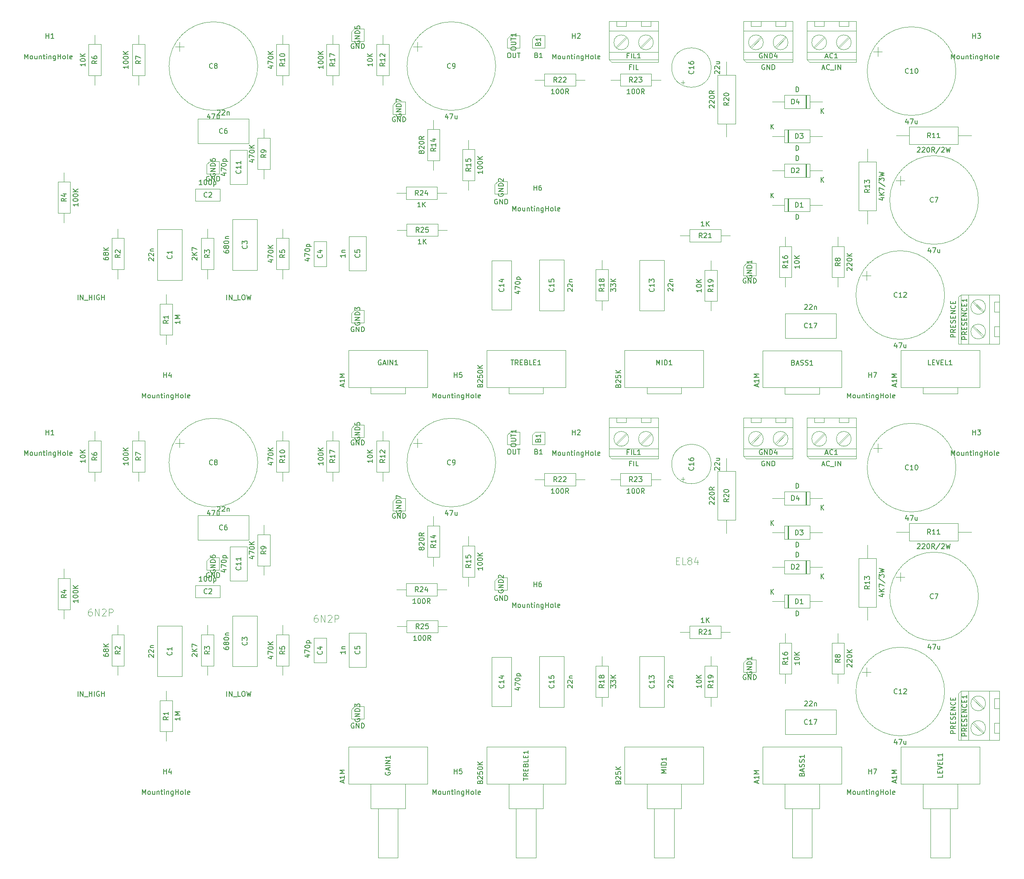
<source format=gbr>
%MOIN*%
%OFA0B0*%
%FSLAX46Y46*%
%IPPOS*%
%LPD*%
%ADD10C,0.0039370078740157488*%
%ADD11C,0.005905511811023622*%
%ADD12C,0.0019685039370078744*%
%ADD23C,0.0039370078740157488*%
%ADD24C,0.005905511811023622*%
%LPD*%
D10*
X0005208799Y0002496426D02*
X0005240295Y0002496426D01*
X0005224547Y0002480678D02*
X0005224547Y0002512174D01*
X0005450826Y0002615590D02*
G75*
G03X0005450826Y0002615590I-0000157480D01*
G01*
X0001747244Y0001680944D02*
X0001747244Y0001956535D01*
X0001609447Y0001680944D02*
X0001747244Y0001680944D01*
X0001609447Y0001956535D02*
X0001609447Y0001680944D01*
X0001747244Y0001956535D02*
X0001609447Y0001956535D01*
X0002697244Y0000990944D02*
X0002697244Y0001266534D01*
X0002559448Y0000990944D02*
X0002697244Y0000990944D01*
X0002559448Y0001266534D02*
X0002559448Y0000990944D01*
X0002697244Y0001266534D02*
X0002559448Y0001266534D01*
X0004079920Y0001077559D02*
X0004079920Y0000672047D01*
X0004276771Y0001077559D02*
X0004079920Y0001077559D01*
X0004276771Y0000672047D02*
X0004276771Y0001077559D01*
X0004079920Y0000672047D02*
X0004276771Y0000672047D01*
X0005076770Y0000671771D02*
X0005076770Y0001077283D01*
X0004879921Y0000671771D02*
X0005076770Y0000671771D01*
X0004879921Y0001077283D02*
X0004879921Y0000671771D01*
X0005076770Y0001077283D02*
X0004879921Y0001077283D01*
X0001352952Y0002008740D02*
X0001758464Y0002008740D01*
X0001352952Y0002205590D02*
X0001352952Y0002008740D01*
X0001758464Y0002205590D02*
X0001352952Y0002205590D01*
X0001758464Y0002008740D02*
X0001758464Y0002205590D01*
X0001826771Y0000996771D02*
X0001826771Y0001402283D01*
X0001629921Y0000996771D02*
X0001826771Y0000996771D01*
X0001629921Y0001402283D02*
X0001629921Y0000996771D01*
X0001826771Y0001402283D02*
X0001629921Y0001402283D01*
X0001226771Y0000916771D02*
X0001226771Y0001322283D01*
X0001029921Y0000916771D02*
X0001226771Y0000916771D01*
X0001029921Y0001322283D02*
X0001029921Y0000916771D01*
X0001226771Y0001322283D02*
X0001029921Y0001322283D01*
X0003699606Y0001071653D02*
X0003699606Y0000677952D01*
X0003857086Y0001071653D02*
X0003699606Y0001071653D01*
X0003857086Y0000677952D02*
X0003857086Y0001071653D01*
X0003699606Y0000677952D02*
X0003857086Y0000677952D01*
X0005573346Y0002062164D02*
X0005573346Y0002167283D01*
X0005573346Y0002662165D02*
X0005573346Y0002557047D01*
X0005644212Y0002167283D02*
X0005644212Y0002557047D01*
X0005502480Y0002167283D02*
X0005644212Y0002167283D01*
X0005502480Y0002557047D02*
X0005502480Y0002167283D01*
X0005644212Y0002557047D02*
X0005502480Y0002557047D01*
X0006044566Y0002986456D02*
X0005965826Y0002986456D01*
X0006044566Y0002947086D02*
X0006044566Y0002986456D01*
X0005965826Y0002947086D02*
X0006044566Y0002947086D01*
X0005965826Y0002986456D02*
X0005965826Y0002947086D01*
X0006042795Y0002861968D02*
X0005960433Y0002779566D01*
X0006050000Y0002854763D02*
X0005967637Y0002772362D01*
X0005847716Y0002986456D02*
X0005768976Y0002986456D01*
X0005847716Y0002947086D02*
X0005847716Y0002986456D01*
X0005768976Y0002947086D02*
X0005847716Y0002947086D01*
X0005768976Y0002986456D02*
X0005768976Y0002947086D01*
X0005845944Y0002861968D02*
X0005763542Y0002779566D01*
X0005853149Y0002854763D02*
X0005770748Y0002772362D01*
X0005709921Y0002907716D02*
X0006103622Y0002907716D01*
X0005709921Y0002738425D02*
X0006103622Y0002738425D01*
X0005709921Y0002679370D02*
X0006103622Y0002679370D01*
X0005709921Y0002679370D02*
X0005709921Y0002986456D01*
X0005729606Y0002659685D02*
X0005709921Y0002679370D01*
X0006103622Y0002659685D02*
X0005729606Y0002659685D01*
X0006103622Y0002986456D02*
X0006103622Y0002659685D01*
X0005709921Y0002986456D02*
X0006103622Y0002986456D01*
X0006064251Y0002817165D02*
G75*
G03X0006064251Y0002817165I-0000059055D01*
G01*
X0005867401Y0002817165D02*
G75*
G03X0005867401Y0002817165I-0000059055D01*
G01*
X0006691800Y0000988011D02*
X0006691800Y0000917145D01*
X0006656367Y0000952578D02*
X0006727233Y0000952578D01*
X0007315314Y0000797165D02*
G75*
G03X0007315314Y0000797165I-0000354330D01*
G01*
X0006781800Y0002778011D02*
X0006781800Y0002707145D01*
X0006746367Y0002742578D02*
X0006817233Y0002742578D01*
X0007405313Y0002587165D02*
G75*
G03X0007405313Y0002587165I-0000354330D01*
G01*
X0003106800Y0002818011D02*
X0003106800Y0002747145D01*
X0003071367Y0002782578D02*
X0003142233Y0002782578D01*
X0003730314Y0002627165D02*
G75*
G03X0003730314Y0002627165I-0000354330D01*
G01*
X0001206800Y0002818011D02*
X0001206800Y0002747145D01*
X0001171367Y0002782578D02*
X0001242233Y0002782578D01*
X0001830313Y0002627165D02*
G75*
G03X0001830313Y0002627165I-0000354330D01*
G01*
X0006961800Y0001748011D02*
X0006961800Y0001677145D01*
X0006926367Y0001712578D02*
X0006997233Y0001712578D01*
X0007585314Y0001557165D02*
G75*
G03X0007585314Y0001557165I-0000354330D01*
G01*
X0003823346Y0002847165D02*
X0003848346Y0002872165D01*
X0003823346Y0002772165D02*
X0003823346Y0002847165D01*
X0003923346Y0002772165D02*
X0003823346Y0002772165D01*
X0003923346Y0002872165D02*
X0003923346Y0002772165D01*
X0003848346Y0002872165D02*
X0003923346Y0002872165D01*
X0002578346Y0000652165D02*
X0002603346Y0000677165D01*
X0002578346Y0000577165D02*
X0002578346Y0000652165D01*
X0002678346Y0000577165D02*
X0002578346Y0000577165D01*
X0002678346Y0000677165D02*
X0002678346Y0000577165D01*
X0002603346Y0000677165D02*
X0002678346Y0000677165D01*
X0003723346Y0001682165D02*
X0003748346Y0001707165D01*
X0003723346Y0001607165D02*
X0003723346Y0001682165D01*
X0003823346Y0001607165D02*
X0003723346Y0001607165D01*
X0003823346Y0001707165D02*
X0003823346Y0001607165D01*
X0003748346Y0001707165D02*
X0003823346Y0001707165D01*
X0004046967Y0002872165D02*
X0004121968Y0002872165D01*
X0004121968Y0002872165D02*
X0004121968Y0002772165D01*
X0004121968Y0002772165D02*
X0004021968Y0002772165D01*
X0004021968Y0002772165D02*
X0004021968Y0002847165D01*
X0004021968Y0002847165D02*
X0004046967Y0002872165D01*
X0001333346Y0001646377D02*
X0001333346Y0001547952D01*
X0001333346Y0001547952D02*
X0001530196Y0001547952D01*
X0001530196Y0001547952D02*
X0001530196Y0001646377D01*
X0001530196Y0001646377D02*
X0001333346Y0001646377D01*
X0002279133Y0001027165D02*
X0002377559Y0001027165D01*
X0002377559Y0001027165D02*
X0002377559Y0001224015D01*
X0002377559Y0001224015D02*
X0002279133Y0001224015D01*
X0002279133Y0001224015D02*
X0002279133Y0001027165D01*
X0006035433Y0001570314D02*
X0006035433Y0001464015D01*
X0006035433Y0001464015D02*
X0006240157Y0001464015D01*
X0006240157Y0001464015D02*
X0006240157Y0001570314D01*
X0006240157Y0001570314D02*
X0006035433Y0001570314D01*
X0005937795Y0001517165D02*
X0006035433Y0001517165D01*
X0006337795Y0001517165D02*
X0006240157Y0001517165D01*
X0006066140Y0001570314D02*
X0006066140Y0001464015D01*
X0006070078Y0001570314D02*
X0006070078Y0001464015D01*
X0006062204Y0001570314D02*
X0006062204Y0001464015D01*
X0006213385Y0001739015D02*
X0006213385Y0001845314D01*
X0006205511Y0001739015D02*
X0006205511Y0001845314D01*
X0006209448Y0001739015D02*
X0006209448Y0001845314D01*
X0005937795Y0001792165D02*
X0006035433Y0001792165D01*
X0006337795Y0001792165D02*
X0006240157Y0001792165D01*
X0006035433Y0001739015D02*
X0006240157Y0001739015D01*
X0006035433Y0001845314D02*
X0006035433Y0001739015D01*
X0006240157Y0001845314D02*
X0006035433Y0001845314D01*
X0006240157Y0001739015D02*
X0006240157Y0001845314D01*
X0006035433Y0002120314D02*
X0006035433Y0002014015D01*
X0006035433Y0002014015D02*
X0006240157Y0002014015D01*
X0006240157Y0002014015D02*
X0006240157Y0002120314D01*
X0006240157Y0002120314D02*
X0006035433Y0002120314D01*
X0005937795Y0002067165D02*
X0006035433Y0002067165D01*
X0006337795Y0002067165D02*
X0006240157Y0002067165D01*
X0006066140Y0002120314D02*
X0006066140Y0002014015D01*
X0006070078Y0002120314D02*
X0006070078Y0002014015D01*
X0006062204Y0002120314D02*
X0006062204Y0002014015D01*
X0006213385Y0002289015D02*
X0006213385Y0002395314D01*
X0006205511Y0002289015D02*
X0006205511Y0002395314D01*
X0006209448Y0002289015D02*
X0006209448Y0002395314D01*
X0005937795Y0002342165D02*
X0006035433Y0002342165D01*
X0006337795Y0002342165D02*
X0006240157Y0002342165D01*
X0006035433Y0002289015D02*
X0006240157Y0002289015D01*
X0006035433Y0002395314D02*
X0006035433Y0002289015D01*
X0006240157Y0002395314D02*
X0006035433Y0002395314D01*
X0006240157Y0002289015D02*
X0006240157Y0002395314D01*
X0001098346Y0000802164D02*
X0001098346Y0000726181D01*
X0001098346Y0000402165D02*
X0001098346Y0000478149D01*
X0001049133Y0000726181D02*
X0001049133Y0000478149D01*
X0001147559Y0000726181D02*
X0001049133Y0000726181D01*
X0001147559Y0000478149D02*
X0001147559Y0000726181D01*
X0001049133Y0000478149D02*
X0001147559Y0000478149D01*
X0000713346Y0000927165D02*
X0000713346Y0001003149D01*
X0000713346Y0001327165D02*
X0000713346Y0001251181D01*
X0000762559Y0001003149D02*
X0000762559Y0001251181D01*
X0000664133Y0001003149D02*
X0000762559Y0001003149D01*
X0000664133Y0001251181D02*
X0000664133Y0001003149D01*
X0000762559Y0001251181D02*
X0000664133Y0001251181D01*
X0001428346Y0001327165D02*
X0001428346Y0001251181D01*
X0001428346Y0000927165D02*
X0001428346Y0001003149D01*
X0001379133Y0001251181D02*
X0001379133Y0001003149D01*
X0001477559Y0001251181D02*
X0001379133Y0001251181D01*
X0001477559Y0001003149D02*
X0001477559Y0001251181D01*
X0001379133Y0001003149D02*
X0001477559Y0001003149D01*
X0000234133Y0001453149D02*
X0000332559Y0001453149D01*
X0000332559Y0001453149D02*
X0000332559Y0001701181D01*
X0000332559Y0001701181D02*
X0000234133Y0001701181D01*
X0000234133Y0001701181D02*
X0000234133Y0001453149D01*
X0000283346Y0001377165D02*
X0000283346Y0001453149D01*
X0000283346Y0001777165D02*
X0000283346Y0001701181D01*
X0002077559Y0001251181D02*
X0001979133Y0001251181D01*
X0001979133Y0001251181D02*
X0001979133Y0001003149D01*
X0001979133Y0001003149D02*
X0002077559Y0001003149D01*
X0002077559Y0001003149D02*
X0002077559Y0001251181D01*
X0002028346Y0001327165D02*
X0002028346Y0001251181D01*
X0002028346Y0000927165D02*
X0002028346Y0001003149D01*
X0000528346Y0002477165D02*
X0000528346Y0002553149D01*
X0000528346Y0002877165D02*
X0000528346Y0002801181D01*
X0000577559Y0002553149D02*
X0000577559Y0002801181D01*
X0000479133Y0002553149D02*
X0000577559Y0002553149D01*
X0000479133Y0002801181D02*
X0000479133Y0002553149D01*
X0000577559Y0002801181D02*
X0000479133Y0002801181D01*
X0000878346Y0002877165D02*
X0000878346Y0002801181D01*
X0000878346Y0002477165D02*
X0000878346Y0002553149D01*
X0000829133Y0002801181D02*
X0000829133Y0002553149D01*
X0000927559Y0002801181D02*
X0000829133Y0002801181D01*
X0000927559Y0002553149D02*
X0000927559Y0002801181D01*
X0000829133Y0002553149D02*
X0000927559Y0002553149D01*
X0006414132Y0000938149D02*
X0006512559Y0000938149D01*
X0006512559Y0000938149D02*
X0006512559Y0001186181D01*
X0006512559Y0001186181D02*
X0006414132Y0001186181D01*
X0006414132Y0001186181D02*
X0006414132Y0000938149D01*
X0006463346Y0000862165D02*
X0006463346Y0000938149D01*
X0006463346Y0001262165D02*
X0006463346Y0001186181D01*
X0001927559Y0002051181D02*
X0001829133Y0002051181D01*
X0001829133Y0002051181D02*
X0001829133Y0001803149D01*
X0001829133Y0001803149D02*
X0001927559Y0001803149D01*
X0001927559Y0001803149D02*
X0001927559Y0002051181D01*
X0001878346Y0002127165D02*
X0001878346Y0002051181D01*
X0001878346Y0001727165D02*
X0001878346Y0001803149D01*
X0002077559Y0002801181D02*
X0001979133Y0002801181D01*
X0001979133Y0002801181D02*
X0001979133Y0002553149D01*
X0001979133Y0002553149D02*
X0002077559Y0002553149D01*
X0002077559Y0002553149D02*
X0002077559Y0002801181D01*
X0002028346Y0002877165D02*
X0002028346Y0002801181D01*
X0002028346Y0002477165D02*
X0002028346Y0002553149D01*
X0007033464Y0002143031D02*
X0007033464Y0002001299D01*
X0007033464Y0002001299D02*
X0007423228Y0002001299D01*
X0007423228Y0002001299D02*
X0007423228Y0002143031D01*
X0007423228Y0002143031D02*
X0007033464Y0002143031D01*
X0006928346Y0002072165D02*
X0007033464Y0002072165D01*
X0007528345Y0002072165D02*
X0007423228Y0002072165D01*
X0002828346Y0002877165D02*
X0002828346Y0002801181D01*
X0002828346Y0002477165D02*
X0002828346Y0002553149D01*
X0002779133Y0002801181D02*
X0002779133Y0002553149D01*
X0002877559Y0002801181D02*
X0002779133Y0002801181D01*
X0002877559Y0002553149D02*
X0002877559Y0002801181D01*
X0002779133Y0002553149D02*
X0002877559Y0002553149D01*
X0006698346Y0001967164D02*
X0006698346Y0001862047D01*
X0006698346Y0001367165D02*
X0006698346Y0001472283D01*
X0006627479Y0001862047D02*
X0006627479Y0001472283D01*
X0006769212Y0001862047D02*
X0006627479Y0001862047D01*
X0006769212Y0001472283D02*
X0006769212Y0001862047D01*
X0006627479Y0001472283D02*
X0006769212Y0001472283D01*
X0003233346Y0001797165D02*
X0003233346Y0001873149D01*
X0003233346Y0002197165D02*
X0003233346Y0002121181D01*
X0003282559Y0001873149D02*
X0003282559Y0002121181D01*
X0003184133Y0001873149D02*
X0003282559Y0001873149D01*
X0003184133Y0002121181D02*
X0003184133Y0001873149D01*
X0003282559Y0002121181D02*
X0003184133Y0002121181D01*
X0003513346Y0002037165D02*
X0003513346Y0001961181D01*
X0003513346Y0001637165D02*
X0003513346Y0001713149D01*
X0003464133Y0001961181D02*
X0003464133Y0001713149D01*
X0003562559Y0001961181D02*
X0003464133Y0001961181D01*
X0003562559Y0001713149D02*
X0003562559Y0001961181D01*
X0003464133Y0001713149D02*
X0003562559Y0001713149D01*
X0006043346Y0001262165D02*
X0006043346Y0001186181D01*
X0006043346Y0000862165D02*
X0006043346Y0000938149D01*
X0005994133Y0001186181D02*
X0005994133Y0000938149D01*
X0006092559Y0001186181D02*
X0005994133Y0001186181D01*
X0006092559Y0000938149D02*
X0006092559Y0001186181D01*
X0005994133Y0000938149D02*
X0006092559Y0000938149D01*
X0002477559Y0002801181D02*
X0002379133Y0002801181D01*
X0002379133Y0002801181D02*
X0002379133Y0002553149D01*
X0002379133Y0002553149D02*
X0002477559Y0002553149D01*
X0002477559Y0002553149D02*
X0002477559Y0002801181D01*
X0002428346Y0002877165D02*
X0002428346Y0002801181D01*
X0002428346Y0002477165D02*
X0002428346Y0002553149D01*
X0004529133Y0000753149D02*
X0004627559Y0000753149D01*
X0004627559Y0000753149D02*
X0004627559Y0001001181D01*
X0004627559Y0001001181D02*
X0004529133Y0001001181D01*
X0004529133Y0001001181D02*
X0004529133Y0000753149D01*
X0004578346Y0000677165D02*
X0004578346Y0000753149D01*
X0004578346Y0001077165D02*
X0004578346Y0001001181D01*
X0005497558Y0001001181D02*
X0005399133Y0001001181D01*
X0005399133Y0001001181D02*
X0005399133Y0000753149D01*
X0005399133Y0000753149D02*
X0005497558Y0000753149D01*
X0005497558Y0000753149D02*
X0005497558Y0001001181D01*
X0005448346Y0001077165D02*
X0005448346Y0001001181D01*
X0005448346Y0000677165D02*
X0005448346Y0000753149D01*
X0005203346Y0001272165D02*
X0005279330Y0001272165D01*
X0005603346Y0001272165D02*
X0005527362Y0001272165D01*
X0005279330Y0001222952D02*
X0005527362Y0001222952D01*
X0005279330Y0001321377D02*
X0005279330Y0001222952D01*
X0005527362Y0001321377D02*
X0005279330Y0001321377D01*
X0005527362Y0001222952D02*
X0005527362Y0001321377D01*
X0004443346Y0002492165D02*
X0004367362Y0002492165D01*
X0004043345Y0002492165D02*
X0004119329Y0002492165D01*
X0004367362Y0002541377D02*
X0004119329Y0002541377D01*
X0004367362Y0002442952D02*
X0004367362Y0002541377D01*
X0004119329Y0002442952D02*
X0004367362Y0002442952D01*
X0004119329Y0002541377D02*
X0004119329Y0002442952D01*
X0004724330Y0002541377D02*
X0004724330Y0002442952D01*
X0004724330Y0002442952D02*
X0004972362Y0002442952D01*
X0004972362Y0002442952D02*
X0004972362Y0002541377D01*
X0004972362Y0002541377D02*
X0004724330Y0002541377D01*
X0004648346Y0002492165D02*
X0004724330Y0002492165D01*
X0005048346Y0002492165D02*
X0004972362Y0002492165D01*
X0006549566Y0002986456D02*
X0006470826Y0002986456D01*
X0006549566Y0002947086D02*
X0006549566Y0002986456D01*
X0006470826Y0002947086D02*
X0006549566Y0002947086D01*
X0006470826Y0002986456D02*
X0006470826Y0002947086D01*
X0006547795Y0002861968D02*
X0006465433Y0002779566D01*
X0006555000Y0002854763D02*
X0006472637Y0002772362D01*
X0006352716Y0002986456D02*
X0006273976Y0002986456D01*
X0006352716Y0002947086D02*
X0006352716Y0002986456D01*
X0006273976Y0002947086D02*
X0006352716Y0002947086D01*
X0006273976Y0002986456D02*
X0006273976Y0002947086D01*
X0006350944Y0002861968D02*
X0006268542Y0002779566D01*
X0006358149Y0002854763D02*
X0006275748Y0002772362D01*
X0006214921Y0002907716D02*
X0006608622Y0002907716D01*
X0006214921Y0002738425D02*
X0006608622Y0002738425D01*
X0006214921Y0002679370D02*
X0006608622Y0002679370D01*
X0006214921Y0002679370D02*
X0006214921Y0002986456D01*
X0006234606Y0002659685D02*
X0006214921Y0002679370D01*
X0006608622Y0002659685D02*
X0006234606Y0002659685D01*
X0006608622Y0002986456D02*
X0006608622Y0002659685D01*
X0006214921Y0002986456D02*
X0006608622Y0002986456D01*
X0006569251Y0002817165D02*
G75*
G03X0006569251Y0002817165I-0000059055D01*
G01*
X0006372401Y0002817165D02*
G75*
G03X0006372401Y0002817165I-0000059055D01*
G01*
X0004792401Y0002817165D02*
G75*
G03X0004792401Y0002817165I-0000059055D01*
G01*
X0004989251Y0002817165D02*
G75*
G03X0004989251Y0002817165I-0000059055D01*
G01*
X0004634921Y0002986456D02*
X0005028622Y0002986456D01*
X0005028622Y0002986456D02*
X0005028622Y0002659685D01*
X0005028622Y0002659685D02*
X0004654606Y0002659685D01*
X0004654606Y0002659685D02*
X0004634921Y0002679370D01*
X0004634921Y0002679370D02*
X0004634921Y0002986456D01*
X0004634921Y0002679370D02*
X0005028622Y0002679370D01*
X0004634921Y0002738425D02*
X0005028622Y0002738425D01*
X0004634921Y0002907716D02*
X0005028622Y0002907716D01*
X0004778149Y0002854763D02*
X0004695747Y0002772362D01*
X0004770944Y0002861968D02*
X0004688543Y0002779566D01*
X0004693976Y0002986456D02*
X0004693976Y0002947086D01*
X0004693976Y0002947086D02*
X0004772716Y0002947086D01*
X0004772716Y0002947086D02*
X0004772716Y0002986456D01*
X0004772716Y0002986456D02*
X0004693976Y0002986456D01*
X0004975000Y0002854763D02*
X0004892637Y0002772362D01*
X0004967795Y0002861968D02*
X0004885433Y0002779566D01*
X0004890826Y0002986456D02*
X0004890826Y0002947086D01*
X0004890826Y0002947086D02*
X0004969566Y0002947086D01*
X0004969566Y0002947086D02*
X0004969566Y0002986456D01*
X0004969566Y0002986456D02*
X0004890826Y0002986456D01*
X0005733346Y0001052165D02*
X0005808346Y0001052165D01*
X0005808346Y0001052165D02*
X0005808346Y0000952165D01*
X0005808346Y0000952165D02*
X0005708346Y0000952165D01*
X0005708346Y0000952165D02*
X0005708346Y0001027165D01*
X0005708346Y0001027165D02*
X0005733346Y0001052165D01*
X0006448464Y0000453739D02*
X0006448464Y0000650590D01*
X0006448464Y0000650590D02*
X0006042952Y0000650590D01*
X0006042952Y0000650590D02*
X0006042952Y0000453739D01*
X0006042952Y0000453739D02*
X0006448464Y0000453739D01*
X0002578346Y0002902165D02*
X0002603346Y0002927165D01*
X0002578346Y0002827165D02*
X0002578346Y0002902165D01*
X0002678346Y0002827165D02*
X0002578346Y0002827165D01*
X0002678346Y0002927165D02*
X0002678346Y0002827165D01*
X0002603346Y0002927165D02*
X0002678346Y0002927165D01*
X0001423346Y0001842165D02*
X0001448346Y0001867165D01*
X0001423346Y0001767164D02*
X0001423346Y0001842165D01*
X0001523346Y0001767164D02*
X0001423346Y0001767164D01*
X0001523346Y0001867165D02*
X0001523346Y0001767164D01*
X0001448346Y0001867165D02*
X0001523346Y0001867165D01*
X0002908346Y0002317165D02*
X0002933346Y0002342165D01*
X0002908346Y0002242165D02*
X0002908346Y0002317165D01*
X0003008346Y0002242165D02*
X0002908346Y0002242165D01*
X0003008346Y0002342165D02*
X0003008346Y0002242165D01*
X0002933346Y0002342165D02*
X0003008346Y0002342165D01*
X0007642401Y0000702165D02*
G75*
G03X0007642401Y0000702165I-0000059055D01*
G01*
X0007642401Y0000505314D02*
G75*
G03X0007642401Y0000505314I-0000059055D01*
G01*
X0007752637Y0000800590D02*
X0007752637Y0000406889D01*
X0007752637Y0000406889D02*
X0007425866Y0000406889D01*
X0007425866Y0000406889D02*
X0007425866Y0000780905D01*
X0007425866Y0000780905D02*
X0007445551Y0000800590D01*
X0007445551Y0000800590D02*
X0007752637Y0000800590D01*
X0007445551Y0000800590D02*
X0007445551Y0000406889D01*
X0007504606Y0000800590D02*
X0007504606Y0000406889D01*
X0007673897Y0000800590D02*
X0007673897Y0000406889D01*
X0007620943Y0000657362D02*
X0007538543Y0000739763D01*
X0007628149Y0000664566D02*
X0007545747Y0000746968D01*
X0007752637Y0000741535D02*
X0007713267Y0000741535D01*
X0007713267Y0000741535D02*
X0007713267Y0000662795D01*
X0007713267Y0000662795D02*
X0007752637Y0000662795D01*
X0007752637Y0000662795D02*
X0007752637Y0000741535D01*
X0007620943Y0000460511D02*
X0007538543Y0000542874D01*
X0007628149Y0000467716D02*
X0007545747Y0000550078D01*
X0007752637Y0000544685D02*
X0007713267Y0000544685D01*
X0007713267Y0000544685D02*
X0007713267Y0000465944D01*
X0007713267Y0000465944D02*
X0007752637Y0000465944D01*
X0007752637Y0000465944D02*
X0007752637Y0000544685D01*
X0003014330Y0001661377D02*
X0003014330Y0001562952D01*
X0003014330Y0001562952D02*
X0003262362Y0001562952D01*
X0003262362Y0001562952D02*
X0003262362Y0001661377D01*
X0003262362Y0001661377D02*
X0003014330Y0001661377D01*
X0002938345Y0001612165D02*
X0003014330Y0001612165D01*
X0003338345Y0001612165D02*
X0003262362Y0001612165D01*
X0003019329Y0001366377D02*
X0003019329Y0001267952D01*
X0003019329Y0001267952D02*
X0003267362Y0001267952D01*
X0003267362Y0001267952D02*
X0003267362Y0001366377D01*
X0003267362Y0001366377D02*
X0003019329Y0001366377D01*
X0002943346Y0001317165D02*
X0003019329Y0001317165D01*
X0003343346Y0001317165D02*
X0003267362Y0001317165D01*
X0006492125Y0000353384D02*
X0005862204Y0000353384D01*
X0005862204Y0000353384D02*
X0005862204Y0000058110D01*
X0005862204Y0000058110D02*
X0006492125Y0000058110D01*
X0006492125Y0000058110D02*
X0006492125Y0000353384D01*
X0006314960Y0000058110D02*
X0006039370Y0000058110D01*
X0006039370Y0000058110D02*
X0006039370Y-0000138740D01*
X0006039370Y-0000138740D02*
X0006314960Y-0000138740D01*
X0006314960Y-0000138740D02*
X0006314960Y0000058110D01*
X0006255905Y-0000138740D02*
X0006098425Y-0000138740D01*
X0006098425Y-0000138740D02*
X0006098425Y-0000532440D01*
X0006098425Y-0000532440D02*
X0006255905Y-0000532440D01*
X0006255905Y-0000532440D02*
X0006255905Y-0000138740D01*
X0003185039Y0000354330D02*
X0002555118Y0000354330D01*
X0002555118Y0000354330D02*
X0002555118Y0000059055D01*
X0002555118Y0000059055D02*
X0003185039Y0000059055D01*
X0003185039Y0000059055D02*
X0003185039Y0000354330D01*
X0003007874Y0000059055D02*
X0002732283Y0000059055D01*
X0002732283Y0000059055D02*
X0002732283Y-0000137795D01*
X0002732283Y-0000137795D02*
X0003007874Y-0000137795D01*
X0003007874Y-0000137795D02*
X0003007874Y0000059055D01*
X0002948818Y-0000137795D02*
X0002791338Y-0000137795D01*
X0002791338Y-0000137795D02*
X0002791338Y-0000531496D01*
X0002791338Y-0000531496D02*
X0002948818Y-0000531496D01*
X0002948818Y-0000531496D02*
X0002948818Y-0000137795D01*
X0007358267Y-0000531496D02*
X0007358267Y-0000137795D01*
X0007200787Y-0000531496D02*
X0007358267Y-0000531496D01*
X0007200787Y-0000137795D02*
X0007200787Y-0000531496D01*
X0007358267Y-0000137795D02*
X0007200787Y-0000137795D01*
X0007417322Y-0000137795D02*
X0007417322Y0000059055D01*
X0007141732Y-0000137795D02*
X0007417322Y-0000137795D01*
X0007141732Y0000059055D02*
X0007141732Y-0000137795D01*
X0007417322Y0000059055D02*
X0007141732Y0000059055D01*
X0007594488Y0000059055D02*
X0007594488Y0000354330D01*
X0006964566Y0000059055D02*
X0007594488Y0000059055D01*
X0006964566Y0000354330D02*
X0006964566Y0000059055D01*
X0007594488Y0000354330D02*
X0006964566Y0000354330D01*
X0005390157Y0000354330D02*
X0004760236Y0000354330D01*
X0004760236Y0000354330D02*
X0004760236Y0000059055D01*
X0004760236Y0000059055D02*
X0005390157Y0000059055D01*
X0005390157Y0000059055D02*
X0005390157Y0000354330D01*
X0005212992Y0000059055D02*
X0004937401Y0000059055D01*
X0004937401Y0000059055D02*
X0004937401Y-0000137795D01*
X0004937401Y-0000137795D02*
X0005212992Y-0000137795D01*
X0005212992Y-0000137795D02*
X0005212992Y0000059055D01*
X0005153936Y-0000137795D02*
X0004996456Y-0000137795D01*
X0004996456Y-0000137795D02*
X0004996456Y-0000531496D01*
X0004996456Y-0000531496D02*
X0005153936Y-0000531496D01*
X0005153936Y-0000531496D02*
X0005153936Y-0000137795D01*
X0004051180Y-0000531496D02*
X0004051180Y-0000137795D01*
X0003893700Y-0000531496D02*
X0004051180Y-0000531496D01*
X0003893700Y-0000137795D02*
X0003893700Y-0000531496D01*
X0004051180Y-0000137795D02*
X0003893700Y-0000137795D01*
X0004110235Y-0000137795D02*
X0004110235Y0000059055D01*
X0003834645Y-0000137795D02*
X0004110235Y-0000137795D01*
X0003834645Y0000059055D02*
X0003834645Y-0000137795D01*
X0004110235Y0000059055D02*
X0003834645Y0000059055D01*
X0004287401Y0000059055D02*
X0004287401Y0000354330D01*
X0003657480Y0000059055D02*
X0004287401Y0000059055D01*
X0003657480Y0000354330D02*
X0003657480Y0000059055D01*
X0004287401Y0000354330D02*
X0003657480Y0000354330D01*
D11*
X0000394075Y0000759354D02*
X0000394075Y0000798725D01*
X0000412823Y0000759354D02*
X0000412823Y0000798725D01*
X0000435320Y0000759354D01*
X0000435320Y0000798725D01*
X0000444694Y0000755605D02*
X0000474690Y0000755605D01*
X0000484063Y0000759354D02*
X0000484063Y0000798725D01*
X0000484063Y0000779977D02*
X0000506561Y0000779977D01*
X0000506561Y0000759354D02*
X0000506561Y0000798725D01*
X0000525309Y0000759354D02*
X0000525309Y0000798725D01*
X0000564679Y0000796850D02*
X0000560929Y0000798725D01*
X0000555305Y0000798725D01*
X0000549681Y0000796850D01*
X0000545931Y0000793100D01*
X0000544056Y0000789351D01*
X0000542182Y0000781852D01*
X0000542182Y0000776227D01*
X0000544056Y0000768728D01*
X0000545931Y0000764979D01*
X0000549681Y0000761229D01*
X0000555305Y0000759354D01*
X0000559055Y0000759354D01*
X0000564679Y0000761229D01*
X0000566554Y0000763104D01*
X0000566554Y0000776227D01*
X0000559055Y0000776227D01*
X0000583427Y0000759354D02*
X0000583427Y0000798725D01*
X0000583427Y0000779977D02*
X0000605924Y0000779977D01*
X0000605924Y0000759354D02*
X0000605924Y0000798725D01*
X0001583670Y0000759354D02*
X0001583670Y0000798725D01*
X0001602418Y0000759354D02*
X0001602418Y0000798725D01*
X0001624915Y0000759354D01*
X0001624915Y0000798725D01*
X0001634289Y0000755605D02*
X0001664285Y0000755605D01*
X0001692407Y0000759354D02*
X0001673659Y0000759354D01*
X0001673659Y0000798725D01*
X0001713029Y0000798725D02*
X0001720527Y0000798725D01*
X0001724278Y0000796850D01*
X0001728027Y0000793100D01*
X0001729902Y0000785600D01*
X0001729902Y0000772477D01*
X0001728027Y0000764979D01*
X0001724278Y0000761229D01*
X0001720527Y0000759354D01*
X0001713029Y0000759354D01*
X0001709279Y0000761229D01*
X0001705530Y0000764979D01*
X0001703655Y0000772477D01*
X0001703655Y0000785600D01*
X0001705530Y0000793100D01*
X0001709279Y0000796850D01*
X0001713029Y0000798725D01*
X0001743025Y0000798725D02*
X0001752399Y0000759354D01*
X0001759897Y0000787476D01*
X0001767397Y0000759354D01*
X0001776771Y0000798725D01*
X0005482229Y0002567784D02*
X0005480354Y0002569658D01*
X0005478479Y0002573408D01*
X0005478479Y0002582782D01*
X0005480354Y0002586531D01*
X0005482229Y0002588406D01*
X0005485977Y0002590280D01*
X0005489728Y0002590280D01*
X0005495352Y0002588406D01*
X0005517849Y0002565908D01*
X0005517849Y0002590280D01*
X0005482229Y0002605279D02*
X0005480354Y0002607154D01*
X0005478479Y0002610903D01*
X0005478479Y0002620277D01*
X0005480354Y0002624026D01*
X0005482229Y0002625901D01*
X0005485977Y0002627775D01*
X0005489728Y0002627775D01*
X0005495352Y0002625901D01*
X0005517849Y0002603404D01*
X0005517849Y0002627775D01*
X0005491602Y0002661522D02*
X0005517849Y0002661522D01*
X0005491602Y0002644649D02*
X0005512225Y0002644649D01*
X0005515974Y0002646524D01*
X0005517849Y0002650273D01*
X0005517849Y0002655898D01*
X0005515974Y0002659647D01*
X0005514099Y0002661522D01*
X0005307407Y0002590280D02*
X0005309281Y0002588406D01*
X0005311156Y0002582782D01*
X0005311156Y0002579032D01*
X0005309281Y0002573408D01*
X0005305532Y0002569658D01*
X0005301782Y0002567784D01*
X0005294283Y0002565908D01*
X0005288659Y0002565908D01*
X0005281160Y0002567784D01*
X0005277410Y0002569658D01*
X0005273661Y0002573408D01*
X0005271786Y0002579032D01*
X0005271786Y0002582782D01*
X0005273661Y0002588406D01*
X0005275536Y0002590280D01*
X0005311156Y0002627775D02*
X0005311156Y0002605279D01*
X0005311156Y0002616526D02*
X0005271786Y0002616526D01*
X0005277410Y0002612778D01*
X0005281160Y0002609028D01*
X0005283035Y0002605279D01*
X0005271786Y0002661522D02*
X0005271786Y0002654023D01*
X0005273661Y0002650273D01*
X0005275536Y0002648398D01*
X0005281160Y0002644649D01*
X0005288659Y0002642774D01*
X0005303657Y0002642774D01*
X0005307407Y0002644649D01*
X0005309281Y0002646524D01*
X0005311156Y0002650273D01*
X0005311156Y0002657772D01*
X0005309281Y0002661522D01*
X0005307407Y0002663397D01*
X0005303657Y0002665271D01*
X0005294283Y0002665271D01*
X0005290534Y0002663397D01*
X0005288659Y0002661522D01*
X0005286784Y0002657772D01*
X0005286784Y0002650273D01*
X0005288659Y0002646524D01*
X0005290534Y0002644649D01*
X0005294283Y0002642774D01*
X0001551799Y0001770932D02*
X0001578046Y0001770932D01*
X0001536801Y0001761559D02*
X0001564923Y0001752185D01*
X0001564923Y0001776557D01*
X0001538676Y0001787806D02*
X0001538676Y0001814053D01*
X0001578046Y0001797180D01*
X0001538676Y0001836550D02*
X0001538676Y0001840300D01*
X0001540551Y0001844049D01*
X0001542425Y0001845924D01*
X0001546174Y0001847799D01*
X0001553674Y0001849673D01*
X0001563048Y0001849673D01*
X0001570547Y0001847799D01*
X0001574295Y0001845924D01*
X0001576171Y0001844049D01*
X0001578046Y0001840300D01*
X0001578046Y0001836550D01*
X0001576171Y0001832800D01*
X0001574295Y0001830926D01*
X0001570547Y0001829051D01*
X0001563048Y0001827176D01*
X0001553674Y0001827176D01*
X0001546174Y0001829051D01*
X0001542425Y0001830926D01*
X0001540551Y0001832800D01*
X0001538676Y0001836550D01*
X0001551799Y0001866546D02*
X0001591169Y0001866546D01*
X0001553674Y0001866546D02*
X0001551799Y0001870296D01*
X0001551799Y0001877795D01*
X0001553674Y0001881544D01*
X0001555549Y0001883419D01*
X0001559297Y0001885294D01*
X0001570547Y0001885294D01*
X0001574295Y0001883419D01*
X0001576171Y0001881544D01*
X0001578046Y0001877795D01*
X0001578046Y0001870296D01*
X0001576171Y0001866546D01*
X0001692407Y0001793430D02*
X0001694281Y0001791556D01*
X0001696156Y0001785931D01*
X0001696156Y0001782182D01*
X0001694281Y0001776557D01*
X0001690532Y0001772808D01*
X0001686782Y0001770932D01*
X0001679283Y0001769058D01*
X0001673659Y0001769058D01*
X0001666160Y0001770932D01*
X0001662410Y0001772808D01*
X0001658661Y0001776557D01*
X0001656786Y0001782182D01*
X0001656786Y0001785931D01*
X0001658661Y0001791556D01*
X0001660536Y0001793430D01*
X0001696156Y0001830926D02*
X0001696156Y0001808428D01*
X0001696156Y0001819677D02*
X0001656786Y0001819677D01*
X0001662410Y0001815928D01*
X0001666160Y0001812178D01*
X0001668035Y0001808428D01*
X0001696156Y0001868421D02*
X0001696156Y0001845924D01*
X0001696156Y0001857172D02*
X0001656786Y0001857172D01*
X0001662410Y0001853423D01*
X0001666160Y0001849673D01*
X0001668035Y0001845924D01*
X0002528046Y0001122178D02*
X0002528046Y0001099681D01*
X0002528046Y0001110929D02*
X0002488676Y0001110929D01*
X0002494300Y0001107180D01*
X0002498050Y0001103430D01*
X0002499925Y0001099681D01*
X0002501799Y0001139051D02*
X0002528046Y0001139051D01*
X0002505549Y0001139051D02*
X0002503674Y0001140926D01*
X0002501799Y0001144675D01*
X0002501799Y0001150299D01*
X0002503674Y0001154049D01*
X0002507424Y0001155924D01*
X0002528046Y0001155924D01*
X0002642407Y0001122178D02*
X0002644281Y0001120303D01*
X0002646155Y0001114679D01*
X0002646155Y0001110929D01*
X0002644281Y0001105305D01*
X0002640532Y0001101556D01*
X0002636782Y0001099681D01*
X0002629283Y0001097806D01*
X0002623659Y0001097806D01*
X0002616160Y0001099681D01*
X0002612410Y0001101556D01*
X0002608661Y0001105305D01*
X0002606786Y0001110929D01*
X0002606786Y0001114679D01*
X0002608661Y0001120303D01*
X0002610536Y0001122178D01*
X0002606786Y0001157799D02*
X0002606786Y0001139051D01*
X0002625534Y0001137176D01*
X0002623659Y0001139051D01*
X0002621783Y0001142800D01*
X0002621783Y0001152174D01*
X0002623659Y0001155924D01*
X0002625534Y0001157799D01*
X0002629283Y0001159673D01*
X0002638657Y0001159673D01*
X0002642407Y0001157799D01*
X0002644281Y0001155924D01*
X0002646155Y0001152174D01*
X0002646155Y0001142800D01*
X0002644281Y0001139051D01*
X0002642407Y0001137176D01*
X0004308173Y0000826996D02*
X0004306299Y0000828871D01*
X0004304424Y0000832620D01*
X0004304424Y0000841994D01*
X0004306299Y0000845744D01*
X0004308173Y0000847619D01*
X0004311923Y0000849493D01*
X0004315673Y0000849493D01*
X0004321297Y0000847619D01*
X0004343794Y0000825121D01*
X0004343794Y0000849493D01*
X0004308173Y0000864491D02*
X0004306299Y0000866366D01*
X0004304424Y0000870116D01*
X0004304424Y0000879490D01*
X0004306299Y0000883239D01*
X0004308173Y0000885114D01*
X0004311923Y0000886988D01*
X0004315673Y0000886988D01*
X0004321297Y0000885114D01*
X0004343794Y0000862616D01*
X0004343794Y0000886988D01*
X0004317547Y0000903862D02*
X0004343794Y0000903862D01*
X0004321297Y0000903862D02*
X0004319422Y0000905736D01*
X0004317547Y0000909486D01*
X0004317547Y0000915110D01*
X0004319422Y0000918860D01*
X0004323172Y0000920734D01*
X0004343794Y0000920734D01*
X0004192407Y0000849493D02*
X0004194281Y0000847619D01*
X0004196156Y0000841994D01*
X0004196156Y0000838245D01*
X0004194281Y0000832620D01*
X0004190532Y0000828871D01*
X0004186782Y0000826996D01*
X0004179283Y0000825121D01*
X0004173659Y0000825121D01*
X0004166159Y0000826996D01*
X0004162410Y0000828871D01*
X0004158661Y0000832620D01*
X0004156786Y0000838245D01*
X0004156786Y0000841994D01*
X0004158661Y0000847619D01*
X0004160535Y0000849493D01*
X0004196156Y0000886988D02*
X0004196156Y0000864491D01*
X0004196156Y0000875739D02*
X0004156786Y0000875739D01*
X0004162410Y0000871991D01*
X0004166159Y0000868241D01*
X0004168034Y0000864491D01*
X0004156786Y0000922609D02*
X0004156786Y0000903862D01*
X0004175534Y0000901987D01*
X0004173659Y0000903862D01*
X0004171783Y0000907610D01*
X0004171783Y0000916985D01*
X0004173659Y0000920734D01*
X0004175534Y0000922609D01*
X0004179283Y0000924484D01*
X0004188657Y0000924484D01*
X0004192407Y0000922609D01*
X0004194281Y0000920734D01*
X0004196156Y0000916985D01*
X0004196156Y0000907610D01*
X0004194281Y0000903862D01*
X0004192407Y0000901987D01*
X0005110536Y0000829357D02*
X0005108661Y0000831233D01*
X0005106786Y0000834983D01*
X0005106786Y0000844356D01*
X0005108661Y0000848106D01*
X0005110536Y0000849981D01*
X0005114285Y0000851855D01*
X0005118035Y0000851855D01*
X0005123659Y0000849981D01*
X0005146155Y0000827484D01*
X0005146155Y0000851855D01*
X0005110536Y0000866854D02*
X0005108661Y0000868728D01*
X0005106786Y0000872478D01*
X0005106786Y0000881852D01*
X0005108661Y0000885601D01*
X0005110536Y0000887476D01*
X0005114285Y0000889351D01*
X0005118035Y0000889351D01*
X0005123659Y0000887476D01*
X0005146155Y0000864979D01*
X0005146155Y0000889351D01*
X0005119910Y0000906224D02*
X0005146155Y0000906224D01*
X0005123659Y0000906224D02*
X0005121784Y0000908098D01*
X0005119910Y0000911848D01*
X0005119910Y0000917471D01*
X0005121784Y0000921222D01*
X0005125533Y0000923097D01*
X0005146155Y0000923097D01*
X0004992407Y0000849217D02*
X0004994281Y0000847343D01*
X0004996156Y0000841719D01*
X0004996156Y0000837969D01*
X0004994281Y0000832345D01*
X0004990532Y0000828595D01*
X0004986782Y0000826721D01*
X0004979283Y0000824846D01*
X0004973659Y0000824846D01*
X0004966160Y0000826721D01*
X0004962410Y0000828595D01*
X0004958661Y0000832345D01*
X0004956786Y0000837969D01*
X0004956786Y0000841719D01*
X0004958661Y0000847343D01*
X0004960536Y0000849217D01*
X0004996156Y0000886713D02*
X0004996156Y0000864216D01*
X0004996156Y0000875463D02*
X0004956786Y0000875463D01*
X0004962410Y0000871715D01*
X0004966160Y0000867965D01*
X0004968035Y0000864216D01*
X0004956786Y0000899836D02*
X0004956786Y0000924208D01*
X0004971784Y0000911085D01*
X0004971784Y0000916709D01*
X0004973659Y0000920459D01*
X0004975534Y0000922334D01*
X0004979283Y0000924208D01*
X0004988657Y0000924208D01*
X0004992407Y0000922334D01*
X0004994281Y0000920459D01*
X0004996156Y0000916709D01*
X0004996156Y0000905461D01*
X0004994281Y0000901711D01*
X0004992407Y0000899836D01*
X0001507902Y0002272613D02*
X0001509776Y0002274488D01*
X0001513526Y0002276362D01*
X0001522900Y0002276362D01*
X0001526649Y0002274488D01*
X0001528524Y0002272613D01*
X0001530399Y0002268863D01*
X0001530399Y0002265114D01*
X0001528524Y0002259490D01*
X0001506027Y0002236992D01*
X0001530399Y0002236992D01*
X0001545397Y0002272613D02*
X0001547272Y0002274488D01*
X0001551021Y0002276362D01*
X0001560395Y0002276362D01*
X0001564145Y0002274488D01*
X0001566019Y0002272613D01*
X0001567894Y0002268863D01*
X0001567894Y0002265114D01*
X0001566019Y0002259490D01*
X0001543522Y0002236992D01*
X0001567894Y0002236992D01*
X0001584767Y0002263239D02*
X0001584767Y0002236992D01*
X0001584767Y0002259490D02*
X0001586642Y0002261364D01*
X0001590391Y0002263239D01*
X0001596016Y0002263239D01*
X0001599765Y0002261364D01*
X0001601640Y0002257615D01*
X0001601640Y0002236992D01*
X0001549146Y0002093103D02*
X0001547272Y0002091228D01*
X0001541647Y0002089354D01*
X0001537898Y0002089354D01*
X0001532274Y0002091228D01*
X0001528524Y0002094979D01*
X0001526649Y0002098728D01*
X0001524775Y0002106227D01*
X0001524775Y0002111852D01*
X0001526649Y0002119351D01*
X0001528524Y0002123100D01*
X0001532274Y0002126850D01*
X0001537898Y0002128725D01*
X0001541647Y0002128725D01*
X0001547272Y0002126850D01*
X0001549146Y0002124975D01*
X0001582892Y0002128725D02*
X0001575393Y0002128725D01*
X0001571644Y0002126850D01*
X0001569769Y0002124975D01*
X0001566019Y0002119351D01*
X0001564145Y0002111852D01*
X0001564145Y0002096854D01*
X0001566019Y0002093103D01*
X0001567894Y0002091228D01*
X0001571644Y0002089354D01*
X0001579143Y0002089354D01*
X0001582892Y0002091228D01*
X0001584767Y0002093103D01*
X0001586642Y0002096854D01*
X0001586642Y0002106227D01*
X0001584767Y0002109977D01*
X0001582892Y0002111852D01*
X0001579143Y0002113727D01*
X0001571644Y0002113727D01*
X0001567894Y0002111852D01*
X0001566019Y0002109977D01*
X0001564145Y0002106227D01*
X0001559148Y0001151721D02*
X0001559148Y0001144221D01*
X0001561023Y0001140472D01*
X0001562898Y0001138597D01*
X0001568522Y0001134848D01*
X0001576021Y0001132973D01*
X0001591019Y0001132973D01*
X0001594769Y0001134848D01*
X0001596644Y0001136722D01*
X0001598518Y0001140472D01*
X0001598518Y0001147971D01*
X0001596644Y0001151721D01*
X0001594769Y0001153595D01*
X0001591019Y0001155470D01*
X0001581646Y0001155470D01*
X0001577896Y0001153595D01*
X0001576021Y0001151721D01*
X0001574146Y0001147971D01*
X0001574146Y0001140472D01*
X0001576021Y0001136722D01*
X0001577896Y0001134848D01*
X0001581646Y0001132973D01*
X0001576021Y0001177967D02*
X0001574146Y0001174218D01*
X0001572272Y0001172343D01*
X0001568522Y0001170468D01*
X0001566647Y0001170468D01*
X0001562898Y0001172343D01*
X0001561023Y0001174218D01*
X0001559148Y0001177967D01*
X0001559148Y0001185466D01*
X0001561023Y0001189216D01*
X0001562898Y0001191091D01*
X0001566647Y0001192965D01*
X0001568522Y0001192965D01*
X0001572272Y0001191091D01*
X0001574146Y0001189216D01*
X0001576021Y0001185466D01*
X0001576021Y0001177967D01*
X0001577896Y0001174218D01*
X0001579771Y0001172343D01*
X0001583520Y0001170468D01*
X0001591019Y0001170468D01*
X0001594769Y0001172343D01*
X0001596644Y0001174218D01*
X0001598518Y0001177967D01*
X0001598518Y0001185466D01*
X0001596644Y0001189216D01*
X0001594769Y0001191091D01*
X0001591019Y0001192965D01*
X0001583520Y0001192965D01*
X0001579771Y0001191091D01*
X0001577896Y0001189216D01*
X0001576021Y0001185466D01*
X0001559148Y0001217337D02*
X0001559148Y0001221087D01*
X0001561023Y0001224836D01*
X0001562898Y0001226711D01*
X0001566647Y0001228586D01*
X0001574146Y0001230461D01*
X0001583520Y0001230461D01*
X0001591019Y0001228586D01*
X0001594769Y0001226711D01*
X0001596644Y0001224836D01*
X0001598518Y0001221087D01*
X0001598518Y0001217337D01*
X0001596644Y0001213588D01*
X0001594769Y0001211713D01*
X0001591019Y0001209838D01*
X0001583520Y0001207964D01*
X0001574146Y0001207964D01*
X0001566647Y0001209838D01*
X0001562898Y0001211713D01*
X0001561023Y0001213588D01*
X0001559148Y0001217337D01*
X0001572272Y0001247334D02*
X0001598518Y0001247334D01*
X0001576021Y0001247334D02*
X0001574146Y0001249208D01*
X0001572272Y0001252958D01*
X0001572272Y0001258582D01*
X0001574146Y0001262332D01*
X0001577896Y0001264206D01*
X0001598518Y0001264206D01*
X0001742406Y0001192965D02*
X0001744280Y0001191091D01*
X0001746156Y0001185466D01*
X0001746156Y0001181717D01*
X0001744280Y0001176092D01*
X0001740532Y0001172343D01*
X0001736782Y0001170468D01*
X0001729283Y0001168593D01*
X0001723659Y0001168593D01*
X0001716160Y0001170468D01*
X0001712410Y0001172343D01*
X0001708661Y0001176092D01*
X0001706785Y0001181717D01*
X0001706785Y0001185466D01*
X0001708661Y0001191091D01*
X0001710536Y0001192965D01*
X0001706785Y0001206089D02*
X0001706785Y0001230461D01*
X0001721784Y0001217337D01*
X0001721784Y0001222962D01*
X0001723659Y0001226711D01*
X0001725534Y0001228586D01*
X0001729283Y0001230461D01*
X0001738657Y0001230461D01*
X0001742406Y0001228586D01*
X0001744280Y0001226711D01*
X0001746156Y0001222962D01*
X0001746156Y0001211713D01*
X0001744280Y0001207964D01*
X0001742406Y0001206089D01*
X0000962898Y0001071721D02*
X0000961023Y0001073595D01*
X0000959148Y0001077345D01*
X0000959148Y0001086719D01*
X0000961023Y0001090468D01*
X0000962898Y0001092343D01*
X0000966647Y0001094218D01*
X0000970397Y0001094218D01*
X0000976021Y0001092343D01*
X0000998518Y0001069846D01*
X0000998518Y0001094218D01*
X0000962898Y0001109216D02*
X0000961023Y0001111091D01*
X0000959148Y0001114840D01*
X0000959148Y0001124214D01*
X0000961023Y0001127963D01*
X0000962898Y0001129838D01*
X0000966647Y0001131713D01*
X0000970397Y0001131713D01*
X0000976021Y0001129838D01*
X0000998518Y0001107341D01*
X0000998518Y0001131713D01*
X0000972272Y0001148586D02*
X0000998518Y0001148586D01*
X0000976021Y0001148586D02*
X0000974146Y0001150461D01*
X0000972272Y0001154210D01*
X0000972272Y0001159835D01*
X0000974146Y0001163584D01*
X0000977895Y0001165459D01*
X0000998518Y0001165459D01*
X0001142407Y0001112965D02*
X0001144281Y0001111091D01*
X0001146156Y0001105466D01*
X0001146156Y0001101717D01*
X0001144281Y0001096092D01*
X0001140532Y0001092343D01*
X0001136782Y0001090468D01*
X0001129283Y0001088593D01*
X0001123659Y0001088593D01*
X0001116160Y0001090468D01*
X0001112410Y0001092343D01*
X0001108661Y0001096092D01*
X0001106786Y0001101717D01*
X0001106786Y0001105466D01*
X0001108661Y0001111091D01*
X0001110536Y0001112965D01*
X0001146156Y0001150461D02*
X0001146156Y0001127963D01*
X0001146156Y0001139212D02*
X0001106786Y0001139212D01*
X0001112410Y0001135463D01*
X0001116160Y0001131713D01*
X0001118035Y0001127963D01*
X0003897861Y0000826996D02*
X0003924109Y0000826996D01*
X0003882864Y0000817622D02*
X0003910986Y0000808247D01*
X0003910986Y0000832620D01*
X0003884739Y0000843869D02*
X0003884739Y0000870116D01*
X0003924109Y0000853243D01*
X0003884739Y0000892613D02*
X0003884739Y0000896362D01*
X0003886614Y0000900111D01*
X0003888488Y0000901987D01*
X0003892238Y0000903862D01*
X0003899737Y0000905736D01*
X0003909111Y0000905736D01*
X0003916610Y0000903862D01*
X0003920359Y0000901987D01*
X0003922233Y0000900111D01*
X0003924109Y0000896362D01*
X0003924109Y0000892613D01*
X0003922233Y0000888862D01*
X0003920359Y0000886988D01*
X0003916610Y0000885114D01*
X0003909111Y0000883239D01*
X0003899737Y0000883239D01*
X0003892238Y0000885114D01*
X0003888488Y0000886988D01*
X0003886614Y0000888862D01*
X0003884739Y0000892613D01*
X0003897861Y0000922609D02*
X0003937232Y0000922609D01*
X0003899737Y0000922609D02*
X0003897861Y0000926359D01*
X0003897861Y0000933858D01*
X0003899737Y0000937607D01*
X0003901612Y0000939482D01*
X0003905361Y0000941357D01*
X0003916610Y0000941357D01*
X0003920359Y0000939482D01*
X0003922233Y0000937607D01*
X0003924109Y0000933858D01*
X0003924109Y0000926359D01*
X0003922233Y0000922609D01*
X0003792407Y0000849493D02*
X0003794281Y0000847619D01*
X0003796156Y0000841994D01*
X0003796156Y0000838245D01*
X0003794281Y0000832620D01*
X0003790532Y0000828871D01*
X0003786782Y0000826996D01*
X0003779283Y0000825121D01*
X0003773659Y0000825121D01*
X0003766160Y0000826996D01*
X0003762410Y0000828871D01*
X0003758660Y0000832620D01*
X0003756786Y0000838245D01*
X0003756786Y0000841994D01*
X0003758660Y0000847619D01*
X0003760536Y0000849493D01*
X0003796156Y0000886988D02*
X0003796156Y0000864491D01*
X0003796156Y0000875739D02*
X0003756786Y0000875739D01*
X0003762410Y0000871991D01*
X0003766160Y0000868241D01*
X0003768035Y0000864491D01*
X0003769910Y0000920734D02*
X0003796156Y0000920734D01*
X0003754911Y0000911361D02*
X0003783032Y0000901987D01*
X0003783032Y0000926359D01*
X0005440574Y0002293736D02*
X0005438700Y0002295611D01*
X0005436825Y0002299360D01*
X0005436825Y0002308734D01*
X0005438700Y0002312484D01*
X0005440574Y0002314358D01*
X0005444325Y0002316233D01*
X0005448074Y0002316233D01*
X0005453698Y0002314358D01*
X0005476196Y0002291861D01*
X0005476196Y0002316233D01*
X0005440574Y0002331231D02*
X0005438700Y0002333106D01*
X0005436825Y0002336856D01*
X0005436825Y0002346229D01*
X0005438700Y0002349979D01*
X0005440574Y0002351854D01*
X0005444325Y0002353728D01*
X0005448074Y0002353728D01*
X0005453698Y0002351854D01*
X0005476196Y0002329356D01*
X0005476196Y0002353728D01*
X0005436825Y0002378100D02*
X0005436825Y0002381850D01*
X0005438700Y0002385599D01*
X0005440574Y0002387474D01*
X0005444325Y0002389349D01*
X0005451823Y0002391224D01*
X0005461197Y0002391224D01*
X0005468696Y0002389349D01*
X0005472446Y0002387474D01*
X0005474321Y0002385599D01*
X0005476196Y0002381850D01*
X0005476196Y0002378100D01*
X0005474321Y0002374351D01*
X0005472446Y0002372476D01*
X0005468696Y0002370601D01*
X0005461197Y0002368727D01*
X0005451823Y0002368727D01*
X0005444325Y0002370601D01*
X0005440574Y0002372476D01*
X0005438700Y0002374351D01*
X0005436825Y0002378100D01*
X0005476196Y0002430594D02*
X0005457448Y0002417470D01*
X0005476196Y0002408097D02*
X0005436825Y0002408097D01*
X0005436825Y0002423095D01*
X0005438700Y0002426844D01*
X0005440574Y0002428719D01*
X0005444325Y0002430594D01*
X0005449949Y0002430594D01*
X0005453698Y0002428719D01*
X0005455573Y0002426844D01*
X0005457448Y0002423095D01*
X0005457448Y0002408097D01*
X0005591156Y0002336856D02*
X0005572408Y0002323732D01*
X0005591156Y0002314358D02*
X0005551786Y0002314358D01*
X0005551786Y0002329356D01*
X0005553661Y0002333106D01*
X0005555536Y0002334981D01*
X0005559285Y0002336856D01*
X0005564910Y0002336856D01*
X0005568659Y0002334981D01*
X0005570534Y0002333106D01*
X0005572408Y0002329356D01*
X0005572408Y0002314358D01*
X0005555536Y0002351854D02*
X0005553661Y0002353728D01*
X0005551786Y0002357478D01*
X0005551786Y0002366852D01*
X0005553661Y0002370601D01*
X0005555536Y0002372476D01*
X0005559285Y0002374351D01*
X0005563035Y0002374351D01*
X0005568659Y0002372476D01*
X0005591156Y0002349979D01*
X0005591156Y0002374351D01*
X0005551786Y0002398723D02*
X0005551786Y0002402472D01*
X0005553661Y0002406222D01*
X0005555536Y0002408097D01*
X0005559285Y0002409971D01*
X0005566783Y0002411846D01*
X0005576158Y0002411846D01*
X0005583656Y0002409971D01*
X0005587407Y0002408097D01*
X0005589281Y0002406222D01*
X0005591156Y0002402472D01*
X0005591156Y0002398723D01*
X0005589281Y0002394973D01*
X0005587407Y0002393099D01*
X0005583656Y0002391224D01*
X0005576158Y0002389349D01*
X0005566783Y0002389349D01*
X0005559285Y0002391224D01*
X0005555536Y0002393099D01*
X0005553661Y0002394973D01*
X0005551786Y0002398723D01*
D12*
X0000503372Y0001457388D02*
X0000492873Y0001457388D01*
X0000487624Y0001454763D01*
X0000485000Y0001452139D01*
X0000479750Y0001444265D01*
X0000477125Y0001433766D01*
X0000477125Y0001412768D01*
X0000479750Y0001407519D01*
X0000482375Y0001404894D01*
X0000487624Y0001402270D01*
X0000498123Y0001402270D01*
X0000503372Y0001404894D01*
X0000505997Y0001407519D01*
X0000508622Y0001412768D01*
X0000508622Y0001425891D01*
X0000505997Y0001431140D01*
X0000503372Y0001433766D01*
X0000498123Y0001436391D01*
X0000487624Y0001436391D01*
X0000482375Y0001433766D01*
X0000479750Y0001431140D01*
X0000477125Y0001425891D01*
X0000532244Y0001402270D02*
X0000532244Y0001457388D01*
X0000563740Y0001402270D01*
X0000563740Y0001457388D01*
X0000587362Y0001452139D02*
X0000589986Y0001454763D01*
X0000595236Y0001457388D01*
X0000608359Y0001457388D01*
X0000613608Y0001454763D01*
X0000616233Y0001452139D01*
X0000618858Y0001446889D01*
X0000618858Y0001441640D01*
X0000616233Y0001433766D01*
X0000584737Y0001402270D01*
X0000618858Y0001402270D01*
X0000642480Y0001402270D02*
X0000642480Y0001457388D01*
X0000663477Y0001457388D01*
X0000668727Y0001454763D01*
X0000671351Y0001452139D01*
X0000673976Y0001446889D01*
X0000673976Y0001439014D01*
X0000671351Y0001433766D01*
X0000668727Y0001431140D01*
X0000663477Y0001428517D01*
X0000642480Y0001428517D01*
D11*
X0005876775Y0002637637D02*
X0005873025Y0002639512D01*
X0005867401Y0002639512D01*
X0005861777Y0002637637D01*
X0005858027Y0002633888D01*
X0005856152Y0002630138D01*
X0005854277Y0002622639D01*
X0005854277Y0002617015D01*
X0005856152Y0002609516D01*
X0005858027Y0002605766D01*
X0005861777Y0002602017D01*
X0005867401Y0002600142D01*
X0005871151Y0002600142D01*
X0005876775Y0002602017D01*
X0005878650Y0002603892D01*
X0005878650Y0002617015D01*
X0005871151Y0002617015D01*
X0005895523Y0002600142D02*
X0005895523Y0002639512D01*
X0005918020Y0002600142D01*
X0005918020Y0002639512D01*
X0005936767Y0002600142D02*
X0005936767Y0002639512D01*
X0005946141Y0002639512D01*
X0005951765Y0002637637D01*
X0005955515Y0002633888D01*
X0005957390Y0002630138D01*
X0005959265Y0002622639D01*
X0005959265Y0002617015D01*
X0005957390Y0002609516D01*
X0005955515Y0002605766D01*
X0005951765Y0002602017D01*
X0005946141Y0002600142D01*
X0005936767Y0002600142D01*
X0005858027Y0002728582D02*
X0005854277Y0002730457D01*
X0005848652Y0002730457D01*
X0005843029Y0002728582D01*
X0005839280Y0002724833D01*
X0005837404Y0002721082D01*
X0005835530Y0002713584D01*
X0005835530Y0002707960D01*
X0005837404Y0002700461D01*
X0005839280Y0002696710D01*
X0005843029Y0002692962D01*
X0005848652Y0002691087D01*
X0005852403Y0002691087D01*
X0005858027Y0002692962D01*
X0005859902Y0002694836D01*
X0005859902Y0002707960D01*
X0005852403Y0002707960D01*
X0005876775Y0002691087D02*
X0005876775Y0002730457D01*
X0005899272Y0002691087D01*
X0005899272Y0002730457D01*
X0005918020Y0002691087D02*
X0005918020Y0002730457D01*
X0005927394Y0002730457D01*
X0005933018Y0002728582D01*
X0005936767Y0002724833D01*
X0005938642Y0002721082D01*
X0005940517Y0002713584D01*
X0005940517Y0002707960D01*
X0005938642Y0002700461D01*
X0005936767Y0002696710D01*
X0005933018Y0002692962D01*
X0005927394Y0002691087D01*
X0005918020Y0002691087D01*
X0005974263Y0002717334D02*
X0005974263Y0002691087D01*
X0005964889Y0002732332D02*
X0005955515Y0002704210D01*
X0005979887Y0002704210D01*
X0006931925Y0000402058D02*
X0006931925Y0000375811D01*
X0006922551Y0000417056D02*
X0006913177Y0000388935D01*
X0006937549Y0000388935D01*
X0006948798Y0000415181D02*
X0006975044Y0000415181D01*
X0006958172Y0000375811D01*
X0007006915Y0000402058D02*
X0007006915Y0000375811D01*
X0006990043Y0000402058D02*
X0006990043Y0000381436D01*
X0006991917Y0000377686D01*
X0006995667Y0000375811D01*
X0007001291Y0000375811D01*
X0007005040Y0000377686D01*
X0007006915Y0000379561D01*
X0006935674Y0000783104D02*
X0006933800Y0000781229D01*
X0006928175Y0000779355D01*
X0006924426Y0000779355D01*
X0006918801Y0000781229D01*
X0006915052Y0000784979D01*
X0006913177Y0000788728D01*
X0006911302Y0000796227D01*
X0006911302Y0000801852D01*
X0006913177Y0000809351D01*
X0006915052Y0000813100D01*
X0006918801Y0000816850D01*
X0006924426Y0000818725D01*
X0006928175Y0000818725D01*
X0006933800Y0000816850D01*
X0006935674Y0000814975D01*
X0006973170Y0000779355D02*
X0006950673Y0000779355D01*
X0006961921Y0000779355D02*
X0006961921Y0000818725D01*
X0006958172Y0000813100D01*
X0006954422Y0000809351D01*
X0006950673Y0000807476D01*
X0006988168Y0000814975D02*
X0006990043Y0000816850D01*
X0006993792Y0000818725D01*
X0007003166Y0000818725D01*
X0007006915Y0000816850D01*
X0007008790Y0000814975D01*
X0007010665Y0000811226D01*
X0007010665Y0000807476D01*
X0007008790Y0000801852D01*
X0006986293Y0000779355D01*
X0007010665Y0000779355D01*
X0007021925Y0002192058D02*
X0007021925Y0002165811D01*
X0007012550Y0002207056D02*
X0007003177Y0002178935D01*
X0007027549Y0002178935D01*
X0007038798Y0002205181D02*
X0007065044Y0002205181D01*
X0007048172Y0002165811D01*
X0007096915Y0002192058D02*
X0007096915Y0002165811D01*
X0007080043Y0002192058D02*
X0007080043Y0002171436D01*
X0007081917Y0002167686D01*
X0007085667Y0002165811D01*
X0007091291Y0002165811D01*
X0007095041Y0002167686D01*
X0007096915Y0002169561D01*
X0007025674Y0002573104D02*
X0007023800Y0002571229D01*
X0007018175Y0002569355D01*
X0007014426Y0002569355D01*
X0007008802Y0002571229D01*
X0007005052Y0002574979D01*
X0007003177Y0002578728D01*
X0007001302Y0002586227D01*
X0007001302Y0002591852D01*
X0007003177Y0002599351D01*
X0007005052Y0002603100D01*
X0007008802Y0002606850D01*
X0007014426Y0002608725D01*
X0007018175Y0002608725D01*
X0007023800Y0002606850D01*
X0007025674Y0002604975D01*
X0007063170Y0002569355D02*
X0007040672Y0002569355D01*
X0007051921Y0002569355D02*
X0007051921Y0002608725D01*
X0007048172Y0002603100D01*
X0007044422Y0002599351D01*
X0007040672Y0002597476D01*
X0007087542Y0002608725D02*
X0007091291Y0002608725D01*
X0007095041Y0002606850D01*
X0007096915Y0002604975D01*
X0007098790Y0002601225D01*
X0007100665Y0002593727D01*
X0007100665Y0002584353D01*
X0007098790Y0002576854D01*
X0007096915Y0002573104D01*
X0007095041Y0002571229D01*
X0007091291Y0002569355D01*
X0007087542Y0002569355D01*
X0007083792Y0002571229D01*
X0007081917Y0002573104D01*
X0007080043Y0002576854D01*
X0007078167Y0002584353D01*
X0007078167Y0002593727D01*
X0007080043Y0002601225D01*
X0007081917Y0002604975D01*
X0007083792Y0002606850D01*
X0007087542Y0002608725D01*
X0003346925Y0002232058D02*
X0003346925Y0002205811D01*
X0003337551Y0002247056D02*
X0003328177Y0002218935D01*
X0003352549Y0002218935D01*
X0003363798Y0002245181D02*
X0003390044Y0002245181D01*
X0003373172Y0002205811D01*
X0003421914Y0002232058D02*
X0003421914Y0002205811D01*
X0003405043Y0002232058D02*
X0003405043Y0002211436D01*
X0003406917Y0002207686D01*
X0003410667Y0002205811D01*
X0003416290Y0002205811D01*
X0003420040Y0002207686D01*
X0003421914Y0002209561D01*
X0003369422Y0002613103D02*
X0003367546Y0002611229D01*
X0003361923Y0002609355D01*
X0003358173Y0002609355D01*
X0003352549Y0002611229D01*
X0003348800Y0002614979D01*
X0003346925Y0002618728D01*
X0003345050Y0002626227D01*
X0003345050Y0002631852D01*
X0003346925Y0002639351D01*
X0003348800Y0002643100D01*
X0003352549Y0002646850D01*
X0003358173Y0002648725D01*
X0003361923Y0002648725D01*
X0003367546Y0002646850D01*
X0003369422Y0002644975D01*
X0003388170Y0002609355D02*
X0003395668Y0002609355D01*
X0003399418Y0002611229D01*
X0003401293Y0002613103D01*
X0003405043Y0002618728D01*
X0003406917Y0002626227D01*
X0003406917Y0002641226D01*
X0003405043Y0002644975D01*
X0003403168Y0002646850D01*
X0003399418Y0002648725D01*
X0003391918Y0002648725D01*
X0003388170Y0002646850D01*
X0003386295Y0002644975D01*
X0003384420Y0002641226D01*
X0003384420Y0002631852D01*
X0003386295Y0002628102D01*
X0003388170Y0002626227D01*
X0003391918Y0002624353D01*
X0003399418Y0002624353D01*
X0003403168Y0002626227D01*
X0003405043Y0002628102D01*
X0003406917Y0002631852D01*
X0001446925Y0002232058D02*
X0001446925Y0002205811D01*
X0001437551Y0002247056D02*
X0001428177Y0002218935D01*
X0001452549Y0002218935D01*
X0001463798Y0002245181D02*
X0001490044Y0002245181D01*
X0001473172Y0002205811D01*
X0001521915Y0002232058D02*
X0001521915Y0002205811D01*
X0001505043Y0002232058D02*
X0001505043Y0002211436D01*
X0001506917Y0002207686D01*
X0001510667Y0002205811D01*
X0001516291Y0002205811D01*
X0001520041Y0002207686D01*
X0001521915Y0002209561D01*
X0001469422Y0002613103D02*
X0001467547Y0002611229D01*
X0001461923Y0002609355D01*
X0001458173Y0002609355D01*
X0001452549Y0002611229D01*
X0001448800Y0002614979D01*
X0001446925Y0002618728D01*
X0001445050Y0002626227D01*
X0001445050Y0002631852D01*
X0001446925Y0002639351D01*
X0001448800Y0002643100D01*
X0001452549Y0002646850D01*
X0001458173Y0002648725D01*
X0001461923Y0002648725D01*
X0001467547Y0002646850D01*
X0001469422Y0002644975D01*
X0001491919Y0002631852D02*
X0001488170Y0002633727D01*
X0001486295Y0002635601D01*
X0001484420Y0002639351D01*
X0001484420Y0002641226D01*
X0001486295Y0002644975D01*
X0001488170Y0002646850D01*
X0001491919Y0002648725D01*
X0001499418Y0002648725D01*
X0001503168Y0002646850D01*
X0001505043Y0002644975D01*
X0001506917Y0002641226D01*
X0001506917Y0002639351D01*
X0001505043Y0002635601D01*
X0001503168Y0002633727D01*
X0001499418Y0002631852D01*
X0001491919Y0002631852D01*
X0001488170Y0002629977D01*
X0001486295Y0002628102D01*
X0001484420Y0002624353D01*
X0001484420Y0002616854D01*
X0001486295Y0002613103D01*
X0001488170Y0002611229D01*
X0001491919Y0002609355D01*
X0001499418Y0002609355D01*
X0001503168Y0002611229D01*
X0001505043Y0002613103D01*
X0001506917Y0002616854D01*
X0001506917Y0002624353D01*
X0001505043Y0002628102D01*
X0001503168Y0002629977D01*
X0001499418Y0002631852D01*
X0007201925Y0001162058D02*
X0007201925Y0001135811D01*
X0007192551Y0001177056D02*
X0007183177Y0001148935D01*
X0007207549Y0001148935D01*
X0007218798Y0001175181D02*
X0007245044Y0001175181D01*
X0007228172Y0001135811D01*
X0007276914Y0001162058D02*
X0007276914Y0001135811D01*
X0007260043Y0001162058D02*
X0007260043Y0001141436D01*
X0007261917Y0001137686D01*
X0007265667Y0001135811D01*
X0007271291Y0001135811D01*
X0007275041Y0001137686D01*
X0007276914Y0001139561D01*
X0007224422Y0001543104D02*
X0007222547Y0001541229D01*
X0007216922Y0001539355D01*
X0007213173Y0001539355D01*
X0007207549Y0001541229D01*
X0007203800Y0001544979D01*
X0007201925Y0001548728D01*
X0007200050Y0001556227D01*
X0007200050Y0001561852D01*
X0007201925Y0001569351D01*
X0007203800Y0001573100D01*
X0007207549Y0001576849D01*
X0007213173Y0001578724D01*
X0007216922Y0001578724D01*
X0007222547Y0001576849D01*
X0007224422Y0001574975D01*
X0007237545Y0001578724D02*
X0007263792Y0001578724D01*
X0007246919Y0001539355D01*
X0006539932Y-0000025999D02*
X0006539932Y0000013369D01*
X0006553055Y-0000014750D01*
X0006566179Y0000013369D01*
X0006566179Y-0000025999D01*
X0006590551Y-0000025999D02*
X0006586801Y-0000024124D01*
X0006584926Y-0000022249D01*
X0006583052Y-0000018500D01*
X0006583052Y-0000007251D01*
X0006584926Y-0000003502D01*
X0006586801Y-0000001627D01*
X0006590551Y0000000247D01*
X0006596175Y0000000247D01*
X0006599925Y-0000001627D01*
X0006601799Y-0000003502D01*
X0006603674Y-0000007251D01*
X0006603674Y-0000018500D01*
X0006601799Y-0000022249D01*
X0006599925Y-0000024124D01*
X0006596175Y-0000025999D01*
X0006590551Y-0000025999D01*
X0006637420Y0000000247D02*
X0006637420Y-0000025999D01*
X0006620547Y0000000247D02*
X0006620547Y-0000020374D01*
X0006622421Y-0000024124D01*
X0006626171Y-0000025999D01*
X0006631796Y-0000025999D01*
X0006635545Y-0000024124D01*
X0006637420Y-0000022249D01*
X0006656167Y0000000247D02*
X0006656167Y-0000025999D01*
X0006656167Y-0000003502D02*
X0006658042Y-0000001627D01*
X0006661792Y0000000247D01*
X0006667416Y0000000247D01*
X0006671165Y-0000001627D01*
X0006673040Y-0000005376D01*
X0006673040Y-0000025999D01*
X0006686164Y0000000247D02*
X0006701162Y0000000247D01*
X0006691788Y0000013369D02*
X0006691788Y-0000020374D01*
X0006693663Y-0000024124D01*
X0006697412Y-0000025999D01*
X0006701162Y-0000025999D01*
X0006714285Y-0000025999D02*
X0006714285Y0000000247D01*
X0006714285Y0000013369D02*
X0006712410Y0000011496D01*
X0006714285Y0000009621D01*
X0006716160Y0000011496D01*
X0006714285Y0000013369D01*
X0006714285Y0000009621D01*
X0006733033Y0000000247D02*
X0006733033Y-0000025999D01*
X0006733033Y-0000003502D02*
X0006734908Y-0000001627D01*
X0006738657Y0000000247D01*
X0006744281Y0000000247D01*
X0006748031Y-0000001627D01*
X0006749906Y-0000005376D01*
X0006749906Y-0000025999D01*
X0006785526Y0000000247D02*
X0006785526Y-0000031623D01*
X0006783652Y-0000035373D01*
X0006781777Y-0000037247D01*
X0006778027Y-0000039122D01*
X0006772403Y-0000039122D01*
X0006768652Y-0000037247D01*
X0006785526Y-0000024124D02*
X0006781777Y-0000025999D01*
X0006774278Y-0000025999D01*
X0006770528Y-0000024124D01*
X0006768652Y-0000022249D01*
X0006766779Y-0000018500D01*
X0006766779Y-0000007251D01*
X0006768652Y-0000003502D01*
X0006770528Y-0000001627D01*
X0006774278Y0000000247D01*
X0006781777Y0000000247D01*
X0006785526Y-0000001627D01*
X0006804274Y-0000025999D02*
X0006804274Y0000013369D01*
X0006804274Y-0000005376D02*
X0006826771Y-0000005376D01*
X0006826771Y-0000025999D02*
X0006826771Y0000013369D01*
X0006851143Y-0000025999D02*
X0006847394Y-0000024124D01*
X0006845519Y-0000022249D01*
X0006843644Y-0000018500D01*
X0006843644Y-0000007251D01*
X0006845519Y-0000003502D01*
X0006847394Y-0000001627D01*
X0006851143Y0000000247D01*
X0006856767Y0000000247D01*
X0006860517Y-0000001627D01*
X0006862392Y-0000003502D01*
X0006864266Y-0000007251D01*
X0006864266Y-0000018500D01*
X0006862392Y-0000022249D01*
X0006860517Y-0000024124D01*
X0006856767Y-0000025999D01*
X0006851143Y-0000025999D01*
X0006886764Y-0000025999D02*
X0006883014Y-0000024124D01*
X0006881139Y-0000020374D01*
X0006881139Y0000013369D01*
X0006916760Y-0000024124D02*
X0006913010Y-0000025999D01*
X0006905511Y-0000025999D01*
X0006901762Y-0000024124D01*
X0006899887Y-0000020374D01*
X0006899887Y-0000005376D01*
X0006901762Y-0000001627D01*
X0006905511Y0000000247D01*
X0006913010Y0000000247D01*
X0006916760Y-0000001627D01*
X0006918635Y-0000005376D01*
X0006918635Y-0000009126D01*
X0006899887Y-0000012875D01*
X0006710161Y0000139355D02*
X0006710161Y0000178725D01*
X0006710161Y0000159976D02*
X0006732658Y0000159976D01*
X0006732658Y0000139355D02*
X0006732658Y0000178725D01*
X0006747656Y0000178725D02*
X0006773903Y0000178725D01*
X0006757030Y0000139355D01*
X0003864932Y0001469000D02*
X0003864932Y0001508369D01*
X0003878055Y0001480249D01*
X0003891179Y0001508369D01*
X0003891179Y0001469000D01*
X0003915551Y0001469000D02*
X0003911801Y0001470874D01*
X0003909926Y0001472750D01*
X0003908052Y0001476499D01*
X0003908052Y0001487748D01*
X0003909926Y0001491497D01*
X0003911801Y0001493372D01*
X0003915551Y0001495246D01*
X0003921175Y0001495246D01*
X0003924925Y0001493372D01*
X0003926799Y0001491497D01*
X0003928674Y0001487748D01*
X0003928674Y0001476499D01*
X0003926799Y0001472750D01*
X0003924925Y0001470874D01*
X0003921175Y0001469000D01*
X0003915551Y0001469000D01*
X0003962420Y0001495246D02*
X0003962420Y0001469000D01*
X0003945547Y0001495246D02*
X0003945547Y0001474625D01*
X0003947422Y0001470874D01*
X0003951171Y0001469000D01*
X0003956796Y0001469000D01*
X0003960545Y0001470874D01*
X0003962420Y0001472750D01*
X0003981167Y0001495246D02*
X0003981167Y0001469000D01*
X0003981167Y0001491497D02*
X0003983042Y0001493372D01*
X0003986792Y0001495246D01*
X0003992415Y0001495246D01*
X0003996166Y0001493372D01*
X0003998040Y0001489623D01*
X0003998040Y0001469000D01*
X0004011164Y0001495246D02*
X0004026162Y0001495246D01*
X0004016788Y0001508369D02*
X0004016788Y0001474625D01*
X0004018663Y0001470874D01*
X0004022412Y0001469000D01*
X0004026162Y0001469000D01*
X0004039284Y0001469000D02*
X0004039284Y0001495246D01*
X0004039284Y0001508369D02*
X0004037410Y0001506495D01*
X0004039284Y0001504621D01*
X0004041159Y0001506495D01*
X0004039284Y0001508369D01*
X0004039284Y0001504621D01*
X0004058033Y0001495246D02*
X0004058033Y0001469000D01*
X0004058033Y0001491497D02*
X0004059908Y0001493372D01*
X0004063657Y0001495246D01*
X0004069281Y0001495246D01*
X0004073031Y0001493372D01*
X0004074906Y0001489623D01*
X0004074906Y0001469000D01*
X0004110526Y0001495246D02*
X0004110526Y0001463376D01*
X0004108651Y0001459626D01*
X0004106777Y0001457751D01*
X0004103027Y0001455877D01*
X0004097403Y0001455877D01*
X0004093652Y0001457751D01*
X0004110526Y0001470874D02*
X0004106777Y0001469000D01*
X0004099278Y0001469000D01*
X0004095528Y0001470874D01*
X0004093652Y0001472750D01*
X0004091779Y0001476499D01*
X0004091779Y0001487748D01*
X0004093652Y0001491497D01*
X0004095528Y0001493372D01*
X0004099278Y0001495246D01*
X0004106777Y0001495246D01*
X0004110526Y0001493372D01*
X0004129273Y0001469000D02*
X0004129273Y0001508369D01*
X0004129273Y0001489623D02*
X0004151771Y0001489623D01*
X0004151771Y0001469000D02*
X0004151771Y0001508369D01*
X0004176142Y0001469000D02*
X0004172393Y0001470874D01*
X0004170518Y0001472750D01*
X0004168643Y0001476499D01*
X0004168643Y0001487748D01*
X0004170518Y0001491497D01*
X0004172393Y0001493372D01*
X0004176142Y0001495246D01*
X0004181767Y0001495246D01*
X0004185517Y0001493372D01*
X0004187392Y0001491497D01*
X0004189266Y0001487748D01*
X0004189266Y0001476499D01*
X0004187392Y0001472750D01*
X0004185517Y0001470874D01*
X0004181767Y0001469000D01*
X0004176142Y0001469000D01*
X0004211764Y0001469000D02*
X0004208014Y0001470874D01*
X0004206139Y0001474625D01*
X0004206139Y0001508369D01*
X0004241760Y0001470874D02*
X0004238010Y0001469000D01*
X0004230511Y0001469000D01*
X0004226762Y0001470874D01*
X0004224887Y0001474625D01*
X0004224887Y0001489623D01*
X0004226762Y0001493372D01*
X0004230511Y0001495246D01*
X0004238010Y0001495246D01*
X0004241760Y0001493372D01*
X0004243635Y0001489623D01*
X0004243635Y0001485873D01*
X0004224887Y0001482123D01*
X0004035161Y0001634355D02*
X0004035161Y0001673725D01*
X0004035161Y0001654977D02*
X0004057658Y0001654977D01*
X0004057658Y0001634355D02*
X0004057658Y0001673725D01*
X0004093277Y0001673725D02*
X0004085778Y0001673725D01*
X0004082029Y0001671850D01*
X0004080155Y0001669975D01*
X0004076406Y0001664351D01*
X0004074531Y0001656852D01*
X0004074531Y0001641854D01*
X0004076406Y0001638104D01*
X0004078280Y0001636229D01*
X0004082029Y0001634355D01*
X0004089528Y0001634355D01*
X0004093277Y0001636229D01*
X0004095153Y0001638104D01*
X0004097028Y0001641854D01*
X0004097028Y0001651227D01*
X0004095153Y0001654977D01*
X0004093277Y0001656852D01*
X0004089528Y0001658727D01*
X0004082029Y0001658727D01*
X0004078280Y0001656852D01*
X0004076406Y0001654977D01*
X0004074531Y0001651227D01*
X0003229932Y-0000025999D02*
X0003229932Y0000013369D01*
X0003243054Y-0000014750D01*
X0003256179Y0000013369D01*
X0003256179Y-0000025999D01*
X0003280551Y-0000025999D02*
X0003276801Y-0000024124D01*
X0003274926Y-0000022249D01*
X0003273052Y-0000018500D01*
X0003273052Y-0000007251D01*
X0003274926Y-0000003502D01*
X0003276801Y-0000001627D01*
X0003280551Y0000000247D01*
X0003286175Y0000000247D01*
X0003289924Y-0000001627D01*
X0003291798Y-0000003502D01*
X0003293674Y-0000007251D01*
X0003293674Y-0000018500D01*
X0003291798Y-0000022249D01*
X0003289924Y-0000024124D01*
X0003286175Y-0000025999D01*
X0003280551Y-0000025999D01*
X0003327420Y0000000247D02*
X0003327420Y-0000025999D01*
X0003310547Y0000000247D02*
X0003310547Y-0000020374D01*
X0003312422Y-0000024124D01*
X0003316170Y-0000025999D01*
X0003321795Y-0000025999D01*
X0003325545Y-0000024124D01*
X0003327420Y-0000022249D01*
X0003346167Y0000000247D02*
X0003346167Y-0000025999D01*
X0003346167Y-0000003502D02*
X0003348042Y-0000001627D01*
X0003351792Y0000000247D01*
X0003357416Y0000000247D01*
X0003361166Y-0000001627D01*
X0003363040Y-0000005376D01*
X0003363040Y-0000025999D01*
X0003376163Y0000000247D02*
X0003391162Y0000000247D01*
X0003381787Y0000013369D02*
X0003381787Y-0000020374D01*
X0003383663Y-0000024124D01*
X0003387412Y-0000025999D01*
X0003391162Y-0000025999D01*
X0003404285Y-0000025999D02*
X0003404285Y0000000247D01*
X0003404285Y0000013369D02*
X0003402410Y0000011496D01*
X0003404285Y0000009621D01*
X0003406159Y0000011496D01*
X0003404285Y0000013369D01*
X0003404285Y0000009621D01*
X0003423033Y0000000247D02*
X0003423033Y-0000025999D01*
X0003423033Y-0000003502D02*
X0003424908Y-0000001627D01*
X0003428657Y0000000247D01*
X0003434281Y0000000247D01*
X0003438031Y-0000001627D01*
X0003439906Y-0000005376D01*
X0003439906Y-0000025999D01*
X0003475526Y0000000247D02*
X0003475526Y-0000031623D01*
X0003473652Y-0000035373D01*
X0003471777Y-0000037247D01*
X0003468027Y-0000039122D01*
X0003462403Y-0000039122D01*
X0003458653Y-0000037247D01*
X0003475526Y-0000024124D02*
X0003471777Y-0000025999D01*
X0003464278Y-0000025999D01*
X0003460528Y-0000024124D01*
X0003458653Y-0000022249D01*
X0003456779Y-0000018500D01*
X0003456779Y-0000007251D01*
X0003458653Y-0000003502D01*
X0003460528Y-0000001627D01*
X0003464278Y0000000247D01*
X0003471777Y0000000247D01*
X0003475526Y-0000001627D01*
X0003494274Y-0000025999D02*
X0003494274Y0000013369D01*
X0003494274Y-0000005376D02*
X0003516771Y-0000005376D01*
X0003516771Y-0000025999D02*
X0003516771Y0000013369D01*
X0003541143Y-0000025999D02*
X0003537394Y-0000024124D01*
X0003535519Y-0000022249D01*
X0003533644Y-0000018500D01*
X0003533644Y-0000007251D01*
X0003535519Y-0000003502D01*
X0003537394Y-0000001627D01*
X0003541143Y0000000247D01*
X0003546767Y0000000247D01*
X0003550517Y-0000001627D01*
X0003552392Y-0000003502D01*
X0003554265Y-0000007251D01*
X0003554265Y-0000018500D01*
X0003552392Y-0000022249D01*
X0003550517Y-0000024124D01*
X0003546767Y-0000025999D01*
X0003541143Y-0000025999D01*
X0003576764Y-0000025999D02*
X0003573014Y-0000024124D01*
X0003571139Y-0000020374D01*
X0003571139Y0000013369D01*
X0003606760Y-0000024124D02*
X0003603010Y-0000025999D01*
X0003595511Y-0000025999D01*
X0003591762Y-0000024124D01*
X0003589887Y-0000020374D01*
X0003589887Y-0000005376D01*
X0003591762Y-0000001627D01*
X0003595511Y0000000247D01*
X0003603010Y0000000247D01*
X0003606760Y-0000001627D01*
X0003608635Y-0000005376D01*
X0003608635Y-0000009126D01*
X0003589887Y-0000012875D01*
X0003400161Y0000139355D02*
X0003400161Y0000178725D01*
X0003400161Y0000159976D02*
X0003422658Y0000159976D01*
X0003422658Y0000139355D02*
X0003422658Y0000178725D01*
X0003460153Y0000178725D02*
X0003441406Y0000178725D01*
X0003439531Y0000159976D01*
X0003441406Y0000161852D01*
X0003445154Y0000163726D01*
X0003454529Y0000163726D01*
X0003458278Y0000161852D01*
X0003460153Y0000159976D01*
X0003462028Y0000156227D01*
X0003462028Y0000146854D01*
X0003460153Y0000143104D01*
X0003458278Y0000141229D01*
X0003454529Y0000139355D01*
X0003445154Y0000139355D01*
X0003441406Y0000141229D01*
X0003439531Y0000143104D01*
X0000909932Y-0000025999D02*
X0000909932Y0000013369D01*
X0000923055Y-0000014750D01*
X0000936179Y0000013369D01*
X0000936179Y-0000025999D01*
X0000960551Y-0000025999D02*
X0000956801Y-0000024124D01*
X0000954926Y-0000022249D01*
X0000953052Y-0000018500D01*
X0000953052Y-0000007251D01*
X0000954926Y-0000003502D01*
X0000956801Y-0000001627D01*
X0000960551Y0000000247D01*
X0000966174Y0000000247D01*
X0000969924Y-0000001627D01*
X0000971799Y-0000003502D01*
X0000973674Y-0000007251D01*
X0000973674Y-0000018500D01*
X0000971799Y-0000022249D01*
X0000969924Y-0000024124D01*
X0000966174Y-0000025999D01*
X0000960551Y-0000025999D01*
X0001007420Y0000000247D02*
X0001007420Y-0000025999D01*
X0000990547Y0000000247D02*
X0000990547Y-0000020374D01*
X0000992422Y-0000024124D01*
X0000996171Y-0000025999D01*
X0001001795Y-0000025999D01*
X0001005544Y-0000024124D01*
X0001007420Y-0000022249D01*
X0001026167Y0000000247D02*
X0001026167Y-0000025999D01*
X0001026167Y-0000003502D02*
X0001028041Y-0000001627D01*
X0001031792Y0000000247D01*
X0001037415Y0000000247D01*
X0001041166Y-0000001627D01*
X0001043040Y-0000005376D01*
X0001043040Y-0000025999D01*
X0001056164Y0000000247D02*
X0001071162Y0000000247D01*
X0001061788Y0000013369D02*
X0001061788Y-0000020374D01*
X0001063663Y-0000024124D01*
X0001067412Y-0000025999D01*
X0001071162Y-0000025999D01*
X0001084285Y-0000025999D02*
X0001084285Y0000000247D01*
X0001084285Y0000013369D02*
X0001082410Y0000011496D01*
X0001084285Y0000009621D01*
X0001086160Y0000011496D01*
X0001084285Y0000013369D01*
X0001084285Y0000009621D01*
X0001103033Y0000000247D02*
X0001103033Y-0000025999D01*
X0001103033Y-0000003502D02*
X0001104908Y-0000001627D01*
X0001108657Y0000000247D01*
X0001114281Y0000000247D01*
X0001118031Y-0000001627D01*
X0001119906Y-0000005376D01*
X0001119906Y-0000025999D01*
X0001155526Y0000000247D02*
X0001155526Y-0000031623D01*
X0001153652Y-0000035373D01*
X0001151777Y-0000037247D01*
X0001148027Y-0000039122D01*
X0001142403Y-0000039122D01*
X0001138653Y-0000037247D01*
X0001155526Y-0000024124D02*
X0001151777Y-0000025999D01*
X0001144278Y-0000025999D01*
X0001140528Y-0000024124D01*
X0001138653Y-0000022249D01*
X0001136779Y-0000018500D01*
X0001136779Y-0000007251D01*
X0001138653Y-0000003502D01*
X0001140528Y-0000001627D01*
X0001144278Y0000000247D01*
X0001151777Y0000000247D01*
X0001155526Y-0000001627D01*
X0001174274Y-0000025999D02*
X0001174274Y0000013369D01*
X0001174274Y-0000005376D02*
X0001196771Y-0000005376D01*
X0001196771Y-0000025999D02*
X0001196771Y0000013369D01*
X0001221143Y-0000025999D02*
X0001217394Y-0000024124D01*
X0001215519Y-0000022249D01*
X0001213644Y-0000018500D01*
X0001213644Y-0000007251D01*
X0001215519Y-0000003502D01*
X0001217394Y-0000001627D01*
X0001221143Y0000000247D01*
X0001226767Y0000000247D01*
X0001230517Y-0000001627D01*
X0001232392Y-0000003502D01*
X0001234266Y-0000007251D01*
X0001234266Y-0000018500D01*
X0001232392Y-0000022249D01*
X0001230517Y-0000024124D01*
X0001226767Y-0000025999D01*
X0001221143Y-0000025999D01*
X0001256764Y-0000025999D02*
X0001253014Y-0000024124D01*
X0001251139Y-0000020374D01*
X0001251139Y0000013369D01*
X0001286760Y-0000024124D02*
X0001283010Y-0000025999D01*
X0001275511Y-0000025999D01*
X0001271762Y-0000024124D01*
X0001269887Y-0000020374D01*
X0001269887Y-0000005376D01*
X0001271762Y-0000001627D01*
X0001275511Y0000000247D01*
X0001283010Y0000000247D01*
X0001286760Y-0000001627D01*
X0001288635Y-0000005376D01*
X0001288635Y-0000009126D01*
X0001269887Y-0000012875D01*
X0001080161Y0000139355D02*
X0001080161Y0000178725D01*
X0001080161Y0000159976D02*
X0001102658Y0000159976D01*
X0001102658Y0000139355D02*
X0001102658Y0000178725D01*
X0001138278Y0000165601D02*
X0001138278Y0000139355D01*
X0001128905Y0000180599D02*
X0001119531Y0000152478D01*
X0001143903Y0000152478D01*
X0007369932Y0002683999D02*
X0007369932Y0002723370D01*
X0007383055Y0002695249D01*
X0007396179Y0002723370D01*
X0007396179Y0002683999D01*
X0007420551Y0002683999D02*
X0007416801Y0002685875D01*
X0007414925Y0002687749D01*
X0007413052Y0002691499D01*
X0007413052Y0002702748D01*
X0007414925Y0002706497D01*
X0007416801Y0002708372D01*
X0007420551Y0002710247D01*
X0007426175Y0002710247D01*
X0007429925Y0002708372D01*
X0007431799Y0002706497D01*
X0007433674Y0002702748D01*
X0007433674Y0002691499D01*
X0007431799Y0002687749D01*
X0007429925Y0002685875D01*
X0007426175Y0002683999D01*
X0007420551Y0002683999D01*
X0007467420Y0002710247D02*
X0007467420Y0002683999D01*
X0007450547Y0002710247D02*
X0007450547Y0002689625D01*
X0007452422Y0002685875D01*
X0007456171Y0002683999D01*
X0007461796Y0002683999D01*
X0007465545Y0002685875D01*
X0007467420Y0002687749D01*
X0007486167Y0002710247D02*
X0007486167Y0002683999D01*
X0007486167Y0002706497D02*
X0007488042Y0002708372D01*
X0007491791Y0002710247D01*
X0007497416Y0002710247D01*
X0007501166Y0002708372D01*
X0007503040Y0002704623D01*
X0007503040Y0002683999D01*
X0007516164Y0002710247D02*
X0007531162Y0002710247D01*
X0007521788Y0002723370D02*
X0007521788Y0002689625D01*
X0007523663Y0002685875D01*
X0007527412Y0002683999D01*
X0007531162Y0002683999D01*
X0007544285Y0002683999D02*
X0007544285Y0002710247D01*
X0007544285Y0002723370D02*
X0007542410Y0002721496D01*
X0007544285Y0002719621D01*
X0007546160Y0002721496D01*
X0007544285Y0002723370D01*
X0007544285Y0002719621D01*
X0007563033Y0002710247D02*
X0007563033Y0002683999D01*
X0007563033Y0002706497D02*
X0007564908Y0002708372D01*
X0007568657Y0002710247D01*
X0007574281Y0002710247D01*
X0007578030Y0002708372D01*
X0007579906Y0002704623D01*
X0007579906Y0002683999D01*
X0007615526Y0002710247D02*
X0007615526Y0002678376D01*
X0007613652Y0002674626D01*
X0007611777Y0002672752D01*
X0007608027Y0002670877D01*
X0007602403Y0002670877D01*
X0007598653Y0002672752D01*
X0007615526Y0002685875D02*
X0007611777Y0002683999D01*
X0007604278Y0002683999D01*
X0007600527Y0002685875D01*
X0007598653Y0002687749D01*
X0007596779Y0002691499D01*
X0007596779Y0002702748D01*
X0007598653Y0002706497D01*
X0007600527Y0002708372D01*
X0007604278Y0002710247D01*
X0007611777Y0002710247D01*
X0007615526Y0002708372D01*
X0007634274Y0002683999D02*
X0007634274Y0002723370D01*
X0007634274Y0002704623D02*
X0007656771Y0002704623D01*
X0007656771Y0002683999D02*
X0007656771Y0002723370D01*
X0007681143Y0002683999D02*
X0007677394Y0002685875D01*
X0007675519Y0002687749D01*
X0007673644Y0002691499D01*
X0007673644Y0002702748D01*
X0007675519Y0002706497D01*
X0007677394Y0002708372D01*
X0007681143Y0002710247D01*
X0007686766Y0002710247D01*
X0007690517Y0002708372D01*
X0007692392Y0002706497D01*
X0007694266Y0002702748D01*
X0007694266Y0002691499D01*
X0007692392Y0002687749D01*
X0007690517Y0002685875D01*
X0007686766Y0002683999D01*
X0007681143Y0002683999D01*
X0007716764Y0002683999D02*
X0007713014Y0002685875D01*
X0007711139Y0002689625D01*
X0007711139Y0002723370D01*
X0007746760Y0002685875D02*
X0007743010Y0002683999D01*
X0007735510Y0002683999D01*
X0007731762Y0002685875D01*
X0007729887Y0002689625D01*
X0007729887Y0002704623D01*
X0007731762Y0002708372D01*
X0007735510Y0002710247D01*
X0007743010Y0002710247D01*
X0007746760Y0002708372D01*
X0007748635Y0002704623D01*
X0007748635Y0002700873D01*
X0007729887Y0002697124D01*
X0007540161Y0002849355D02*
X0007540161Y0002888725D01*
X0007540161Y0002869977D02*
X0007562658Y0002869977D01*
X0007562658Y0002849355D02*
X0007562658Y0002888725D01*
X0007577656Y0002888725D02*
X0007602028Y0002888725D01*
X0007588905Y0002873727D01*
X0007594529Y0002873727D01*
X0007598278Y0002871852D01*
X0007600153Y0002869977D01*
X0007602028Y0002866227D01*
X0007602028Y0002856853D01*
X0007600153Y0002853104D01*
X0007598278Y0002851229D01*
X0007594529Y0002849355D01*
X0007583280Y0002849355D01*
X0007579531Y0002851229D01*
X0007577656Y0002853104D01*
X0004184932Y0002683999D02*
X0004184932Y0002723370D01*
X0004198055Y0002695249D01*
X0004211179Y0002723370D01*
X0004211179Y0002683999D01*
X0004235551Y0002683999D02*
X0004231801Y0002685875D01*
X0004229926Y0002687749D01*
X0004228052Y0002691499D01*
X0004228052Y0002702748D01*
X0004229926Y0002706497D01*
X0004231801Y0002708372D01*
X0004235551Y0002710247D01*
X0004241175Y0002710247D01*
X0004244925Y0002708372D01*
X0004246799Y0002706497D01*
X0004248674Y0002702748D01*
X0004248674Y0002691499D01*
X0004246799Y0002687749D01*
X0004244925Y0002685875D01*
X0004241175Y0002683999D01*
X0004235551Y0002683999D01*
X0004282420Y0002710247D02*
X0004282420Y0002683999D01*
X0004265547Y0002710247D02*
X0004265547Y0002689625D01*
X0004267422Y0002685875D01*
X0004271171Y0002683999D01*
X0004276796Y0002683999D01*
X0004280545Y0002685875D01*
X0004282420Y0002687749D01*
X0004301167Y0002710247D02*
X0004301167Y0002683999D01*
X0004301167Y0002706497D02*
X0004303042Y0002708372D01*
X0004306792Y0002710247D01*
X0004312416Y0002710247D01*
X0004316166Y0002708372D01*
X0004318040Y0002704623D01*
X0004318040Y0002683999D01*
X0004331164Y0002710247D02*
X0004346162Y0002710247D01*
X0004336788Y0002723370D02*
X0004336788Y0002689625D01*
X0004338663Y0002685875D01*
X0004342412Y0002683999D01*
X0004346162Y0002683999D01*
X0004359285Y0002683999D02*
X0004359285Y0002710247D01*
X0004359285Y0002723370D02*
X0004357410Y0002721496D01*
X0004359285Y0002719621D01*
X0004361160Y0002721496D01*
X0004359285Y0002723370D01*
X0004359285Y0002719621D01*
X0004378033Y0002710247D02*
X0004378033Y0002683999D01*
X0004378033Y0002706497D02*
X0004379908Y0002708372D01*
X0004383657Y0002710247D01*
X0004389281Y0002710247D01*
X0004393031Y0002708372D01*
X0004394906Y0002704623D01*
X0004394906Y0002683999D01*
X0004430526Y0002710247D02*
X0004430526Y0002678376D01*
X0004428652Y0002674626D01*
X0004426777Y0002672752D01*
X0004423027Y0002670877D01*
X0004417403Y0002670877D01*
X0004413653Y0002672752D01*
X0004430526Y0002685875D02*
X0004426777Y0002683999D01*
X0004419278Y0002683999D01*
X0004415528Y0002685875D01*
X0004413653Y0002687749D01*
X0004411779Y0002691499D01*
X0004411779Y0002702748D01*
X0004413653Y0002706497D01*
X0004415528Y0002708372D01*
X0004419278Y0002710247D01*
X0004426777Y0002710247D01*
X0004430526Y0002708372D01*
X0004449274Y0002683999D02*
X0004449274Y0002723370D01*
X0004449274Y0002704623D02*
X0004471771Y0002704623D01*
X0004471771Y0002683999D02*
X0004471771Y0002723370D01*
X0004496143Y0002683999D02*
X0004492394Y0002685875D01*
X0004490519Y0002687749D01*
X0004488644Y0002691499D01*
X0004488644Y0002702748D01*
X0004490519Y0002706497D01*
X0004492394Y0002708372D01*
X0004496143Y0002710247D01*
X0004501767Y0002710247D01*
X0004505517Y0002708372D01*
X0004507392Y0002706497D01*
X0004509266Y0002702748D01*
X0004509266Y0002691499D01*
X0004507392Y0002687749D01*
X0004505517Y0002685875D01*
X0004501767Y0002683999D01*
X0004496143Y0002683999D01*
X0004531764Y0002683999D02*
X0004528014Y0002685875D01*
X0004526139Y0002689625D01*
X0004526139Y0002723370D01*
X0004561760Y0002685875D02*
X0004558010Y0002683999D01*
X0004550511Y0002683999D01*
X0004546762Y0002685875D01*
X0004544887Y0002689625D01*
X0004544887Y0002704623D01*
X0004546762Y0002708372D01*
X0004550511Y0002710247D01*
X0004558010Y0002710247D01*
X0004561760Y0002708372D01*
X0004563635Y0002704623D01*
X0004563635Y0002700873D01*
X0004544887Y0002697124D01*
X0004343350Y0002849355D02*
X0004343350Y0002888725D01*
X0004343350Y0002869977D02*
X0004365847Y0002869977D01*
X0004365847Y0002849355D02*
X0004365847Y0002888725D01*
X0004382720Y0002884975D02*
X0004384595Y0002886850D01*
X0004388344Y0002888725D01*
X0004397718Y0002888725D01*
X0004401467Y0002886850D01*
X0004403342Y0002884975D01*
X0004405217Y0002881225D01*
X0004405217Y0002877476D01*
X0004403342Y0002871852D01*
X0004380845Y0002849355D01*
X0004405217Y0002849355D01*
X-0000030067Y0002683999D02*
X-0000030067Y0002723370D01*
X-0000016944Y0002695249D01*
X-0000003819Y0002723370D01*
X-0000003819Y0002683999D01*
X0000020551Y0002683999D02*
X0000016801Y0002685875D01*
X0000014926Y0002687749D01*
X0000013052Y0002691499D01*
X0000013052Y0002702748D01*
X0000014926Y0002706497D01*
X0000016801Y0002708372D01*
X0000020551Y0002710247D01*
X0000026175Y0002710247D01*
X0000029924Y0002708372D01*
X0000031799Y0002706497D01*
X0000033674Y0002702748D01*
X0000033674Y0002691499D01*
X0000031799Y0002687749D01*
X0000029924Y0002685875D01*
X0000026175Y0002683999D01*
X0000020551Y0002683999D01*
X0000067420Y0002710247D02*
X0000067420Y0002683999D01*
X0000050547Y0002710247D02*
X0000050547Y0002689625D01*
X0000052422Y0002685875D01*
X0000056171Y0002683999D01*
X0000061796Y0002683999D01*
X0000065545Y0002685875D01*
X0000067420Y0002687749D01*
X0000086167Y0002710247D02*
X0000086167Y0002683999D01*
X0000086167Y0002706497D02*
X0000088042Y0002708372D01*
X0000091792Y0002710247D01*
X0000097416Y0002710247D01*
X0000101166Y0002708372D01*
X0000103040Y0002704623D01*
X0000103040Y0002683999D01*
X0000116164Y0002710247D02*
X0000131162Y0002710247D01*
X0000121787Y0002723370D02*
X0000121787Y0002689625D01*
X0000123662Y0002685875D01*
X0000127412Y0002683999D01*
X0000131162Y0002683999D01*
X0000144285Y0002683999D02*
X0000144285Y0002710247D01*
X0000144285Y0002723370D02*
X0000142410Y0002721496D01*
X0000144285Y0002719621D01*
X0000146160Y0002721496D01*
X0000144285Y0002723370D01*
X0000144285Y0002719621D01*
X0000163032Y0002710247D02*
X0000163032Y0002683999D01*
X0000163032Y0002706497D02*
X0000164908Y0002708372D01*
X0000168657Y0002710247D01*
X0000174281Y0002710247D01*
X0000178031Y0002708372D01*
X0000179905Y0002704623D01*
X0000179905Y0002683999D01*
X0000215526Y0002710247D02*
X0000215526Y0002678376D01*
X0000213651Y0002674626D01*
X0000211777Y0002672752D01*
X0000208027Y0002670877D01*
X0000202403Y0002670877D01*
X0000198653Y0002672752D01*
X0000215526Y0002685875D02*
X0000211777Y0002683999D01*
X0000204278Y0002683999D01*
X0000200528Y0002685875D01*
X0000198653Y0002687749D01*
X0000196779Y0002691499D01*
X0000196779Y0002702748D01*
X0000198653Y0002706497D01*
X0000200528Y0002708372D01*
X0000204278Y0002710247D01*
X0000211777Y0002710247D01*
X0000215526Y0002708372D01*
X0000234274Y0002683999D02*
X0000234274Y0002723370D01*
X0000234274Y0002704623D02*
X0000256771Y0002704623D01*
X0000256771Y0002683999D02*
X0000256771Y0002723370D01*
X0000281143Y0002683999D02*
X0000277394Y0002685875D01*
X0000275519Y0002687749D01*
X0000273644Y0002691499D01*
X0000273644Y0002702748D01*
X0000275519Y0002706497D01*
X0000277394Y0002708372D01*
X0000281143Y0002710247D01*
X0000286767Y0002710247D01*
X0000290517Y0002708372D01*
X0000292392Y0002706497D01*
X0000294266Y0002702748D01*
X0000294266Y0002691499D01*
X0000292392Y0002687749D01*
X0000290517Y0002685875D01*
X0000286767Y0002683999D01*
X0000281143Y0002683999D01*
X0000316764Y0002683999D02*
X0000313014Y0002685875D01*
X0000311139Y0002689625D01*
X0000311139Y0002723370D01*
X0000346760Y0002685875D02*
X0000343010Y0002683999D01*
X0000335511Y0002683999D01*
X0000331762Y0002685875D01*
X0000329887Y0002689625D01*
X0000329887Y0002704623D01*
X0000331762Y0002708372D01*
X0000335511Y0002710247D01*
X0000343010Y0002710247D01*
X0000346760Y0002708372D01*
X0000348635Y0002704623D01*
X0000348635Y0002700873D01*
X0000329887Y0002697124D01*
X0000140161Y0002849355D02*
X0000140161Y0002888725D01*
X0000140161Y0002869977D02*
X0000162658Y0002869977D01*
X0000162658Y0002849355D02*
X0000162658Y0002888725D01*
X0000202028Y0002849355D02*
X0000179531Y0002849355D01*
X0000190779Y0002849355D02*
X0000190779Y0002888725D01*
X0000187030Y0002883100D01*
X0000183280Y0002879351D01*
X0000179531Y0002877476D01*
X0003833976Y0002733725D02*
X0003841475Y0002733725D01*
X0003845224Y0002731849D01*
X0003848974Y0002728100D01*
X0003850849Y0002720601D01*
X0003850849Y0002707477D01*
X0003848974Y0002699979D01*
X0003845224Y0002696229D01*
X0003841475Y0002694355D01*
X0003833976Y0002694355D01*
X0003830226Y0002696229D01*
X0003826477Y0002699979D01*
X0003824602Y0002707477D01*
X0003824602Y0002720601D01*
X0003826477Y0002728100D01*
X0003830226Y0002731849D01*
X0003833976Y0002733725D01*
X0003867722Y0002733725D02*
X0003867722Y0002701854D01*
X0003869596Y0002698104D01*
X0003871470Y0002696229D01*
X0003875221Y0002694355D01*
X0003882719Y0002694355D01*
X0003886469Y0002696229D01*
X0003888344Y0002698104D01*
X0003890219Y0002701854D01*
X0003890219Y0002733725D01*
X0003903342Y0002733725D02*
X0003925839Y0002733725D01*
X0003914591Y0002694355D02*
X0003914591Y0002733725D01*
X0003851786Y0002764047D02*
X0003851786Y0002771546D01*
X0003853661Y0002775296D01*
X0003857410Y0002779044D01*
X0003864910Y0002780920D01*
X0003878033Y0002780920D01*
X0003885532Y0002779044D01*
X0003889281Y0002775296D01*
X0003891156Y0002771546D01*
X0003891156Y0002764047D01*
X0003889281Y0002760298D01*
X0003885532Y0002756548D01*
X0003878033Y0002754672D01*
X0003864910Y0002754672D01*
X0003857410Y0002756548D01*
X0003853661Y0002760298D01*
X0003851786Y0002764047D01*
X0003851786Y0002797793D02*
X0003883657Y0002797793D01*
X0003887407Y0002799668D01*
X0003889281Y0002801542D01*
X0003891156Y0002805292D01*
X0003891156Y0002812791D01*
X0003889281Y0002816541D01*
X0003887407Y0002818415D01*
X0003883657Y0002820290D01*
X0003851786Y0002820290D01*
X0003851786Y0002833413D02*
X0003851786Y0002855910D01*
X0003891156Y0002844662D02*
X0003851786Y0002844662D01*
X0003891156Y0002889656D02*
X0003891156Y0002867159D01*
X0003891156Y0002878408D02*
X0003851786Y0002878408D01*
X0003857410Y0002874658D01*
X0003861160Y0002870909D01*
X0003863035Y0002867159D01*
X0002598350Y0000541850D02*
X0002594600Y0000543725D01*
X0002588976Y0000543725D01*
X0002583352Y0000541850D01*
X0002579602Y0000538100D01*
X0002577727Y0000534351D01*
X0002575852Y0000526852D01*
X0002575852Y0000521227D01*
X0002577727Y0000513727D01*
X0002579602Y0000509978D01*
X0002583352Y0000506229D01*
X0002588976Y0000504355D01*
X0002592725Y0000504355D01*
X0002598350Y0000506229D01*
X0002600224Y0000508104D01*
X0002600224Y0000521227D01*
X0002592725Y0000521227D01*
X0002617097Y0000504355D02*
X0002617097Y0000543725D01*
X0002639595Y0000504355D01*
X0002639595Y0000543725D01*
X0002658342Y0000504355D02*
X0002658342Y0000543725D01*
X0002667716Y0000543725D01*
X0002673340Y0000541850D01*
X0002677090Y0000538100D01*
X0002678965Y0000534351D01*
X0002680838Y0000526852D01*
X0002680838Y0000521227D01*
X0002678965Y0000513727D01*
X0002677090Y0000509978D01*
X0002673340Y0000506229D01*
X0002667716Y0000504355D01*
X0002658342Y0000504355D01*
X0002608661Y0000578421D02*
X0002606786Y0000574671D01*
X0002606786Y0000569047D01*
X0002608661Y0000563423D01*
X0002612410Y0000559673D01*
X0002616160Y0000557799D01*
X0002623659Y0000555924D01*
X0002629283Y0000555924D01*
X0002636782Y0000557799D01*
X0002640532Y0000559673D01*
X0002644281Y0000563423D01*
X0002646155Y0000569047D01*
X0002646155Y0000572797D01*
X0002644281Y0000578421D01*
X0002642407Y0000580296D01*
X0002629283Y0000580296D01*
X0002629283Y0000572797D01*
X0002646155Y0000597169D02*
X0002606786Y0000597169D01*
X0002646155Y0000619666D01*
X0002606786Y0000619666D01*
X0002646155Y0000638413D02*
X0002606786Y0000638413D01*
X0002606786Y0000647787D01*
X0002608661Y0000653412D01*
X0002612410Y0000657160D01*
X0002616160Y0000659036D01*
X0002623659Y0000660911D01*
X0002629283Y0000660911D01*
X0002636782Y0000659036D01*
X0002640532Y0000657160D01*
X0002644281Y0000653412D01*
X0002646155Y0000647787D01*
X0002646155Y0000638413D01*
X0002606786Y0000674034D02*
X0002606786Y0000698406D01*
X0002621783Y0000685283D01*
X0002621783Y0000690907D01*
X0002623659Y0000694655D01*
X0002625534Y0000696531D01*
X0002629283Y0000698406D01*
X0002638657Y0000698406D01*
X0002642407Y0000696531D01*
X0002644281Y0000694655D01*
X0002646155Y0000690907D01*
X0002646155Y0000679658D01*
X0002644281Y0000675909D01*
X0002642407Y0000674034D01*
X0003743350Y0001561850D02*
X0003739600Y0001563725D01*
X0003733976Y0001563725D01*
X0003728352Y0001561850D01*
X0003724602Y0001558100D01*
X0003722727Y0001554351D01*
X0003720852Y0001546852D01*
X0003720852Y0001541227D01*
X0003722727Y0001533728D01*
X0003724602Y0001529979D01*
X0003728352Y0001526229D01*
X0003733976Y0001524355D01*
X0003737725Y0001524355D01*
X0003743350Y0001526229D01*
X0003745224Y0001528104D01*
X0003745224Y0001541227D01*
X0003737725Y0001541227D01*
X0003762097Y0001524355D02*
X0003762097Y0001563725D01*
X0003784595Y0001524355D01*
X0003784595Y0001563725D01*
X0003803342Y0001524355D02*
X0003803342Y0001563725D01*
X0003812716Y0001563725D01*
X0003818340Y0001561850D01*
X0003822090Y0001558100D01*
X0003823965Y0001554351D01*
X0003825839Y0001546852D01*
X0003825839Y0001541227D01*
X0003823965Y0001533728D01*
X0003822090Y0001529979D01*
X0003818340Y0001526229D01*
X0003812716Y0001524355D01*
X0003803342Y0001524355D01*
X0003753661Y0001608420D02*
X0003751786Y0001604671D01*
X0003751786Y0001599047D01*
X0003753661Y0001593423D01*
X0003757410Y0001589673D01*
X0003761160Y0001587799D01*
X0003768659Y0001585923D01*
X0003774283Y0001585923D01*
X0003781782Y0001587799D01*
X0003785532Y0001589673D01*
X0003789281Y0001593423D01*
X0003791155Y0001599047D01*
X0003791155Y0001602797D01*
X0003789281Y0001608420D01*
X0003787407Y0001610295D01*
X0003774283Y0001610295D01*
X0003774283Y0001602797D01*
X0003791155Y0001627169D02*
X0003751786Y0001627169D01*
X0003791155Y0001649666D01*
X0003751786Y0001649666D01*
X0003791155Y0001668413D02*
X0003751786Y0001668413D01*
X0003751786Y0001677787D01*
X0003753661Y0001683412D01*
X0003757410Y0001687161D01*
X0003761160Y0001689036D01*
X0003768659Y0001690911D01*
X0003774283Y0001690911D01*
X0003781782Y0001689036D01*
X0003785532Y0001687161D01*
X0003789281Y0001683412D01*
X0003791155Y0001677787D01*
X0003791155Y0001668413D01*
X0003755536Y0001705909D02*
X0003753661Y0001707784D01*
X0003751786Y0001711533D01*
X0003751786Y0001720907D01*
X0003753661Y0001724656D01*
X0003755536Y0001726531D01*
X0003759285Y0001728406D01*
X0003763035Y0001728406D01*
X0003768659Y0001726531D01*
X0003791155Y0001704034D01*
X0003791155Y0001728406D01*
X0004056032Y0002714977D02*
X0004061657Y0002713102D01*
X0004063532Y0002711227D01*
X0004065406Y0002707477D01*
X0004065406Y0002701854D01*
X0004063532Y0002698104D01*
X0004061657Y0002696229D01*
X0004057907Y0002694355D01*
X0004042909Y0002694355D01*
X0004042909Y0002733725D01*
X0004056032Y0002733725D01*
X0004059782Y0002731849D01*
X0004061657Y0002729975D01*
X0004063532Y0002726226D01*
X0004063532Y0002722476D01*
X0004061657Y0002718727D01*
X0004059782Y0002716852D01*
X0004056032Y0002714977D01*
X0004042909Y0002714977D01*
X0004102902Y0002694355D02*
X0004080403Y0002694355D01*
X0004091653Y0002694355D02*
X0004091653Y0002733725D01*
X0004087903Y0002728100D01*
X0004084154Y0002724351D01*
X0004080403Y0002722476D01*
X0004069156Y0002806229D02*
X0004071030Y0002811854D01*
X0004072905Y0002813728D01*
X0004076654Y0002815603D01*
X0004082279Y0002815603D01*
X0004086029Y0002813728D01*
X0004087903Y0002811854D01*
X0004089778Y0002808104D01*
X0004089778Y0002793105D01*
X0004050408Y0002793105D01*
X0004050408Y0002806229D01*
X0004052283Y0002809979D01*
X0004054158Y0002811854D01*
X0004057907Y0002813728D01*
X0004061657Y0002813728D01*
X0004065406Y0002811854D01*
X0004067281Y0002809979D01*
X0004069156Y0002806229D01*
X0004069156Y0002793105D01*
X0004089778Y0002853099D02*
X0004089778Y0002830601D01*
X0004089778Y0002841849D02*
X0004050408Y0002841849D01*
X0004056032Y0002838100D01*
X0004059782Y0002834351D01*
X0004061657Y0002830601D01*
D12*
X0002306167Y0001407349D02*
X0002295669Y0001407349D01*
X0002290419Y0001404724D01*
X0002287795Y0001402099D01*
X0002282545Y0001394225D01*
X0002279921Y0001383727D01*
X0002279921Y0001362729D01*
X0002282545Y0001357479D01*
X0002285170Y0001354855D01*
X0002290419Y0001352229D01*
X0002300918Y0001352229D01*
X0002306167Y0001354855D01*
X0002308792Y0001357479D01*
X0002311417Y0001362729D01*
X0002311417Y0001375853D01*
X0002308792Y0001381102D01*
X0002306167Y0001383727D01*
X0002300918Y0001386351D01*
X0002290419Y0001386351D01*
X0002285170Y0001383727D01*
X0002282545Y0001381102D01*
X0002279921Y0001375853D01*
X0002335039Y0001352229D02*
X0002335039Y0001407349D01*
X0002366535Y0001352229D01*
X0002366535Y0001407349D01*
X0002390157Y0001402099D02*
X0002392782Y0001404724D01*
X0002398031Y0001407349D01*
X0002411154Y0001407349D01*
X0002416404Y0001404724D01*
X0002419028Y0001402099D01*
X0002421653Y0001396850D01*
X0002421653Y0001391601D01*
X0002419028Y0001383727D01*
X0002387532Y0001352229D01*
X0002421653Y0001352229D01*
X0002445275Y0001352229D02*
X0002445275Y0001407349D01*
X0002466272Y0001407349D01*
X0002471522Y0001404724D01*
X0002474146Y0001402099D01*
X0002476771Y0001396850D01*
X0002476771Y0001388976D01*
X0002474146Y0001383727D01*
X0002471522Y0001381102D01*
X0002466272Y0001378476D01*
X0002445275Y0001378476D01*
D11*
X0001386139Y0001679354D02*
X0001363642Y0001679354D01*
X0001374891Y0001679354D02*
X0001374891Y0001718725D01*
X0001371141Y0001713100D01*
X0001367392Y0001709351D01*
X0001363642Y0001707476D01*
X0001410511Y0001718725D02*
X0001414261Y0001718725D01*
X0001418010Y0001716849D01*
X0001419885Y0001714975D01*
X0001421760Y0001711226D01*
X0001423635Y0001703726D01*
X0001423635Y0001694353D01*
X0001421760Y0001686854D01*
X0001419885Y0001683104D01*
X0001418010Y0001681229D01*
X0001414261Y0001679354D01*
X0001410511Y0001679354D01*
X0001406762Y0001681229D01*
X0001404887Y0001683104D01*
X0001403012Y0001686854D01*
X0001401137Y0001694353D01*
X0001401137Y0001703726D01*
X0001403012Y0001711226D01*
X0001404887Y0001714975D01*
X0001406762Y0001716849D01*
X0001410511Y0001718725D01*
X0001448007Y0001718725D02*
X0001451756Y0001718725D01*
X0001455506Y0001716849D01*
X0001457380Y0001714975D01*
X0001459255Y0001711226D01*
X0001461130Y0001703726D01*
X0001461130Y0001694353D01*
X0001459255Y0001686854D01*
X0001457380Y0001683104D01*
X0001455506Y0001681229D01*
X0001451756Y0001679354D01*
X0001448007Y0001679354D01*
X0001444257Y0001681229D01*
X0001442382Y0001683104D01*
X0001440508Y0001686854D01*
X0001438633Y0001694353D01*
X0001438633Y0001703726D01*
X0001440508Y0001711226D01*
X0001442382Y0001714975D01*
X0001444257Y0001716849D01*
X0001448007Y0001718725D01*
X0001478003Y0001705601D02*
X0001478003Y0001666231D01*
X0001478003Y0001703726D02*
X0001481752Y0001705601D01*
X0001489251Y0001705601D01*
X0001493000Y0001703726D01*
X0001494876Y0001701852D01*
X0001496751Y0001698102D01*
X0001496751Y0001686854D01*
X0001494876Y0001683104D01*
X0001493000Y0001681229D01*
X0001489251Y0001679354D01*
X0001481752Y0001679354D01*
X0001478003Y0001681229D01*
X0001425209Y0001583104D02*
X0001423335Y0001581229D01*
X0001417710Y0001579355D01*
X0001413961Y0001579355D01*
X0001408337Y0001581229D01*
X0001404587Y0001584979D01*
X0001402712Y0001588728D01*
X0001400837Y0001596227D01*
X0001400837Y0001601852D01*
X0001402712Y0001609351D01*
X0001404587Y0001613100D01*
X0001408337Y0001616850D01*
X0001413961Y0001618725D01*
X0001417710Y0001618725D01*
X0001423335Y0001616850D01*
X0001425209Y0001614975D01*
X0001440208Y0001614975D02*
X0001442082Y0001616850D01*
X0001445832Y0001618725D01*
X0001455206Y0001618725D01*
X0001458955Y0001616850D01*
X0001460830Y0001614975D01*
X0001462705Y0001611226D01*
X0001462705Y0001607476D01*
X0001460830Y0001601852D01*
X0001438333Y0001579355D01*
X0001462705Y0001579355D01*
X0002219909Y0001089358D02*
X0002246156Y0001089358D01*
X0002204911Y0001079985D02*
X0002233033Y0001070611D01*
X0002233033Y0001094983D01*
X0002206786Y0001106231D02*
X0002206786Y0001132478D01*
X0002246156Y0001115605D01*
X0002206786Y0001154975D02*
X0002206786Y0001158725D01*
X0002208661Y0001162474D01*
X0002210536Y0001164349D01*
X0002214285Y0001166224D01*
X0002221784Y0001168098D01*
X0002231158Y0001168098D01*
X0002238657Y0001166224D01*
X0002242407Y0001164349D01*
X0002244281Y0001162474D01*
X0002246156Y0001158725D01*
X0002246156Y0001154975D01*
X0002244281Y0001151226D01*
X0002242407Y0001149351D01*
X0002238657Y0001147476D01*
X0002231158Y0001145601D01*
X0002221784Y0001145601D01*
X0002214285Y0001147476D01*
X0002210536Y0001149351D01*
X0002208661Y0001151226D01*
X0002206786Y0001154975D01*
X0002219909Y0001184971D02*
X0002259280Y0001184971D01*
X0002221784Y0001184971D02*
X0002219909Y0001188721D01*
X0002219909Y0001196220D01*
X0002221784Y0001199970D01*
X0002223659Y0001201844D01*
X0002227409Y0001203719D01*
X0002238657Y0001203719D01*
X0002242407Y0001201844D01*
X0002244281Y0001199970D01*
X0002246156Y0001196220D01*
X0002246156Y0001188721D01*
X0002244281Y0001184971D01*
X0002342407Y0001119028D02*
X0002344281Y0001117154D01*
X0002346156Y0001111529D01*
X0002346156Y0001107780D01*
X0002344281Y0001102155D01*
X0002340532Y0001098406D01*
X0002336782Y0001096531D01*
X0002329283Y0001094656D01*
X0002323659Y0001094656D01*
X0002316160Y0001096531D01*
X0002312410Y0001098406D01*
X0002308661Y0001102155D01*
X0002306786Y0001107780D01*
X0002306786Y0001111529D01*
X0002308661Y0001117154D01*
X0002310536Y0001119028D01*
X0002319910Y0001152774D02*
X0002346156Y0001152774D01*
X0002304911Y0001143400D02*
X0002333033Y0001134027D01*
X0002333033Y0001158398D01*
X0006127484Y0001402111D02*
X0006127484Y0001441480D01*
X0006136857Y0001441480D01*
X0006142482Y0001439606D01*
X0006146231Y0001435856D01*
X0006148106Y0001432107D01*
X0006149981Y0001424608D01*
X0006149981Y0001418983D01*
X0006148106Y0001411484D01*
X0006146231Y0001407735D01*
X0006142482Y0001403984D01*
X0006136857Y0001402111D01*
X0006127484Y0001402111D01*
X0006124090Y0001499355D02*
X0006124090Y0001538725D01*
X0006133464Y0001538725D01*
X0006139088Y0001536850D01*
X0006142838Y0001533100D01*
X0006144713Y0001529351D01*
X0006146587Y0001521852D01*
X0006146587Y0001516227D01*
X0006144713Y0001508727D01*
X0006142838Y0001504979D01*
X0006139088Y0001501229D01*
X0006133464Y0001499355D01*
X0006124090Y0001499355D01*
X0006184083Y0001499355D02*
X0006161585Y0001499355D01*
X0006172834Y0001499355D02*
X0006172834Y0001538725D01*
X0006169084Y0001533100D01*
X0006165335Y0001529351D01*
X0006161585Y0001527476D01*
X0005927484Y0001574157D02*
X0005927484Y0001613528D01*
X0005949981Y0001574157D02*
X0005933108Y0001596655D01*
X0005949981Y0001613528D02*
X0005927484Y0001591031D01*
X0006127484Y0001871599D02*
X0006127484Y0001910969D01*
X0006136857Y0001910969D01*
X0006142482Y0001909094D01*
X0006146231Y0001905344D01*
X0006148106Y0001901595D01*
X0006149981Y0001894096D01*
X0006149981Y0001888472D01*
X0006148106Y0001880972D01*
X0006146231Y0001877223D01*
X0006142482Y0001873473D01*
X0006136857Y0001871599D01*
X0006127484Y0001871599D01*
X0006327484Y0001699551D02*
X0006327484Y0001738922D01*
X0006349981Y0001699551D02*
X0006333108Y0001722049D01*
X0006349981Y0001738922D02*
X0006327484Y0001716424D01*
X0006093382Y0001774355D02*
X0006093382Y0001813725D01*
X0006102755Y0001813725D01*
X0006108380Y0001811850D01*
X0006112129Y0001808100D01*
X0006114004Y0001804351D01*
X0006115879Y0001796852D01*
X0006115879Y0001791227D01*
X0006114004Y0001783728D01*
X0006112129Y0001779979D01*
X0006108380Y0001776229D01*
X0006102755Y0001774355D01*
X0006093382Y0001774355D01*
X0006130877Y0001809975D02*
X0006132752Y0001811850D01*
X0006136501Y0001813725D01*
X0006145875Y0001813725D01*
X0006149625Y0001811850D01*
X0006151499Y0001809975D01*
X0006153374Y0001806226D01*
X0006153374Y0001802476D01*
X0006151499Y0001796852D01*
X0006129002Y0001774355D01*
X0006153374Y0001774355D01*
X0006127484Y0001952110D02*
X0006127484Y0001991481D01*
X0006136857Y0001991481D01*
X0006142482Y0001989606D01*
X0006146231Y0001985856D01*
X0006148106Y0001982107D01*
X0006149981Y0001974608D01*
X0006149981Y0001968983D01*
X0006148106Y0001961484D01*
X0006146231Y0001957735D01*
X0006142482Y0001953985D01*
X0006136857Y0001952110D01*
X0006127484Y0001952110D01*
X0006124090Y0002049354D02*
X0006124090Y0002088725D01*
X0006133464Y0002088725D01*
X0006139088Y0002086850D01*
X0006142838Y0002083100D01*
X0006144713Y0002079351D01*
X0006146587Y0002071851D01*
X0006146587Y0002066227D01*
X0006144713Y0002058728D01*
X0006142838Y0002054979D01*
X0006139088Y0002051229D01*
X0006133464Y0002049354D01*
X0006124090Y0002049354D01*
X0006159711Y0002088725D02*
X0006184083Y0002088725D01*
X0006170959Y0002073726D01*
X0006176584Y0002073726D01*
X0006180333Y0002071851D01*
X0006182208Y0002069977D01*
X0006184083Y0002066227D01*
X0006184083Y0002056854D01*
X0006182208Y0002053103D01*
X0006180333Y0002051229D01*
X0006176584Y0002049354D01*
X0006165335Y0002049354D01*
X0006161585Y0002051229D01*
X0006159711Y0002053103D01*
X0005927484Y0002124158D02*
X0005927484Y0002163528D01*
X0005949981Y0002124158D02*
X0005933108Y0002146655D01*
X0005949981Y0002163528D02*
X0005927484Y0002141031D01*
X0006127484Y0002421599D02*
X0006127484Y0002460969D01*
X0006136857Y0002460969D01*
X0006142482Y0002459094D01*
X0006146231Y0002455344D01*
X0006148106Y0002451595D01*
X0006149981Y0002444096D01*
X0006149981Y0002438472D01*
X0006148106Y0002430972D01*
X0006146231Y0002427223D01*
X0006142482Y0002423473D01*
X0006136857Y0002421599D01*
X0006127484Y0002421599D01*
X0006327484Y0002249551D02*
X0006327484Y0002288922D01*
X0006349981Y0002249551D02*
X0006333108Y0002272049D01*
X0006349981Y0002288922D02*
X0006327484Y0002266424D01*
X0006093382Y0002324355D02*
X0006093382Y0002363725D01*
X0006102755Y0002363725D01*
X0006108380Y0002361850D01*
X0006112129Y0002358100D01*
X0006114004Y0002354351D01*
X0006115879Y0002346852D01*
X0006115879Y0002341227D01*
X0006114004Y0002333728D01*
X0006112129Y0002329979D01*
X0006108380Y0002326229D01*
X0006102755Y0002324355D01*
X0006093382Y0002324355D01*
X0006149625Y0002350601D02*
X0006149625Y0002324355D01*
X0006140251Y0002365599D02*
X0006130877Y0002337478D01*
X0006155248Y0002337478D01*
X0001209463Y0000590916D02*
X0001209463Y0000568419D01*
X0001209463Y0000579668D02*
X0001170093Y0000579668D01*
X0001175717Y0000575918D01*
X0001179467Y0000572169D01*
X0001181342Y0000568419D01*
X0001209463Y0000607789D02*
X0001170093Y0000607789D01*
X0001198215Y0000620913D01*
X0001170093Y0000634036D01*
X0001209463Y0000634036D01*
X0001116156Y0000595603D02*
X0001097409Y0000582480D01*
X0001116156Y0000573106D02*
X0001076786Y0000573106D01*
X0001076786Y0000588104D01*
X0001078661Y0000591854D01*
X0001080536Y0000593728D01*
X0001084285Y0000595603D01*
X0001089909Y0000595603D01*
X0001093659Y0000593728D01*
X0001095534Y0000591854D01*
X0001097409Y0000588104D01*
X0001097409Y0000573106D01*
X0001116156Y0000633098D02*
X0001116156Y0000610601D01*
X0001116156Y0000621850D02*
X0001076786Y0000621850D01*
X0001082410Y0000618100D01*
X0001086160Y0000614351D01*
X0001088035Y0000610601D01*
X0000598479Y0001096231D02*
X0000598479Y0001088732D01*
X0000600354Y0001084983D01*
X0000602229Y0001083108D01*
X0000607853Y0001079358D01*
X0000615352Y0001077484D01*
X0000630350Y0001077484D01*
X0000634100Y0001079358D01*
X0000635974Y0001081233D01*
X0000637849Y0001084983D01*
X0000637849Y0001092482D01*
X0000635974Y0001096231D01*
X0000634100Y0001098106D01*
X0000630350Y0001099981D01*
X0000620976Y0001099981D01*
X0000617227Y0001098106D01*
X0000615352Y0001096231D01*
X0000613477Y0001092482D01*
X0000613477Y0001084983D01*
X0000615352Y0001081233D01*
X0000617227Y0001079358D01*
X0000620976Y0001077484D01*
X0000615352Y0001122478D02*
X0000613477Y0001118728D01*
X0000611602Y0001116854D01*
X0000607853Y0001114979D01*
X0000605978Y0001114979D01*
X0000602229Y0001116854D01*
X0000600354Y0001118728D01*
X0000598479Y0001122478D01*
X0000598479Y0001129977D01*
X0000600354Y0001133727D01*
X0000602229Y0001135601D01*
X0000605978Y0001137476D01*
X0000607853Y0001137476D01*
X0000611602Y0001135601D01*
X0000613477Y0001133727D01*
X0000615352Y0001129977D01*
X0000615352Y0001122478D01*
X0000617227Y0001118728D01*
X0000619101Y0001116854D01*
X0000622851Y0001114979D01*
X0000630350Y0001114979D01*
X0000634100Y0001116854D01*
X0000635974Y0001118728D01*
X0000637849Y0001122478D01*
X0000637849Y0001129977D01*
X0000635974Y0001133727D01*
X0000634100Y0001135601D01*
X0000630350Y0001137476D01*
X0000622851Y0001137476D01*
X0000619101Y0001135601D01*
X0000617227Y0001133727D01*
X0000615352Y0001129977D01*
X0000637849Y0001154349D02*
X0000598479Y0001154349D01*
X0000637849Y0001176846D02*
X0000615352Y0001159973D01*
X0000598479Y0001176846D02*
X0000620976Y0001154349D01*
X0000731155Y0001120603D02*
X0000712409Y0001107480D01*
X0000731155Y0001098106D02*
X0000691786Y0001098106D01*
X0000691786Y0001113104D01*
X0000693660Y0001116854D01*
X0000695536Y0001118728D01*
X0000699285Y0001120603D01*
X0000704909Y0001120603D01*
X0000708659Y0001118728D01*
X0000710534Y0001116854D01*
X0000712409Y0001113104D01*
X0000712409Y0001098106D01*
X0000695536Y0001135601D02*
X0000693660Y0001137476D01*
X0000691786Y0001141226D01*
X0000691786Y0001150599D01*
X0000693660Y0001154349D01*
X0000695536Y0001156224D01*
X0000699285Y0001158099D01*
X0000703035Y0001158099D01*
X0000708659Y0001156224D01*
X0000731155Y0001133727D01*
X0000731155Y0001158099D01*
X0001310536Y0001077484D02*
X0001308661Y0001079358D01*
X0001306785Y0001083108D01*
X0001306785Y0001092482D01*
X0001308661Y0001096231D01*
X0001310536Y0001098106D01*
X0001314285Y0001099981D01*
X0001318035Y0001099981D01*
X0001323659Y0001098106D01*
X0001346156Y0001075609D01*
X0001346156Y0001099981D01*
X0001346156Y0001116854D02*
X0001306785Y0001116854D01*
X0001346156Y0001139351D02*
X0001323659Y0001122478D01*
X0001306785Y0001139351D02*
X0001329283Y0001116854D01*
X0001306785Y0001152474D02*
X0001306785Y0001178721D01*
X0001346156Y0001161848D01*
X0001446156Y0001120603D02*
X0001427409Y0001107480D01*
X0001446156Y0001098106D02*
X0001406786Y0001098106D01*
X0001406786Y0001113104D01*
X0001408661Y0001116854D01*
X0001410536Y0001118728D01*
X0001414285Y0001120603D01*
X0001419910Y0001120603D01*
X0001423659Y0001118728D01*
X0001425534Y0001116854D01*
X0001427409Y0001113104D01*
X0001427409Y0001098106D01*
X0001406786Y0001133727D02*
X0001406786Y0001158099D01*
X0001421784Y0001144975D01*
X0001421784Y0001150599D01*
X0001423659Y0001154349D01*
X0001425534Y0001156224D01*
X0001429283Y0001158099D01*
X0001438657Y0001158099D01*
X0001442407Y0001156224D01*
X0001444281Y0001154349D01*
X0001446156Y0001150599D01*
X0001446156Y0001139351D01*
X0001444281Y0001135601D01*
X0001442407Y0001133727D01*
X0000394463Y0001531233D02*
X0000394463Y0001508736D01*
X0000394463Y0001519984D02*
X0000355093Y0001519984D01*
X0000360718Y0001516235D01*
X0000364467Y0001512485D01*
X0000366342Y0001508736D01*
X0000355093Y0001555605D02*
X0000355093Y0001559355D01*
X0000356968Y0001563104D01*
X0000358843Y0001564979D01*
X0000362592Y0001566854D01*
X0000370091Y0001568728D01*
X0000379465Y0001568728D01*
X0000386964Y0001566854D01*
X0000390714Y0001564979D01*
X0000392589Y0001563104D01*
X0000394463Y0001559355D01*
X0000394463Y0001555605D01*
X0000392589Y0001551855D01*
X0000390714Y0001549981D01*
X0000386964Y0001548106D01*
X0000379465Y0001546230D01*
X0000370091Y0001546230D01*
X0000362592Y0001548106D01*
X0000358843Y0001549981D01*
X0000356968Y0001551855D01*
X0000355093Y0001555605D01*
X0000355093Y0001593100D02*
X0000355093Y0001596850D01*
X0000356968Y0001600599D01*
X0000358843Y0001602474D01*
X0000362592Y0001604349D01*
X0000370091Y0001606223D01*
X0000379465Y0001606223D01*
X0000386964Y0001604349D01*
X0000390714Y0001602474D01*
X0000392589Y0001600599D01*
X0000394463Y0001596850D01*
X0000394463Y0001593100D01*
X0000392589Y0001589351D01*
X0000390714Y0001587476D01*
X0000386964Y0001585601D01*
X0000379465Y0001583727D01*
X0000370091Y0001583727D01*
X0000362592Y0001585601D01*
X0000358843Y0001587476D01*
X0000356968Y0001589351D01*
X0000355093Y0001593100D01*
X0000394463Y0001623097D02*
X0000355093Y0001623097D01*
X0000394463Y0001645594D02*
X0000371966Y0001628721D01*
X0000355093Y0001645594D02*
X0000377590Y0001623097D01*
X0000301156Y0001570602D02*
X0000282409Y0001557479D01*
X0000301156Y0001548106D02*
X0000261786Y0001548106D01*
X0000261786Y0001563104D01*
X0000263661Y0001566854D01*
X0000265536Y0001568728D01*
X0000269285Y0001570602D01*
X0000274910Y0001570602D01*
X0000278659Y0001568728D01*
X0000280534Y0001566854D01*
X0000282409Y0001563104D01*
X0000282409Y0001548106D01*
X0000274910Y0001604349D02*
X0000301156Y0001604349D01*
X0000259911Y0001594974D02*
X0000288033Y0001585601D01*
X0000288033Y0001609973D01*
X0001926602Y0001077484D02*
X0001952849Y0001077484D01*
X0001911604Y0001068110D02*
X0001939726Y0001058736D01*
X0001939726Y0001083108D01*
X0001913479Y0001094356D02*
X0001913479Y0001120603D01*
X0001952849Y0001103730D01*
X0001913479Y0001143100D02*
X0001913479Y0001146850D01*
X0001915354Y0001150599D01*
X0001917229Y0001152474D01*
X0001920978Y0001154349D01*
X0001928477Y0001156224D01*
X0001937851Y0001156224D01*
X0001945350Y0001154349D01*
X0001949100Y0001152474D01*
X0001950974Y0001150599D01*
X0001952849Y0001146850D01*
X0001952849Y0001143100D01*
X0001950974Y0001139351D01*
X0001949100Y0001137476D01*
X0001945350Y0001135601D01*
X0001937851Y0001133727D01*
X0001928477Y0001133727D01*
X0001920978Y0001135601D01*
X0001917229Y0001137476D01*
X0001915354Y0001139351D01*
X0001913479Y0001143100D01*
X0001952849Y0001173097D02*
X0001913479Y0001173097D01*
X0001952849Y0001195594D02*
X0001930352Y0001178721D01*
X0001913479Y0001195594D02*
X0001935976Y0001173097D01*
X0002046155Y0001120603D02*
X0002027409Y0001107480D01*
X0002046155Y0001098106D02*
X0002006786Y0001098106D01*
X0002006786Y0001113104D01*
X0002008661Y0001116854D01*
X0002010536Y0001118728D01*
X0002014285Y0001120603D01*
X0002019909Y0001120603D01*
X0002023658Y0001118728D01*
X0002025534Y0001116854D01*
X0002027409Y0001113104D01*
X0002027409Y0001098106D01*
X0002006786Y0001156224D02*
X0002006786Y0001137476D01*
X0002025534Y0001135601D01*
X0002023658Y0001137476D01*
X0002021783Y0001141226D01*
X0002021783Y0001150599D01*
X0002023658Y0001154349D01*
X0002025534Y0001156224D01*
X0002029283Y0001158099D01*
X0002038657Y0001158099D01*
X0002042406Y0001156224D01*
X0002044280Y0001154349D01*
X0002046155Y0001150599D01*
X0002046155Y0001141226D01*
X0002044280Y0001137476D01*
X0002042406Y0001135601D01*
X0000452849Y0002649981D02*
X0000452849Y0002627484D01*
X0000452849Y0002638732D02*
X0000413479Y0002638732D01*
X0000419103Y0002634983D01*
X0000422853Y0002631233D01*
X0000424727Y0002627484D01*
X0000413479Y0002674353D02*
X0000413479Y0002678102D01*
X0000415354Y0002681851D01*
X0000417229Y0002683727D01*
X0000420978Y0002685601D01*
X0000428477Y0002687476D01*
X0000437850Y0002687476D01*
X0000445350Y0002685601D01*
X0000449100Y0002683727D01*
X0000450973Y0002681851D01*
X0000452849Y0002678102D01*
X0000452849Y0002674353D01*
X0000450973Y0002670603D01*
X0000449100Y0002668728D01*
X0000445350Y0002666854D01*
X0000437850Y0002664979D01*
X0000428477Y0002664979D01*
X0000420978Y0002666854D01*
X0000417229Y0002668728D01*
X0000415354Y0002670603D01*
X0000413479Y0002674353D01*
X0000452849Y0002704349D02*
X0000413479Y0002704349D01*
X0000452849Y0002726846D02*
X0000430352Y0002709973D01*
X0000413479Y0002726846D02*
X0000435976Y0002704349D01*
X0000546156Y0002670603D02*
X0000527409Y0002657479D01*
X0000546156Y0002648106D02*
X0000506785Y0002648106D01*
X0000506785Y0002663104D01*
X0000508661Y0002666854D01*
X0000510536Y0002668728D01*
X0000514285Y0002670603D01*
X0000519910Y0002670603D01*
X0000523659Y0002668728D01*
X0000525534Y0002666854D01*
X0000527409Y0002663104D01*
X0000527409Y0002648106D01*
X0000506785Y0002704349D02*
X0000506785Y0002696850D01*
X0000508661Y0002693100D01*
X0000510536Y0002691226D01*
X0000516159Y0002687476D01*
X0000523659Y0002685601D01*
X0000538657Y0002685601D01*
X0000542407Y0002687476D01*
X0000544281Y0002689351D01*
X0000546156Y0002693100D01*
X0000546156Y0002700599D01*
X0000544281Y0002704349D01*
X0000542407Y0002706223D01*
X0000538657Y0002708099D01*
X0000529283Y0002708099D01*
X0000525534Y0002706223D01*
X0000523659Y0002704349D01*
X0000521784Y0002700599D01*
X0000521784Y0002693100D01*
X0000523659Y0002689351D01*
X0000525534Y0002687476D01*
X0000529283Y0002685601D01*
X0000796156Y0002631233D02*
X0000796156Y0002608735D01*
X0000796156Y0002619985D02*
X0000756785Y0002619985D01*
X0000762409Y0002616235D01*
X0000766160Y0002612485D01*
X0000768035Y0002608735D01*
X0000756785Y0002655605D02*
X0000756785Y0002659355D01*
X0000758661Y0002663104D01*
X0000760536Y0002664979D01*
X0000764285Y0002666854D01*
X0000771784Y0002668728D01*
X0000781158Y0002668728D01*
X0000788657Y0002666854D01*
X0000792407Y0002664979D01*
X0000794281Y0002663104D01*
X0000796156Y0002659355D01*
X0000796156Y0002655605D01*
X0000794281Y0002651856D01*
X0000792407Y0002649981D01*
X0000788657Y0002648106D01*
X0000781158Y0002646231D01*
X0000771784Y0002646231D01*
X0000764285Y0002648106D01*
X0000760536Y0002649981D01*
X0000758661Y0002651856D01*
X0000756785Y0002655605D01*
X0000756785Y0002693100D02*
X0000756785Y0002696850D01*
X0000758661Y0002700599D01*
X0000760536Y0002702474D01*
X0000764285Y0002704349D01*
X0000771784Y0002706223D01*
X0000781158Y0002706223D01*
X0000788657Y0002704349D01*
X0000792407Y0002702474D01*
X0000794281Y0002700599D01*
X0000796156Y0002696850D01*
X0000796156Y0002693100D01*
X0000794281Y0002689351D01*
X0000792407Y0002687476D01*
X0000788657Y0002685601D01*
X0000781158Y0002683727D01*
X0000771784Y0002683727D01*
X0000764285Y0002685601D01*
X0000760536Y0002687476D01*
X0000758661Y0002689351D01*
X0000756785Y0002693100D01*
X0000796156Y0002723097D02*
X0000756785Y0002723097D01*
X0000796156Y0002745594D02*
X0000773659Y0002728721D01*
X0000756785Y0002745594D02*
X0000779283Y0002723097D01*
X0000896156Y0002670603D02*
X0000877409Y0002657479D01*
X0000896156Y0002648106D02*
X0000856786Y0002648106D01*
X0000856786Y0002663104D01*
X0000858661Y0002666854D01*
X0000860536Y0002668728D01*
X0000864285Y0002670603D01*
X0000869910Y0002670603D01*
X0000873659Y0002668728D01*
X0000875534Y0002666854D01*
X0000877409Y0002663104D01*
X0000877409Y0002648106D01*
X0000856786Y0002683727D02*
X0000856786Y0002709973D01*
X0000896156Y0002693100D01*
X0006538843Y0000993736D02*
X0006536968Y0000995611D01*
X0006535093Y0000999360D01*
X0006535093Y0001008734D01*
X0006536968Y0001012483D01*
X0006538843Y0001014358D01*
X0006542592Y0001016233D01*
X0006546342Y0001016233D01*
X0006551965Y0001014358D01*
X0006574463Y0000991861D01*
X0006574463Y0001016233D01*
X0006538843Y0001031231D02*
X0006536968Y0001033106D01*
X0006535093Y0001036856D01*
X0006535093Y0001046229D01*
X0006536968Y0001049979D01*
X0006538843Y0001051854D01*
X0006542592Y0001053728D01*
X0006546342Y0001053728D01*
X0006551965Y0001051854D01*
X0006574463Y0001029355D01*
X0006574463Y0001053728D01*
X0006535093Y0001078100D02*
X0006535093Y0001081850D01*
X0006536968Y0001085599D01*
X0006538843Y0001087474D01*
X0006542592Y0001089349D01*
X0006550091Y0001091224D01*
X0006559465Y0001091224D01*
X0006566964Y0001089349D01*
X0006570714Y0001087474D01*
X0006572589Y0001085599D01*
X0006574463Y0001081850D01*
X0006574463Y0001078100D01*
X0006572589Y0001074351D01*
X0006570714Y0001072476D01*
X0006566964Y0001070601D01*
X0006559465Y0001068727D01*
X0006550091Y0001068727D01*
X0006542592Y0001070601D01*
X0006538843Y0001072476D01*
X0006536968Y0001074351D01*
X0006535093Y0001078100D01*
X0006574463Y0001108097D02*
X0006535093Y0001108097D01*
X0006574463Y0001130594D02*
X0006551965Y0001113721D01*
X0006535093Y0001130594D02*
X0006557590Y0001108097D01*
X0006481156Y0001055603D02*
X0006462409Y0001042480D01*
X0006481156Y0001033106D02*
X0006441786Y0001033106D01*
X0006441786Y0001048103D01*
X0006443661Y0001051854D01*
X0006445536Y0001053728D01*
X0006449285Y0001055603D01*
X0006454910Y0001055603D01*
X0006458659Y0001053728D01*
X0006460534Y0001051854D01*
X0006462409Y0001048103D01*
X0006462409Y0001033106D01*
X0006458659Y0001078100D02*
X0006456784Y0001074351D01*
X0006454910Y0001072476D01*
X0006451160Y0001070601D01*
X0006449285Y0001070601D01*
X0006445536Y0001072476D01*
X0006443661Y0001074351D01*
X0006441786Y0001078100D01*
X0006441786Y0001085599D01*
X0006443661Y0001089349D01*
X0006445536Y0001091224D01*
X0006449285Y0001093098D01*
X0006451160Y0001093098D01*
X0006454910Y0001091224D01*
X0006456784Y0001089349D01*
X0006458659Y0001085599D01*
X0006458659Y0001078100D01*
X0006460534Y0001074351D01*
X0006462409Y0001072476D01*
X0006466158Y0001070601D01*
X0006473657Y0001070601D01*
X0006477406Y0001072476D01*
X0006479281Y0001074351D01*
X0006481156Y0001078100D01*
X0006481156Y0001085599D01*
X0006479281Y0001089349D01*
X0006477406Y0001091224D01*
X0006473657Y0001093098D01*
X0006466158Y0001093098D01*
X0006462409Y0001091224D01*
X0006460534Y0001089349D01*
X0006458659Y0001085599D01*
X0001776602Y0001877484D02*
X0001802848Y0001877484D01*
X0001761604Y0001868110D02*
X0001789725Y0001858736D01*
X0001789725Y0001883108D01*
X0001763479Y0001894356D02*
X0001763479Y0001920603D01*
X0001802848Y0001903730D01*
X0001763479Y0001943100D02*
X0001763479Y0001946850D01*
X0001765354Y0001950599D01*
X0001767229Y0001952474D01*
X0001770978Y0001954349D01*
X0001778477Y0001956224D01*
X0001787851Y0001956224D01*
X0001795350Y0001954349D01*
X0001799100Y0001952474D01*
X0001800974Y0001950599D01*
X0001802848Y0001946850D01*
X0001802848Y0001943100D01*
X0001800974Y0001939351D01*
X0001799100Y0001937476D01*
X0001795350Y0001935601D01*
X0001787851Y0001933727D01*
X0001778477Y0001933727D01*
X0001770978Y0001935601D01*
X0001767229Y0001937476D01*
X0001765354Y0001939351D01*
X0001763479Y0001943100D01*
X0001802848Y0001973097D02*
X0001763479Y0001973097D01*
X0001802848Y0001995594D02*
X0001780352Y0001978721D01*
X0001763479Y0001995594D02*
X0001785976Y0001973097D01*
X0001896156Y0001920603D02*
X0001877409Y0001907480D01*
X0001896156Y0001898106D02*
X0001856786Y0001898106D01*
X0001856786Y0001913104D01*
X0001858661Y0001916854D01*
X0001860536Y0001918728D01*
X0001864285Y0001920603D01*
X0001869910Y0001920603D01*
X0001873659Y0001918728D01*
X0001875534Y0001916854D01*
X0001877409Y0001913104D01*
X0001877409Y0001898106D01*
X0001896156Y0001939351D02*
X0001896156Y0001946850D01*
X0001894281Y0001950599D01*
X0001892407Y0001952474D01*
X0001886782Y0001956224D01*
X0001879283Y0001958099D01*
X0001864285Y0001958099D01*
X0001860536Y0001956224D01*
X0001858661Y0001954349D01*
X0001856786Y0001950599D01*
X0001856786Y0001943100D01*
X0001858661Y0001939351D01*
X0001860536Y0001937476D01*
X0001864285Y0001935601D01*
X0001873659Y0001935601D01*
X0001877409Y0001937476D01*
X0001879283Y0001939351D01*
X0001881158Y0001943100D01*
X0001881158Y0001950599D01*
X0001879283Y0001954349D01*
X0001877409Y0001956224D01*
X0001873659Y0001958099D01*
X0001926602Y0002627484D02*
X0001952849Y0002627484D01*
X0001911604Y0002618110D02*
X0001939726Y0002608735D01*
X0001939726Y0002633107D01*
X0001913479Y0002644356D02*
X0001913479Y0002670603D01*
X0001952849Y0002653730D01*
X0001913479Y0002693100D02*
X0001913479Y0002696850D01*
X0001915354Y0002700599D01*
X0001917229Y0002702474D01*
X0001920978Y0002704349D01*
X0001928477Y0002706223D01*
X0001937851Y0002706223D01*
X0001945350Y0002704349D01*
X0001949100Y0002702474D01*
X0001950974Y0002700599D01*
X0001952849Y0002696850D01*
X0001952849Y0002693100D01*
X0001950974Y0002689351D01*
X0001949100Y0002687476D01*
X0001945350Y0002685601D01*
X0001937851Y0002683727D01*
X0001928477Y0002683727D01*
X0001920978Y0002685601D01*
X0001917229Y0002687476D01*
X0001915354Y0002689351D01*
X0001913479Y0002693100D01*
X0001952849Y0002723097D02*
X0001913479Y0002723097D01*
X0001952849Y0002745594D02*
X0001930352Y0002728721D01*
X0001913479Y0002745594D02*
X0001935976Y0002723097D01*
X0002046155Y0002651856D02*
X0002027409Y0002638732D01*
X0002046155Y0002629358D02*
X0002006786Y0002629358D01*
X0002006786Y0002644356D01*
X0002008661Y0002648106D01*
X0002010536Y0002649981D01*
X0002014285Y0002651856D01*
X0002019909Y0002651856D01*
X0002023658Y0002649981D01*
X0002025534Y0002648106D01*
X0002027409Y0002644356D01*
X0002027409Y0002629358D01*
X0002046155Y0002689351D02*
X0002046155Y0002666854D01*
X0002046155Y0002678102D02*
X0002006786Y0002678102D01*
X0002012410Y0002674353D01*
X0002016160Y0002670603D01*
X0002018034Y0002666854D01*
X0002006786Y0002713723D02*
X0002006786Y0002717472D01*
X0002008661Y0002721222D01*
X0002010536Y0002723097D01*
X0002014285Y0002724971D01*
X0002021783Y0002726846D01*
X0002031158Y0002726846D01*
X0002038657Y0002724971D01*
X0002042406Y0002723097D01*
X0002044280Y0002721222D01*
X0002046155Y0002717472D01*
X0002046155Y0002713723D01*
X0002044280Y0002709973D01*
X0002042406Y0002708099D01*
X0002038657Y0002706223D01*
X0002031158Y0002704349D01*
X0002021783Y0002704349D01*
X0002014285Y0002706223D01*
X0002010536Y0002708099D01*
X0002008661Y0002709973D01*
X0002006786Y0002713723D01*
X0007098049Y0001975015D02*
X0007099925Y0001976889D01*
X0007103674Y0001978764D01*
X0007113048Y0001978764D01*
X0007116797Y0001976889D01*
X0007118671Y0001975015D01*
X0007120547Y0001971265D01*
X0007120547Y0001967515D01*
X0007118671Y0001961891D01*
X0007096175Y0001939394D01*
X0007120547Y0001939394D01*
X0007135544Y0001975015D02*
X0007137420Y0001976889D01*
X0007141169Y0001978764D01*
X0007150543Y0001978764D01*
X0007154293Y0001976889D01*
X0007156167Y0001975015D01*
X0007158042Y0001971265D01*
X0007158042Y0001967515D01*
X0007156167Y0001961891D01*
X0007133670Y0001939394D01*
X0007158042Y0001939394D01*
X0007182414Y0001978764D02*
X0007186164Y0001978764D01*
X0007189913Y0001976889D01*
X0007191788Y0001975015D01*
X0007193663Y0001971265D01*
X0007195537Y0001963766D01*
X0007195537Y0001954392D01*
X0007193663Y0001946893D01*
X0007191788Y0001943144D01*
X0007189913Y0001941269D01*
X0007186164Y0001939394D01*
X0007182414Y0001939394D01*
X0007178665Y0001941269D01*
X0007176790Y0001943144D01*
X0007174915Y0001946893D01*
X0007173040Y0001954392D01*
X0007173040Y0001963766D01*
X0007174915Y0001971265D01*
X0007176790Y0001975015D01*
X0007178665Y0001976889D01*
X0007182414Y0001978764D01*
X0007234908Y0001939394D02*
X0007221784Y0001958142D01*
X0007212410Y0001939394D02*
X0007212410Y0001978764D01*
X0007227409Y0001978764D01*
X0007231158Y0001976889D01*
X0007233032Y0001975015D01*
X0007234908Y0001971265D01*
X0007234908Y0001965641D01*
X0007233032Y0001961891D01*
X0007231158Y0001960016D01*
X0007227409Y0001958142D01*
X0007212410Y0001958142D01*
X0007279902Y0001980639D02*
X0007246156Y0001930020D01*
X0007291151Y0001975015D02*
X0007293025Y0001976889D01*
X0007296775Y0001978764D01*
X0007306149Y0001978764D01*
X0007309898Y0001976889D01*
X0007311773Y0001975015D01*
X0007313648Y0001971265D01*
X0007313648Y0001967515D01*
X0007311773Y0001961891D01*
X0007289276Y0001939394D01*
X0007313648Y0001939394D01*
X0007326771Y0001978764D02*
X0007336145Y0001939394D01*
X0007343644Y0001967515D01*
X0007351143Y0001939394D01*
X0007360517Y0001978764D01*
X0007203037Y0002054355D02*
X0007189913Y0002073102D01*
X0007180539Y0002054355D02*
X0007180539Y0002093725D01*
X0007195537Y0002093725D01*
X0007199287Y0002091850D01*
X0007201162Y0002089975D01*
X0007203037Y0002086226D01*
X0007203037Y0002080601D01*
X0007201162Y0002076852D01*
X0007199287Y0002074977D01*
X0007195537Y0002073102D01*
X0007180539Y0002073102D01*
X0007240532Y0002054355D02*
X0007218035Y0002054355D01*
X0007229283Y0002054355D02*
X0007229283Y0002093725D01*
X0007225534Y0002088099D01*
X0007221784Y0002084350D01*
X0007218035Y0002082476D01*
X0007278027Y0002054355D02*
X0007255530Y0002054355D01*
X0007266779Y0002054355D02*
X0007266779Y0002093725D01*
X0007263029Y0002088099D01*
X0007259280Y0002084350D01*
X0007255530Y0002082476D01*
X0002746156Y0002649981D02*
X0002746156Y0002627484D01*
X0002746156Y0002638732D02*
X0002706786Y0002638732D01*
X0002712409Y0002634983D01*
X0002716160Y0002631233D01*
X0002718035Y0002627484D01*
X0002706786Y0002674353D02*
X0002706786Y0002678102D01*
X0002708661Y0002681851D01*
X0002710536Y0002683727D01*
X0002714285Y0002685601D01*
X0002721784Y0002687476D01*
X0002731158Y0002687476D01*
X0002738657Y0002685601D01*
X0002742407Y0002683727D01*
X0002744281Y0002681851D01*
X0002746156Y0002678102D01*
X0002746156Y0002674353D01*
X0002744281Y0002670603D01*
X0002742407Y0002668728D01*
X0002738657Y0002666854D01*
X0002731158Y0002664979D01*
X0002721784Y0002664979D01*
X0002714285Y0002666854D01*
X0002710536Y0002668728D01*
X0002708661Y0002670603D01*
X0002706786Y0002674353D01*
X0002746156Y0002704349D02*
X0002706786Y0002704349D01*
X0002746156Y0002726846D02*
X0002723658Y0002709973D01*
X0002706786Y0002726846D02*
X0002729283Y0002704349D01*
X0002846156Y0002651856D02*
X0002827409Y0002638732D01*
X0002846156Y0002629358D02*
X0002806786Y0002629358D01*
X0002806786Y0002644356D01*
X0002808661Y0002648106D01*
X0002810536Y0002649981D01*
X0002814285Y0002651856D01*
X0002819910Y0002651856D01*
X0002823659Y0002649981D01*
X0002825534Y0002648106D01*
X0002827409Y0002644356D01*
X0002827409Y0002629358D01*
X0002846156Y0002689351D02*
X0002846156Y0002666854D01*
X0002846156Y0002678102D02*
X0002806786Y0002678102D01*
X0002812410Y0002674353D01*
X0002816160Y0002670603D01*
X0002818034Y0002666854D01*
X0002810536Y0002704349D02*
X0002808661Y0002706223D01*
X0002806786Y0002709973D01*
X0002806786Y0002719347D01*
X0002808661Y0002723097D01*
X0002810536Y0002724971D01*
X0002814285Y0002726846D01*
X0002818034Y0002726846D01*
X0002823659Y0002724971D01*
X0002846156Y0002702474D01*
X0002846156Y0002726846D01*
X0006804870Y0001574364D02*
X0006831117Y0001574364D01*
X0006789872Y0001564990D02*
X0006817993Y0001555616D01*
X0006817993Y0001579988D01*
X0006831117Y0001594986D02*
X0006791747Y0001594986D01*
X0006831117Y0001617484D02*
X0006808620Y0001600611D01*
X0006791747Y0001617484D02*
X0006814243Y0001594986D01*
X0006791747Y0001630607D02*
X0006791747Y0001656854D01*
X0006831117Y0001639981D01*
X0006789872Y0001699972D02*
X0006840491Y0001666227D01*
X0006791747Y0001709347D02*
X0006791747Y0001733719D01*
X0006806745Y0001720596D01*
X0006806745Y0001726220D01*
X0006808620Y0001729970D01*
X0006810494Y0001731844D01*
X0006814243Y0001733719D01*
X0006823618Y0001733719D01*
X0006827367Y0001731844D01*
X0006829242Y0001729970D01*
X0006831117Y0001726220D01*
X0006831117Y0001714971D01*
X0006829242Y0001711221D01*
X0006827367Y0001709347D01*
X0006791747Y0001746842D02*
X0006831117Y0001756216D01*
X0006802995Y0001763715D01*
X0006831117Y0001771214D01*
X0006791747Y0001780588D01*
X0006716156Y0001641856D02*
X0006697409Y0001628732D01*
X0006716156Y0001619358D02*
X0006676786Y0001619358D01*
X0006676786Y0001634356D01*
X0006678661Y0001638106D01*
X0006680536Y0001639981D01*
X0006684285Y0001641856D01*
X0006689910Y0001641856D01*
X0006693658Y0001639981D01*
X0006695534Y0001638106D01*
X0006697409Y0001634356D01*
X0006697409Y0001619358D01*
X0006716156Y0001679351D02*
X0006716156Y0001656854D01*
X0006716156Y0001668102D02*
X0006676786Y0001668102D01*
X0006682409Y0001664353D01*
X0006686160Y0001660603D01*
X0006688035Y0001656854D01*
X0006676786Y0001692474D02*
X0006676786Y0001716846D01*
X0006691784Y0001703723D01*
X0006691784Y0001709347D01*
X0006693658Y0001713097D01*
X0006695534Y0001714971D01*
X0006699283Y0001716846D01*
X0006708657Y0001716846D01*
X0006712407Y0001714971D01*
X0006714281Y0001713097D01*
X0006716156Y0001709347D01*
X0006716156Y0001698098D01*
X0006714281Y0001694349D01*
X0006712407Y0001692474D01*
X0003135352Y0001936235D02*
X0003133477Y0001932485D01*
X0003131601Y0001930611D01*
X0003127853Y0001928736D01*
X0003125978Y0001928736D01*
X0003122229Y0001930611D01*
X0003120354Y0001932485D01*
X0003118479Y0001936235D01*
X0003118479Y0001943734D01*
X0003120354Y0001947483D01*
X0003122229Y0001949358D01*
X0003125978Y0001951233D01*
X0003127853Y0001951233D01*
X0003131601Y0001949358D01*
X0003133477Y0001947483D01*
X0003135352Y0001943734D01*
X0003135352Y0001936235D01*
X0003137227Y0001932485D01*
X0003139101Y0001930611D01*
X0003142851Y0001928736D01*
X0003150350Y0001928736D01*
X0003154099Y0001930611D01*
X0003155973Y0001932485D01*
X0003157849Y0001936235D01*
X0003157849Y0001943734D01*
X0003155973Y0001947483D01*
X0003154099Y0001949358D01*
X0003150350Y0001951233D01*
X0003142851Y0001951233D01*
X0003139101Y0001949358D01*
X0003137227Y0001947483D01*
X0003135352Y0001943734D01*
X0003122229Y0001966231D02*
X0003120354Y0001968106D01*
X0003118479Y0001971855D01*
X0003118479Y0001981229D01*
X0003120354Y0001984978D01*
X0003122229Y0001986853D01*
X0003125978Y0001988728D01*
X0003129727Y0001988728D01*
X0003135352Y0001986853D01*
X0003157849Y0001964356D01*
X0003157849Y0001988728D01*
X0003118479Y0002013100D02*
X0003118479Y0002016849D01*
X0003120354Y0002020598D01*
X0003122229Y0002022473D01*
X0003125978Y0002024349D01*
X0003133477Y0002026224D01*
X0003142851Y0002026224D01*
X0003150350Y0002024349D01*
X0003154099Y0002022473D01*
X0003155973Y0002020598D01*
X0003157849Y0002016849D01*
X0003157849Y0002013100D01*
X0003155973Y0002009351D01*
X0003154099Y0002007476D01*
X0003150350Y0002005601D01*
X0003142851Y0002003727D01*
X0003133477Y0002003727D01*
X0003125978Y0002005601D01*
X0003122229Y0002007476D01*
X0003120354Y0002009351D01*
X0003118479Y0002013100D01*
X0003157849Y0002065594D02*
X0003139101Y0002052470D01*
X0003157849Y0002043097D02*
X0003118479Y0002043097D01*
X0003118479Y0002058094D01*
X0003120354Y0002061843D01*
X0003122229Y0002063718D01*
X0003125978Y0002065594D01*
X0003131601Y0002065594D01*
X0003135352Y0002063718D01*
X0003137227Y0002061843D01*
X0003139101Y0002058094D01*
X0003139101Y0002043097D01*
X0003251156Y0001971855D02*
X0003232409Y0001958732D01*
X0003251156Y0001949358D02*
X0003211786Y0001949358D01*
X0003211786Y0001964356D01*
X0003213661Y0001968106D01*
X0003215536Y0001969981D01*
X0003219285Y0001971855D01*
X0003224910Y0001971855D01*
X0003228659Y0001969981D01*
X0003230534Y0001968106D01*
X0003232409Y0001964356D01*
X0003232409Y0001949358D01*
X0003251156Y0002009351D02*
X0003251156Y0001986853D01*
X0003251156Y0001998101D02*
X0003211786Y0001998101D01*
X0003217410Y0001994353D01*
X0003221160Y0001990603D01*
X0003223035Y0001986853D01*
X0003224910Y0002043097D02*
X0003251156Y0002043097D01*
X0003209911Y0002033723D02*
X0003238033Y0002024349D01*
X0003238033Y0002048721D01*
X0003624463Y0001791233D02*
X0003624463Y0001768736D01*
X0003624463Y0001779985D02*
X0003585092Y0001779985D01*
X0003590718Y0001776235D01*
X0003594467Y0001772485D01*
X0003596342Y0001768736D01*
X0003585092Y0001815605D02*
X0003585092Y0001819355D01*
X0003586968Y0001823104D01*
X0003588842Y0001824979D01*
X0003592592Y0001826854D01*
X0003600091Y0001828728D01*
X0003609464Y0001828728D01*
X0003616964Y0001826854D01*
X0003620714Y0001824979D01*
X0003622588Y0001823104D01*
X0003624463Y0001819355D01*
X0003624463Y0001815605D01*
X0003622588Y0001811855D01*
X0003620714Y0001809981D01*
X0003616964Y0001808106D01*
X0003609464Y0001806231D01*
X0003600091Y0001806231D01*
X0003592592Y0001808106D01*
X0003588842Y0001809981D01*
X0003586968Y0001811855D01*
X0003585092Y0001815605D01*
X0003585092Y0001853100D02*
X0003585092Y0001856849D01*
X0003586968Y0001860599D01*
X0003588842Y0001862474D01*
X0003592592Y0001864349D01*
X0003600091Y0001866223D01*
X0003609464Y0001866223D01*
X0003616964Y0001864349D01*
X0003620714Y0001862474D01*
X0003622588Y0001860599D01*
X0003624463Y0001856849D01*
X0003624463Y0001853100D01*
X0003622588Y0001849351D01*
X0003620714Y0001847476D01*
X0003616964Y0001845601D01*
X0003609464Y0001843726D01*
X0003600091Y0001843726D01*
X0003592592Y0001845601D01*
X0003588842Y0001847476D01*
X0003586968Y0001849351D01*
X0003585092Y0001853100D01*
X0003624463Y0001883097D02*
X0003585092Y0001883097D01*
X0003624463Y0001905593D02*
X0003601966Y0001888721D01*
X0003585092Y0001905593D02*
X0003607590Y0001883097D01*
X0003531156Y0001811855D02*
X0003512409Y0001798732D01*
X0003531156Y0001789358D02*
X0003491786Y0001789358D01*
X0003491786Y0001804356D01*
X0003493661Y0001808106D01*
X0003495536Y0001809981D01*
X0003499285Y0001811855D01*
X0003504908Y0001811855D01*
X0003508659Y0001809981D01*
X0003510534Y0001808106D01*
X0003512409Y0001804356D01*
X0003512409Y0001789358D01*
X0003531156Y0001849351D02*
X0003531156Y0001826854D01*
X0003531156Y0001838102D02*
X0003491786Y0001838102D01*
X0003497410Y0001834353D01*
X0003501160Y0001830603D01*
X0003503034Y0001826854D01*
X0003491786Y0001884971D02*
X0003491786Y0001866223D01*
X0003510534Y0001864349D01*
X0003508659Y0001866223D01*
X0003506784Y0001869973D01*
X0003506784Y0001879346D01*
X0003508659Y0001883097D01*
X0003510534Y0001884971D01*
X0003514283Y0001886846D01*
X0003523657Y0001886846D01*
X0003527406Y0001884971D01*
X0003529280Y0001883097D01*
X0003531156Y0001879346D01*
X0003531156Y0001869973D01*
X0003529280Y0001866223D01*
X0003527406Y0001864349D01*
X0006154463Y0001034980D02*
X0006154463Y0001012483D01*
X0006154463Y0001023732D02*
X0006115093Y0001023732D01*
X0006120718Y0001019983D01*
X0006124467Y0001016233D01*
X0006126342Y0001012483D01*
X0006115093Y0001059353D02*
X0006115093Y0001063102D01*
X0006116968Y0001066852D01*
X0006118843Y0001068727D01*
X0006122591Y0001070601D01*
X0006130091Y0001072476D01*
X0006139465Y0001072476D01*
X0006146964Y0001070601D01*
X0006150713Y0001068727D01*
X0006152589Y0001066852D01*
X0006154463Y0001063102D01*
X0006154463Y0001059353D01*
X0006152589Y0001055603D01*
X0006150713Y0001053728D01*
X0006146964Y0001051854D01*
X0006139465Y0001049979D01*
X0006130091Y0001049979D01*
X0006122591Y0001051854D01*
X0006118843Y0001053728D01*
X0006116968Y0001055603D01*
X0006115093Y0001059353D01*
X0006154463Y0001089349D02*
X0006115093Y0001089349D01*
X0006154463Y0001111846D02*
X0006131966Y0001094973D01*
X0006115093Y0001111846D02*
X0006137590Y0001089349D01*
X0006061156Y0001036856D02*
X0006042409Y0001023732D01*
X0006061156Y0001014358D02*
X0006021785Y0001014358D01*
X0006021785Y0001029355D01*
X0006023661Y0001033106D01*
X0006025536Y0001034980D01*
X0006029285Y0001036856D01*
X0006034910Y0001036856D01*
X0006038659Y0001034980D01*
X0006040534Y0001033106D01*
X0006042409Y0001029355D01*
X0006042409Y0001014358D01*
X0006061156Y0001074351D02*
X0006061156Y0001051854D01*
X0006061156Y0001063102D02*
X0006021785Y0001063102D01*
X0006027410Y0001059353D01*
X0006031160Y0001055603D01*
X0006033035Y0001051854D01*
X0006021785Y0001108097D02*
X0006021785Y0001100598D01*
X0006023661Y0001096848D01*
X0006025536Y0001094973D01*
X0006031160Y0001091224D01*
X0006038659Y0001089349D01*
X0006053656Y0001089349D01*
X0006057407Y0001091224D01*
X0006059281Y0001093098D01*
X0006061156Y0001096848D01*
X0006061156Y0001104347D01*
X0006059281Y0001108097D01*
X0006057407Y0001109971D01*
X0006053656Y0001111846D01*
X0006044283Y0001111846D01*
X0006040534Y0001109971D01*
X0006038659Y0001108097D01*
X0006036784Y0001104347D01*
X0006036784Y0001096848D01*
X0006038659Y0001093098D01*
X0006040534Y0001091224D01*
X0006044283Y0001089349D01*
X0002352849Y0002631233D02*
X0002352849Y0002608735D01*
X0002352849Y0002619985D02*
X0002313479Y0002619985D01*
X0002319103Y0002616235D01*
X0002322853Y0002612485D01*
X0002324728Y0002608735D01*
X0002313479Y0002655605D02*
X0002313479Y0002659355D01*
X0002315354Y0002663104D01*
X0002317229Y0002664979D01*
X0002320978Y0002666854D01*
X0002328477Y0002668728D01*
X0002337851Y0002668728D01*
X0002345350Y0002666854D01*
X0002349100Y0002664979D01*
X0002350974Y0002663104D01*
X0002352849Y0002659355D01*
X0002352849Y0002655605D01*
X0002350974Y0002651856D01*
X0002349100Y0002649981D01*
X0002345350Y0002648106D01*
X0002337851Y0002646231D01*
X0002328477Y0002646231D01*
X0002320978Y0002648106D01*
X0002317229Y0002649981D01*
X0002315354Y0002651856D01*
X0002313479Y0002655605D01*
X0002313479Y0002693100D02*
X0002313479Y0002696850D01*
X0002315354Y0002700599D01*
X0002317229Y0002702474D01*
X0002320978Y0002704349D01*
X0002328477Y0002706223D01*
X0002337851Y0002706223D01*
X0002345350Y0002704349D01*
X0002349100Y0002702474D01*
X0002350974Y0002700599D01*
X0002352849Y0002696850D01*
X0002352849Y0002693100D01*
X0002350974Y0002689351D01*
X0002349100Y0002687476D01*
X0002345350Y0002685601D01*
X0002337851Y0002683727D01*
X0002328477Y0002683727D01*
X0002320978Y0002685601D01*
X0002317229Y0002687476D01*
X0002315354Y0002689351D01*
X0002313479Y0002693100D01*
X0002352849Y0002723097D02*
X0002313479Y0002723097D01*
X0002352849Y0002745594D02*
X0002330352Y0002728721D01*
X0002313479Y0002745594D02*
X0002335976Y0002723097D01*
X0002446156Y0002651856D02*
X0002427409Y0002638732D01*
X0002446156Y0002629358D02*
X0002406786Y0002629358D01*
X0002406786Y0002644356D01*
X0002408661Y0002648106D01*
X0002410536Y0002649981D01*
X0002414285Y0002651856D01*
X0002419910Y0002651856D01*
X0002423659Y0002649981D01*
X0002425534Y0002648106D01*
X0002427409Y0002644356D01*
X0002427409Y0002629358D01*
X0002446156Y0002689351D02*
X0002446156Y0002666854D01*
X0002446156Y0002678102D02*
X0002406786Y0002678102D01*
X0002412410Y0002674353D01*
X0002416160Y0002670603D01*
X0002418035Y0002666854D01*
X0002406786Y0002702474D02*
X0002406786Y0002728721D01*
X0002446156Y0002711848D01*
X0004650093Y0000825609D02*
X0004650093Y0000849981D01*
X0004665091Y0000836857D01*
X0004665091Y0000842482D01*
X0004666966Y0000846231D01*
X0004668841Y0000848106D01*
X0004672590Y0000849981D01*
X0004681964Y0000849981D01*
X0004685714Y0000848106D01*
X0004687589Y0000846231D01*
X0004689463Y0000842482D01*
X0004689463Y0000831233D01*
X0004687589Y0000827484D01*
X0004685714Y0000825609D01*
X0004650093Y0000863104D02*
X0004650093Y0000887476D01*
X0004665091Y0000874353D01*
X0004665091Y0000879977D01*
X0004666966Y0000883726D01*
X0004668841Y0000885601D01*
X0004672590Y0000887476D01*
X0004681964Y0000887476D01*
X0004685714Y0000885601D01*
X0004687589Y0000883726D01*
X0004689463Y0000879977D01*
X0004689463Y0000868728D01*
X0004687589Y0000864979D01*
X0004685714Y0000863104D01*
X0004689463Y0000904348D02*
X0004650093Y0000904348D01*
X0004689463Y0000926846D02*
X0004666966Y0000909972D01*
X0004650093Y0000926846D02*
X0004672590Y0000904348D01*
X0004596156Y0000851855D02*
X0004577409Y0000838732D01*
X0004596156Y0000829357D02*
X0004556786Y0000829357D01*
X0004556786Y0000844356D01*
X0004558661Y0000848106D01*
X0004560536Y0000849981D01*
X0004564285Y0000851855D01*
X0004569910Y0000851855D01*
X0004573659Y0000849981D01*
X0004575534Y0000848106D01*
X0004577409Y0000844356D01*
X0004577409Y0000829357D01*
X0004596156Y0000889351D02*
X0004596156Y0000866854D01*
X0004596156Y0000878102D02*
X0004556786Y0000878102D01*
X0004562410Y0000874353D01*
X0004566160Y0000870603D01*
X0004568035Y0000866854D01*
X0004573659Y0000911848D02*
X0004571784Y0000908098D01*
X0004569910Y0000906224D01*
X0004566160Y0000904348D01*
X0004564285Y0000904348D01*
X0004560536Y0000906224D01*
X0004558661Y0000908098D01*
X0004556786Y0000911848D01*
X0004556786Y0000919347D01*
X0004558661Y0000923097D01*
X0004560536Y0000924971D01*
X0004564285Y0000926846D01*
X0004566160Y0000926846D01*
X0004569910Y0000924971D01*
X0004571784Y0000923097D01*
X0004573659Y0000919347D01*
X0004573659Y0000911848D01*
X0004575534Y0000908098D01*
X0004577409Y0000906224D01*
X0004581158Y0000904348D01*
X0004588657Y0000904348D01*
X0004592407Y0000906224D01*
X0004594281Y0000908098D01*
X0004596156Y0000911848D01*
X0004596156Y0000919347D01*
X0004594281Y0000923097D01*
X0004592407Y0000924971D01*
X0004588657Y0000926846D01*
X0004581158Y0000926846D01*
X0004577409Y0000924971D01*
X0004575534Y0000923097D01*
X0004573659Y0000919347D01*
X0005372849Y0000849981D02*
X0005372849Y0000827484D01*
X0005372849Y0000838732D02*
X0005333479Y0000838732D01*
X0005339103Y0000834983D01*
X0005342852Y0000831233D01*
X0005344728Y0000827484D01*
X0005333479Y0000874353D02*
X0005333479Y0000878102D01*
X0005335354Y0000881852D01*
X0005337229Y0000883726D01*
X0005340978Y0000885601D01*
X0005348477Y0000887476D01*
X0005357851Y0000887476D01*
X0005365350Y0000885601D01*
X0005369100Y0000883726D01*
X0005370974Y0000881852D01*
X0005372849Y0000878102D01*
X0005372849Y0000874353D01*
X0005370974Y0000870603D01*
X0005369100Y0000868728D01*
X0005365350Y0000866854D01*
X0005357851Y0000864979D01*
X0005348477Y0000864979D01*
X0005340978Y0000866854D01*
X0005337229Y0000868728D01*
X0005335354Y0000870603D01*
X0005333479Y0000874353D01*
X0005372849Y0000904348D02*
X0005333479Y0000904348D01*
X0005372849Y0000926846D02*
X0005350352Y0000909972D01*
X0005333479Y0000926846D02*
X0005355976Y0000904348D01*
X0005466155Y0000851855D02*
X0005447409Y0000838732D01*
X0005466155Y0000829357D02*
X0005426786Y0000829357D01*
X0005426786Y0000844356D01*
X0005428661Y0000848106D01*
X0005430536Y0000849981D01*
X0005434285Y0000851855D01*
X0005439910Y0000851855D01*
X0005443659Y0000849981D01*
X0005445534Y0000848106D01*
X0005447409Y0000844356D01*
X0005447409Y0000829357D01*
X0005466155Y0000889351D02*
X0005466155Y0000866854D01*
X0005466155Y0000878102D02*
X0005426786Y0000878102D01*
X0005432410Y0000874353D01*
X0005436160Y0000870603D01*
X0005438035Y0000866854D01*
X0005466155Y0000908098D02*
X0005466155Y0000915598D01*
X0005464281Y0000919347D01*
X0005462407Y0000921222D01*
X0005456782Y0000924971D01*
X0005449283Y0000926846D01*
X0005434285Y0000926846D01*
X0005430536Y0000924971D01*
X0005428661Y0000923097D01*
X0005426786Y0000919347D01*
X0005426786Y0000911848D01*
X0005428661Y0000908098D01*
X0005430536Y0000906224D01*
X0005434285Y0000904348D01*
X0005443659Y0000904348D01*
X0005447409Y0000906224D01*
X0005449283Y0000908098D01*
X0005451158Y0000911848D01*
X0005451158Y0000919347D01*
X0005449283Y0000923097D01*
X0005447409Y0000924971D01*
X0005443659Y0000926846D01*
X0005394909Y0001347662D02*
X0005372412Y0001347662D01*
X0005383660Y0001347662D02*
X0005383660Y0001387031D01*
X0005379911Y0001381407D01*
X0005376162Y0001377658D01*
X0005372412Y0001375782D01*
X0005411782Y0001347662D02*
X0005411782Y0001387031D01*
X0005434280Y0001347662D02*
X0005417407Y0001370159D01*
X0005434280Y0001387031D02*
X0005411782Y0001364535D01*
X0005378037Y0001254355D02*
X0005364913Y0001273102D01*
X0005355538Y0001254355D02*
X0005355538Y0001293724D01*
X0005370538Y0001293724D01*
X0005374287Y0001291850D01*
X0005376162Y0001289975D01*
X0005378037Y0001286226D01*
X0005378037Y0001280600D01*
X0005376162Y0001276852D01*
X0005374287Y0001274977D01*
X0005370538Y0001273102D01*
X0005355538Y0001273102D01*
X0005393035Y0001289975D02*
X0005394909Y0001291850D01*
X0005398659Y0001293724D01*
X0005408033Y0001293724D01*
X0005411782Y0001291850D01*
X0005413657Y0001289975D01*
X0005415532Y0001286226D01*
X0005415532Y0001282475D01*
X0005413657Y0001276852D01*
X0005391160Y0001254355D01*
X0005415532Y0001254355D01*
X0005453027Y0001254355D02*
X0005430530Y0001254355D01*
X0005441779Y0001254355D02*
X0005441779Y0001293724D01*
X0005438029Y0001288100D01*
X0005434280Y0001284351D01*
X0005430530Y0001282475D01*
X0004197414Y0002381048D02*
X0004174916Y0002381048D01*
X0004186166Y0002381048D02*
X0004186166Y0002420418D01*
X0004182416Y0002414793D01*
X0004178666Y0002411044D01*
X0004174916Y0002409169D01*
X0004221786Y0002420418D02*
X0004225536Y0002420418D01*
X0004229285Y0002418543D01*
X0004231160Y0002416668D01*
X0004233035Y0002412919D01*
X0004234909Y0002405419D01*
X0004234909Y0002396046D01*
X0004233035Y0002388547D01*
X0004231160Y0002384797D01*
X0004229285Y0002382922D01*
X0004225536Y0002381048D01*
X0004221786Y0002381048D01*
X0004218037Y0002382922D01*
X0004216162Y0002384797D01*
X0004214287Y0002388547D01*
X0004212412Y0002396046D01*
X0004212412Y0002405419D01*
X0004214287Y0002412919D01*
X0004216162Y0002416668D01*
X0004218037Y0002418543D01*
X0004221786Y0002420418D01*
X0004259281Y0002420418D02*
X0004263031Y0002420418D01*
X0004266781Y0002418543D01*
X0004268655Y0002416668D01*
X0004270530Y0002412919D01*
X0004272405Y0002405419D01*
X0004272405Y0002396046D01*
X0004270530Y0002388547D01*
X0004268655Y0002384797D01*
X0004266781Y0002382922D01*
X0004263031Y0002381048D01*
X0004259281Y0002381048D01*
X0004255532Y0002382922D01*
X0004253657Y0002384797D01*
X0004251782Y0002388547D01*
X0004249908Y0002396046D01*
X0004249908Y0002405419D01*
X0004251782Y0002412919D01*
X0004253657Y0002416668D01*
X0004255532Y0002418543D01*
X0004259281Y0002420418D01*
X0004311775Y0002381048D02*
X0004298652Y0002399795D01*
X0004289278Y0002381048D02*
X0004289278Y0002420418D01*
X0004304276Y0002420418D01*
X0004308025Y0002418543D01*
X0004309900Y0002416668D01*
X0004311775Y0002412919D01*
X0004311775Y0002407294D01*
X0004309900Y0002403545D01*
X0004308025Y0002401670D01*
X0004304276Y0002399795D01*
X0004289278Y0002399795D01*
X0004218037Y0002474355D02*
X0004204913Y0002493102D01*
X0004195539Y0002474355D02*
X0004195539Y0002513725D01*
X0004210538Y0002513725D01*
X0004214287Y0002511850D01*
X0004216162Y0002509975D01*
X0004218037Y0002506226D01*
X0004218037Y0002500601D01*
X0004216162Y0002496852D01*
X0004214287Y0002494977D01*
X0004210538Y0002493102D01*
X0004195539Y0002493102D01*
X0004233035Y0002509975D02*
X0004234909Y0002511850D01*
X0004238659Y0002513725D01*
X0004248033Y0002513725D01*
X0004251782Y0002511850D01*
X0004253657Y0002509975D01*
X0004255532Y0002506226D01*
X0004255532Y0002502476D01*
X0004253657Y0002496852D01*
X0004231160Y0002474355D01*
X0004255532Y0002474355D01*
X0004270530Y0002509975D02*
X0004272405Y0002511850D01*
X0004276154Y0002513725D01*
X0004285528Y0002513725D01*
X0004289278Y0002511850D01*
X0004291152Y0002509975D01*
X0004293027Y0002506226D01*
X0004293027Y0002502476D01*
X0004291152Y0002496852D01*
X0004268655Y0002474355D01*
X0004293027Y0002474355D01*
X0004802414Y0002381048D02*
X0004779917Y0002381048D01*
X0004791166Y0002381048D02*
X0004791166Y0002420418D01*
X0004787416Y0002414793D01*
X0004783667Y0002411044D01*
X0004779917Y0002409169D01*
X0004826786Y0002420418D02*
X0004830536Y0002420418D01*
X0004834285Y0002418543D01*
X0004836160Y0002416668D01*
X0004838035Y0002412919D01*
X0004839910Y0002405419D01*
X0004839910Y0002396046D01*
X0004838035Y0002388547D01*
X0004836160Y0002384797D01*
X0004834285Y0002382922D01*
X0004830536Y0002381048D01*
X0004826786Y0002381048D01*
X0004823037Y0002382922D01*
X0004821162Y0002384797D01*
X0004819287Y0002388547D01*
X0004817412Y0002396046D01*
X0004817412Y0002405419D01*
X0004819287Y0002412919D01*
X0004821162Y0002416668D01*
X0004823037Y0002418543D01*
X0004826786Y0002420418D01*
X0004864281Y0002420418D02*
X0004868031Y0002420418D01*
X0004871780Y0002418543D01*
X0004873655Y0002416668D01*
X0004875530Y0002412919D01*
X0004877405Y0002405419D01*
X0004877405Y0002396046D01*
X0004875530Y0002388547D01*
X0004873655Y0002384797D01*
X0004871780Y0002382922D01*
X0004868031Y0002381048D01*
X0004864281Y0002381048D01*
X0004860532Y0002382922D01*
X0004858657Y0002384797D01*
X0004856782Y0002388547D01*
X0004854908Y0002396046D01*
X0004854908Y0002405419D01*
X0004856782Y0002412919D01*
X0004858657Y0002416668D01*
X0004860532Y0002418543D01*
X0004864281Y0002420418D01*
X0004916775Y0002381048D02*
X0004903652Y0002399795D01*
X0004894278Y0002381048D02*
X0004894278Y0002420418D01*
X0004909276Y0002420418D01*
X0004913025Y0002418543D01*
X0004914900Y0002416668D01*
X0004916775Y0002412919D01*
X0004916775Y0002407294D01*
X0004914900Y0002403545D01*
X0004913025Y0002401670D01*
X0004909276Y0002399795D01*
X0004894278Y0002399795D01*
X0004823037Y0002474355D02*
X0004809913Y0002493102D01*
X0004800539Y0002474355D02*
X0004800539Y0002513725D01*
X0004815537Y0002513725D01*
X0004819287Y0002511850D01*
X0004821162Y0002509975D01*
X0004823037Y0002506226D01*
X0004823037Y0002500601D01*
X0004821162Y0002496852D01*
X0004819287Y0002494977D01*
X0004815537Y0002493102D01*
X0004800539Y0002493102D01*
X0004838035Y0002509975D02*
X0004839910Y0002511850D01*
X0004843659Y0002513725D01*
X0004853033Y0002513725D01*
X0004856782Y0002511850D01*
X0004858657Y0002509975D01*
X0004860532Y0002506226D01*
X0004860532Y0002502476D01*
X0004858657Y0002496852D01*
X0004836160Y0002474355D01*
X0004860532Y0002474355D01*
X0004873655Y0002513725D02*
X0004898027Y0002513725D01*
X0004884904Y0002498727D01*
X0004890528Y0002498727D01*
X0004894278Y0002496852D01*
X0004896152Y0002494977D01*
X0004898027Y0002491227D01*
X0004898027Y0002481854D01*
X0004896152Y0002478104D01*
X0004894278Y0002476229D01*
X0004890528Y0002474355D01*
X0004879280Y0002474355D01*
X0004875530Y0002476229D01*
X0004873655Y0002478104D01*
D12*
X0005171732Y0001841101D02*
X0005190104Y0001841101D01*
X0005197978Y0001812230D02*
X0005171732Y0001812230D01*
X0005171732Y0001867349D01*
X0005197978Y0001867349D01*
X0005247847Y0001812230D02*
X0005221601Y0001812230D01*
X0005221601Y0001867349D01*
X0005274094Y0001843726D02*
X0005268845Y0001846351D01*
X0005266220Y0001848975D01*
X0005263594Y0001854224D01*
X0005263594Y0001856849D01*
X0005266220Y0001862098D01*
X0005268845Y0001864724D01*
X0005274094Y0001867349D01*
X0005284593Y0001867349D01*
X0005289841Y0001864724D01*
X0005292466Y0001862098D01*
X0005295091Y0001856849D01*
X0005295091Y0001854224D01*
X0005292466Y0001848975D01*
X0005289841Y0001846351D01*
X0005284593Y0001843726D01*
X0005274094Y0001843726D01*
X0005268845Y0001841101D01*
X0005266220Y0001838477D01*
X0005263594Y0001833228D01*
X0005263594Y0001822729D01*
X0005266220Y0001817480D01*
X0005268845Y0001814855D01*
X0005274094Y0001812230D01*
X0005284593Y0001812230D01*
X0005289841Y0001814855D01*
X0005292466Y0001817480D01*
X0005295091Y0001822729D01*
X0005295091Y0001833228D01*
X0005292466Y0001838477D01*
X0005289841Y0001841101D01*
X0005284593Y0001843726D01*
X0005342335Y0001848975D02*
X0005342335Y0001812230D01*
X0005329212Y0001869973D02*
X0005316089Y0001830603D01*
X0005350209Y0001830603D01*
D11*
X0006337718Y0002611391D02*
X0006356466Y0002611391D01*
X0006333967Y0002600142D02*
X0006347092Y0002639512D01*
X0006360215Y0002600142D01*
X0006395836Y0002603892D02*
X0006393960Y0002602017D01*
X0006388337Y0002600142D01*
X0006384587Y0002600142D01*
X0006378963Y0002602017D01*
X0006375213Y0002605766D01*
X0006373338Y0002609516D01*
X0006371464Y0002617015D01*
X0006371464Y0002622639D01*
X0006373338Y0002630138D01*
X0006375213Y0002633888D01*
X0006378963Y0002637637D01*
X0006384587Y0002639512D01*
X0006388337Y0002639512D01*
X0006393960Y0002637637D01*
X0006395836Y0002635763D01*
X0006403335Y0002596391D02*
X0006433331Y0002596391D01*
X0006442704Y0002600142D02*
X0006442704Y0002639512D01*
X0006461452Y0002600142D02*
X0006461452Y0002639512D01*
X0006483950Y0002600142D01*
X0006483950Y0002639512D01*
X0006363965Y0002702335D02*
X0006382711Y0002702335D01*
X0006360215Y0002691087D02*
X0006373338Y0002730457D01*
X0006386462Y0002691087D01*
X0006422082Y0002694836D02*
X0006420208Y0002692962D01*
X0006414582Y0002691087D01*
X0006410834Y0002691087D01*
X0006405209Y0002692962D01*
X0006401460Y0002696710D01*
X0006399585Y0002700461D01*
X0006397710Y0002707960D01*
X0006397710Y0002713584D01*
X0006399585Y0002721082D01*
X0006401460Y0002724833D01*
X0006405209Y0002728582D01*
X0006410834Y0002730457D01*
X0006414582Y0002730457D01*
X0006420208Y0002728582D01*
X0006422082Y0002726707D01*
X0006459577Y0002691087D02*
X0006437080Y0002691087D01*
X0006448329Y0002691087D02*
X0006448329Y0002730457D01*
X0006444580Y0002724833D01*
X0006440830Y0002721082D01*
X0006437080Y0002719208D01*
X0004812086Y0002620763D02*
X0004798963Y0002620763D01*
X0004798963Y0002600142D02*
X0004798963Y0002639512D01*
X0004817710Y0002639512D01*
X0004832709Y0002600142D02*
X0004832709Y0002639512D01*
X0004870204Y0002600142D02*
X0004851456Y0002600142D01*
X0004851456Y0002639512D01*
X0004793338Y0002711709D02*
X0004780215Y0002711709D01*
X0004780215Y0002691087D02*
X0004780215Y0002730457D01*
X0004798963Y0002730457D01*
X0004813961Y0002691087D02*
X0004813961Y0002730457D01*
X0004851456Y0002691087D02*
X0004832709Y0002691087D01*
X0004832709Y0002730457D01*
X0004885202Y0002691087D02*
X0004862705Y0002691087D01*
X0004873953Y0002691087D02*
X0004873953Y0002730457D01*
X0004870204Y0002724833D01*
X0004866454Y0002721082D01*
X0004862705Y0002719208D01*
X0005728350Y0000930118D02*
X0005724600Y0000931992D01*
X0005718976Y0000931992D01*
X0005713352Y0000930118D01*
X0005709602Y0000926368D01*
X0005707727Y0000922619D01*
X0005705851Y0000915120D01*
X0005705851Y0000909495D01*
X0005707727Y0000901995D01*
X0005709602Y0000898247D01*
X0005713352Y0000894497D01*
X0005718976Y0000892622D01*
X0005722724Y0000892622D01*
X0005728350Y0000894497D01*
X0005730224Y0000896371D01*
X0005730224Y0000909495D01*
X0005722724Y0000909495D01*
X0005747097Y0000892622D02*
X0005747097Y0000931992D01*
X0005769595Y0000892622D01*
X0005769595Y0000931992D01*
X0005788342Y0000892622D02*
X0005788342Y0000931992D01*
X0005797716Y0000931992D01*
X0005803339Y0000930118D01*
X0005807090Y0000926368D01*
X0005808965Y0000922619D01*
X0005810839Y0000915120D01*
X0005810839Y0000909495D01*
X0005808965Y0000901995D01*
X0005807090Y0000898247D01*
X0005803339Y0000894497D01*
X0005797716Y0000892622D01*
X0005788342Y0000892622D01*
X0005738661Y0000953421D02*
X0005736786Y0000949671D01*
X0005736786Y0000944047D01*
X0005738661Y0000938423D01*
X0005742410Y0000934672D01*
X0005746160Y0000932799D01*
X0005753659Y0000930924D01*
X0005759283Y0000930924D01*
X0005766782Y0000932799D01*
X0005770532Y0000934672D01*
X0005774281Y0000938423D01*
X0005776156Y0000944047D01*
X0005776156Y0000947797D01*
X0005774281Y0000953421D01*
X0005772407Y0000955296D01*
X0005759283Y0000955296D01*
X0005759283Y0000947797D01*
X0005776156Y0000972169D02*
X0005736786Y0000972169D01*
X0005776156Y0000994666D01*
X0005736786Y0000994666D01*
X0005776156Y0001013412D02*
X0005736786Y0001013412D01*
X0005736786Y0001022786D01*
X0005738661Y0001028412D01*
X0005742410Y0001032161D01*
X0005746160Y0001034036D01*
X0005753659Y0001035911D01*
X0005759283Y0001035911D01*
X0005766782Y0001034036D01*
X0005770532Y0001032161D01*
X0005774281Y0001028412D01*
X0005776156Y0001022786D01*
X0005776156Y0001013412D01*
X0005776156Y0001073406D02*
X0005776156Y0001050909D01*
X0005776156Y0001062157D02*
X0005736786Y0001062157D01*
X0005742410Y0001058408D01*
X0005746160Y0001054658D01*
X0005748034Y0001050909D01*
X0006197902Y0000717613D02*
X0006199776Y0000719488D01*
X0006203526Y0000721362D01*
X0006212900Y0000721362D01*
X0006216649Y0000719488D01*
X0006218524Y0000717613D01*
X0006220399Y0000713863D01*
X0006220399Y0000710114D01*
X0006218524Y0000704490D01*
X0006196027Y0000681992D01*
X0006220399Y0000681992D01*
X0006235397Y0000717613D02*
X0006237272Y0000719488D01*
X0006241021Y0000721362D01*
X0006250395Y0000721362D01*
X0006254144Y0000719488D01*
X0006256019Y0000717613D01*
X0006257894Y0000713863D01*
X0006257894Y0000710114D01*
X0006256019Y0000704490D01*
X0006233522Y0000681992D01*
X0006257894Y0000681992D01*
X0006274767Y0000708239D02*
X0006274767Y0000681992D01*
X0006274767Y0000704490D02*
X0006276642Y0000706364D01*
X0006280391Y0000708239D01*
X0006286016Y0000708239D01*
X0006289765Y0000706364D01*
X0006291639Y0000702615D01*
X0006291639Y0000681992D01*
X0006220399Y0000538104D02*
X0006218524Y0000536229D01*
X0006212900Y0000534355D01*
X0006209150Y0000534355D01*
X0006203526Y0000536229D01*
X0006199776Y0000539979D01*
X0006197902Y0000543728D01*
X0006196027Y0000551227D01*
X0006196027Y0000556852D01*
X0006197902Y0000564351D01*
X0006199776Y0000568100D01*
X0006203526Y0000571850D01*
X0006209150Y0000573725D01*
X0006212900Y0000573725D01*
X0006218524Y0000571850D01*
X0006220399Y0000569975D01*
X0006257894Y0000534355D02*
X0006235397Y0000534355D01*
X0006246646Y0000534355D02*
X0006246646Y0000573725D01*
X0006242896Y0000568100D01*
X0006239146Y0000564351D01*
X0006235397Y0000562476D01*
X0006271017Y0000573725D02*
X0006297264Y0000573725D01*
X0006280391Y0000534355D01*
X0002598350Y0002805118D02*
X0002594600Y0002806991D01*
X0002588976Y0002806991D01*
X0002583352Y0002805118D01*
X0002579602Y0002801368D01*
X0002577727Y0002797619D01*
X0002575852Y0002790119D01*
X0002575852Y0002784495D01*
X0002577727Y0002776996D01*
X0002579602Y0002773247D01*
X0002583352Y0002769497D01*
X0002588976Y0002767622D01*
X0002592725Y0002767622D01*
X0002598350Y0002769497D01*
X0002600224Y0002771372D01*
X0002600224Y0002784495D01*
X0002592725Y0002784495D01*
X0002617097Y0002767622D02*
X0002617097Y0002806991D01*
X0002639595Y0002767622D01*
X0002639595Y0002806991D01*
X0002658342Y0002767622D02*
X0002658342Y0002806991D01*
X0002667716Y0002806991D01*
X0002673340Y0002805118D01*
X0002677090Y0002801368D01*
X0002678965Y0002797619D01*
X0002680838Y0002790119D01*
X0002680838Y0002784495D01*
X0002678965Y0002776996D01*
X0002677090Y0002773247D01*
X0002673340Y0002769497D01*
X0002667716Y0002767622D01*
X0002658342Y0002767622D01*
X0002608661Y0002828421D02*
X0002606786Y0002824671D01*
X0002606786Y0002819047D01*
X0002608661Y0002813423D01*
X0002612410Y0002809673D01*
X0002616160Y0002807799D01*
X0002623659Y0002805924D01*
X0002629283Y0002805924D01*
X0002636782Y0002807799D01*
X0002640532Y0002809673D01*
X0002644281Y0002813423D01*
X0002646155Y0002819047D01*
X0002646155Y0002822797D01*
X0002644281Y0002828421D01*
X0002642407Y0002830296D01*
X0002629283Y0002830296D01*
X0002629283Y0002822797D01*
X0002646155Y0002847169D02*
X0002606786Y0002847169D01*
X0002646155Y0002869665D01*
X0002606786Y0002869665D01*
X0002646155Y0002888413D02*
X0002606786Y0002888413D01*
X0002606786Y0002897787D01*
X0002608661Y0002903412D01*
X0002612410Y0002907161D01*
X0002616160Y0002909036D01*
X0002623659Y0002910911D01*
X0002629283Y0002910911D01*
X0002636782Y0002909036D01*
X0002640532Y0002907161D01*
X0002644281Y0002903412D01*
X0002646155Y0002897787D01*
X0002646155Y0002888413D01*
X0002606786Y0002946531D02*
X0002606786Y0002927784D01*
X0002625534Y0002925909D01*
X0002623659Y0002927784D01*
X0002621783Y0002931533D01*
X0002621783Y0002940907D01*
X0002623659Y0002944655D01*
X0002625534Y0002946531D01*
X0002629283Y0002948406D01*
X0002638657Y0002948406D01*
X0002642407Y0002946531D01*
X0002644281Y0002944655D01*
X0002646155Y0002940907D01*
X0002646155Y0002931533D01*
X0002644281Y0002927784D01*
X0002642407Y0002925909D01*
X0001443350Y0001745118D02*
X0001439599Y0001746992D01*
X0001433976Y0001746992D01*
X0001428352Y0001745118D01*
X0001424602Y0001741368D01*
X0001422727Y0001737619D01*
X0001420852Y0001730120D01*
X0001420852Y0001724495D01*
X0001422727Y0001716996D01*
X0001424602Y0001713247D01*
X0001428352Y0001709497D01*
X0001433976Y0001707622D01*
X0001437725Y0001707622D01*
X0001443350Y0001709497D01*
X0001445224Y0001711372D01*
X0001445224Y0001724495D01*
X0001437725Y0001724495D01*
X0001462097Y0001707622D02*
X0001462097Y0001746992D01*
X0001484595Y0001707622D01*
X0001484595Y0001746992D01*
X0001503341Y0001707622D02*
X0001503341Y0001746992D01*
X0001512716Y0001746992D01*
X0001518340Y0001745118D01*
X0001522090Y0001741368D01*
X0001523965Y0001737619D01*
X0001525839Y0001730120D01*
X0001525839Y0001724495D01*
X0001523965Y0001716996D01*
X0001522090Y0001713247D01*
X0001518340Y0001709497D01*
X0001512716Y0001707622D01*
X0001503341Y0001707622D01*
X0001453661Y0001768421D02*
X0001451785Y0001764670D01*
X0001451785Y0001759047D01*
X0001453661Y0001753423D01*
X0001457410Y0001749673D01*
X0001461160Y0001747799D01*
X0001468659Y0001745924D01*
X0001474283Y0001745924D01*
X0001481782Y0001747799D01*
X0001485532Y0001749673D01*
X0001489280Y0001753423D01*
X0001491155Y0001759047D01*
X0001491155Y0001762797D01*
X0001489280Y0001768421D01*
X0001487407Y0001770296D01*
X0001474283Y0001770296D01*
X0001474283Y0001762797D01*
X0001491155Y0001787169D02*
X0001451785Y0001787169D01*
X0001491155Y0001809666D01*
X0001451785Y0001809666D01*
X0001491155Y0001828413D02*
X0001451785Y0001828413D01*
X0001451785Y0001837787D01*
X0001453661Y0001843412D01*
X0001457410Y0001847161D01*
X0001461160Y0001849036D01*
X0001468659Y0001850911D01*
X0001474283Y0001850911D01*
X0001481782Y0001849036D01*
X0001485532Y0001847161D01*
X0001489280Y0001843412D01*
X0001491155Y0001837787D01*
X0001491155Y0001828413D01*
X0001451785Y0001884656D02*
X0001451785Y0001877157D01*
X0001453661Y0001873408D01*
X0001455536Y0001871533D01*
X0001461160Y0001867784D01*
X0001468659Y0001865909D01*
X0001483657Y0001865909D01*
X0001487407Y0001867784D01*
X0001489280Y0001869658D01*
X0001491155Y0001873408D01*
X0001491155Y0001880907D01*
X0001489280Y0001884656D01*
X0001487407Y0001886531D01*
X0001483657Y0001888406D01*
X0001474283Y0001888406D01*
X0001470534Y0001886531D01*
X0001468659Y0001884656D01*
X0001466784Y0001880907D01*
X0001466784Y0001873408D01*
X0001468659Y0001869658D01*
X0001470534Y0001867784D01*
X0001474283Y0001865909D01*
X0002928350Y0002220118D02*
X0002924600Y0002221992D01*
X0002918976Y0002221992D01*
X0002913352Y0002220118D01*
X0002909602Y0002216368D01*
X0002907726Y0002212619D01*
X0002905852Y0002205120D01*
X0002905852Y0002199495D01*
X0002907726Y0002191996D01*
X0002909602Y0002188247D01*
X0002913352Y0002184497D01*
X0002918976Y0002182622D01*
X0002922725Y0002182622D01*
X0002928350Y0002184497D01*
X0002930224Y0002186372D01*
X0002930224Y0002199495D01*
X0002922725Y0002199495D01*
X0002947097Y0002182622D02*
X0002947097Y0002221992D01*
X0002969595Y0002182622D01*
X0002969595Y0002221992D01*
X0002988342Y0002182622D02*
X0002988342Y0002221992D01*
X0002997716Y0002221992D01*
X0003003340Y0002220118D01*
X0003007090Y0002216368D01*
X0003008965Y0002212619D01*
X0003010839Y0002205120D01*
X0003010839Y0002199495D01*
X0003008965Y0002191996D01*
X0003007090Y0002188247D01*
X0003003340Y0002184497D01*
X0002997716Y0002182622D01*
X0002988342Y0002182622D01*
X0002938661Y0002243421D02*
X0002936786Y0002239671D01*
X0002936786Y0002234047D01*
X0002938661Y0002228423D01*
X0002942409Y0002224673D01*
X0002946160Y0002222799D01*
X0002953659Y0002220924D01*
X0002959283Y0002220924D01*
X0002966782Y0002222799D01*
X0002970532Y0002224673D01*
X0002974281Y0002228423D01*
X0002976156Y0002234047D01*
X0002976156Y0002237797D01*
X0002974281Y0002243421D01*
X0002972407Y0002245296D01*
X0002959283Y0002245296D01*
X0002959283Y0002237797D01*
X0002976156Y0002262169D02*
X0002936786Y0002262169D01*
X0002976156Y0002284666D01*
X0002936786Y0002284666D01*
X0002976156Y0002303413D02*
X0002936786Y0002303413D01*
X0002936786Y0002312787D01*
X0002938661Y0002318412D01*
X0002942409Y0002322161D01*
X0002946160Y0002324036D01*
X0002953659Y0002325911D01*
X0002959283Y0002325911D01*
X0002966782Y0002324036D01*
X0002970532Y0002322161D01*
X0002974281Y0002318412D01*
X0002976156Y0002312787D01*
X0002976156Y0002303413D01*
X0002936786Y0002339034D02*
X0002936786Y0002365281D01*
X0002976156Y0002348408D01*
X0007401944Y0000461257D02*
X0007362574Y0000461257D01*
X0007362574Y0000476256D01*
X0007364448Y0000480005D01*
X0007366323Y0000481880D01*
X0007370073Y0000483755D01*
X0007375697Y0000483755D01*
X0007379446Y0000481880D01*
X0007381321Y0000480005D01*
X0007383196Y0000476256D01*
X0007383196Y0000461257D01*
X0007401944Y0000523124D02*
X0007383196Y0000510001D01*
X0007401944Y0000500627D02*
X0007362574Y0000500627D01*
X0007362574Y0000515626D01*
X0007364448Y0000519375D01*
X0007366323Y0000521250D01*
X0007370073Y0000523124D01*
X0007375697Y0000523124D01*
X0007379446Y0000521250D01*
X0007381321Y0000519375D01*
X0007383196Y0000515626D01*
X0007383196Y0000500627D01*
X0007381321Y0000539998D02*
X0007381321Y0000553121D01*
X0007401944Y0000558745D02*
X0007401944Y0000539998D01*
X0007362574Y0000539998D01*
X0007362574Y0000558745D01*
X0007400068Y0000573743D02*
X0007401944Y0000579368D01*
X0007401944Y0000588742D01*
X0007400068Y0000592491D01*
X0007398194Y0000594366D01*
X0007394445Y0000596241D01*
X0007390695Y0000596241D01*
X0007386945Y0000594366D01*
X0007385071Y0000592491D01*
X0007383196Y0000588742D01*
X0007381321Y0000581242D01*
X0007379446Y0000577493D01*
X0007377572Y0000575618D01*
X0007373822Y0000573743D01*
X0007370073Y0000573743D01*
X0007366323Y0000575618D01*
X0007364448Y0000577493D01*
X0007362574Y0000581242D01*
X0007362574Y0000590616D01*
X0007364448Y0000596241D01*
X0007381321Y0000613114D02*
X0007381321Y0000626237D01*
X0007401944Y0000631861D02*
X0007401944Y0000613114D01*
X0007362574Y0000613114D01*
X0007362574Y0000631861D01*
X0007401944Y0000648734D02*
X0007362574Y0000648734D01*
X0007401944Y0000671230D01*
X0007362574Y0000671230D01*
X0007398194Y0000712476D02*
X0007400068Y0000710601D01*
X0007401944Y0000704977D01*
X0007401944Y0000701227D01*
X0007400068Y0000695603D01*
X0007396319Y0000691854D01*
X0007392570Y0000689979D01*
X0007385071Y0000688104D01*
X0007379446Y0000688104D01*
X0007371947Y0000689979D01*
X0007368197Y0000691854D01*
X0007364448Y0000695603D01*
X0007362574Y0000701227D01*
X0007362574Y0000704977D01*
X0007364448Y0000710601D01*
X0007366323Y0000712476D01*
X0007381321Y0000729349D02*
X0007381321Y0000742472D01*
X0007401944Y0000748097D02*
X0007401944Y0000729349D01*
X0007362574Y0000729349D01*
X0007362574Y0000748097D01*
X0007492888Y0000442510D02*
X0007453518Y0000442510D01*
X0007453518Y0000457508D01*
X0007455393Y0000461257D01*
X0007457267Y0000463132D01*
X0007461017Y0000465007D01*
X0007466642Y0000465007D01*
X0007470391Y0000463132D01*
X0007472266Y0000461257D01*
X0007474141Y0000457508D01*
X0007474141Y0000442510D01*
X0007492888Y0000504376D02*
X0007474141Y0000491254D01*
X0007492888Y0000481880D02*
X0007453518Y0000481880D01*
X0007453518Y0000496878D01*
X0007455393Y0000500627D01*
X0007457267Y0000502502D01*
X0007461017Y0000504376D01*
X0007466642Y0000504376D01*
X0007470391Y0000502502D01*
X0007472266Y0000500627D01*
X0007474141Y0000496878D01*
X0007474141Y0000481880D01*
X0007472266Y0000521250D02*
X0007472266Y0000534373D01*
X0007492888Y0000539998D02*
X0007492888Y0000521250D01*
X0007453518Y0000521250D01*
X0007453518Y0000539998D01*
X0007491014Y0000554996D02*
X0007492888Y0000560620D01*
X0007492888Y0000569994D01*
X0007491014Y0000573743D01*
X0007489139Y0000575618D01*
X0007485389Y0000577493D01*
X0007481640Y0000577493D01*
X0007477889Y0000575618D01*
X0007476016Y0000573743D01*
X0007474141Y0000569994D01*
X0007472266Y0000562495D01*
X0007470391Y0000558745D01*
X0007468517Y0000556871D01*
X0007464767Y0000554996D01*
X0007461017Y0000554996D01*
X0007457267Y0000556871D01*
X0007455393Y0000558745D01*
X0007453518Y0000562495D01*
X0007453518Y0000571869D01*
X0007455393Y0000577493D01*
X0007472266Y0000594366D02*
X0007472266Y0000607489D01*
X0007492888Y0000613114D02*
X0007492888Y0000594366D01*
X0007453518Y0000594366D01*
X0007453518Y0000613114D01*
X0007492888Y0000629986D02*
X0007453518Y0000629986D01*
X0007492888Y0000652483D01*
X0007453518Y0000652483D01*
X0007489139Y0000693728D02*
X0007491014Y0000691854D01*
X0007492888Y0000686229D01*
X0007492888Y0000682480D01*
X0007491014Y0000676856D01*
X0007487264Y0000673106D01*
X0007483515Y0000671230D01*
X0007476016Y0000669356D01*
X0007470391Y0000669356D01*
X0007462892Y0000671230D01*
X0007459143Y0000673106D01*
X0007455393Y0000676856D01*
X0007453518Y0000682480D01*
X0007453518Y0000686229D01*
X0007455393Y0000691854D01*
X0007457267Y0000693728D01*
X0007472266Y0000710601D02*
X0007472266Y0000723725D01*
X0007492888Y0000729349D02*
X0007492888Y0000710601D01*
X0007453518Y0000710601D01*
X0007453518Y0000729349D01*
X0007492888Y0000766844D02*
X0007492888Y0000744347D01*
X0007492888Y0000755596D02*
X0007453518Y0000755596D01*
X0007459143Y0000751846D01*
X0007462892Y0000748097D01*
X0007464767Y0000744347D01*
X0003092414Y0001501047D02*
X0003069917Y0001501047D01*
X0003081166Y0001501047D02*
X0003081166Y0001540418D01*
X0003077415Y0001534793D01*
X0003073667Y0001531044D01*
X0003069917Y0001529169D01*
X0003116786Y0001540418D02*
X0003120536Y0001540418D01*
X0003124285Y0001538542D01*
X0003126159Y0001536668D01*
X0003128035Y0001532919D01*
X0003129910Y0001525418D01*
X0003129910Y0001516046D01*
X0003128035Y0001508547D01*
X0003126159Y0001504797D01*
X0003124285Y0001502922D01*
X0003120536Y0001501047D01*
X0003116786Y0001501047D01*
X0003113037Y0001502922D01*
X0003111162Y0001504797D01*
X0003109287Y0001508547D01*
X0003107412Y0001516046D01*
X0003107412Y0001525418D01*
X0003109287Y0001532919D01*
X0003111162Y0001536668D01*
X0003113037Y0001538542D01*
X0003116786Y0001540418D01*
X0003154281Y0001540418D02*
X0003158031Y0001540418D01*
X0003161781Y0001538542D01*
X0003163655Y0001536668D01*
X0003165530Y0001532919D01*
X0003167405Y0001525418D01*
X0003167405Y0001516046D01*
X0003165530Y0001508547D01*
X0003163655Y0001504797D01*
X0003161781Y0001502922D01*
X0003158031Y0001501047D01*
X0003154281Y0001501047D01*
X0003150531Y0001502922D01*
X0003148657Y0001504797D01*
X0003146782Y0001508547D01*
X0003144908Y0001516046D01*
X0003144908Y0001525418D01*
X0003146782Y0001532919D01*
X0003148657Y0001536668D01*
X0003150531Y0001538542D01*
X0003154281Y0001540418D01*
X0003206775Y0001501047D02*
X0003193652Y0001519795D01*
X0003184278Y0001501047D02*
X0003184278Y0001540418D01*
X0003199276Y0001540418D01*
X0003203025Y0001538542D01*
X0003204899Y0001536668D01*
X0003206775Y0001532919D01*
X0003206775Y0001527293D01*
X0003204899Y0001523545D01*
X0003203025Y0001521670D01*
X0003199276Y0001519795D01*
X0003184278Y0001519795D01*
X0003113037Y0001594354D02*
X0003099913Y0001613102D01*
X0003090539Y0001594354D02*
X0003090539Y0001633725D01*
X0003105538Y0001633725D01*
X0003109287Y0001631849D01*
X0003111162Y0001629975D01*
X0003113037Y0001626226D01*
X0003113037Y0001620600D01*
X0003111162Y0001616852D01*
X0003109287Y0001614977D01*
X0003105538Y0001613102D01*
X0003090539Y0001613102D01*
X0003128035Y0001629975D02*
X0003129910Y0001631849D01*
X0003133659Y0001633725D01*
X0003143033Y0001633725D01*
X0003146782Y0001631849D01*
X0003148657Y0001629975D01*
X0003150531Y0001626226D01*
X0003150531Y0001622476D01*
X0003148657Y0001616852D01*
X0003126159Y0001594354D01*
X0003150531Y0001594354D01*
X0003184278Y0001620600D02*
X0003184278Y0001594354D01*
X0003174903Y0001635599D02*
X0003165530Y0001607477D01*
X0003189902Y0001607477D01*
X0003097414Y0001206047D02*
X0003074917Y0001206047D01*
X0003086166Y0001206047D02*
X0003086166Y0001245418D01*
X0003082416Y0001239793D01*
X0003078667Y0001236044D01*
X0003074917Y0001234169D01*
X0003121786Y0001245418D02*
X0003125536Y0001245418D01*
X0003129285Y0001243543D01*
X0003131160Y0001241668D01*
X0003133035Y0001237919D01*
X0003134910Y0001230419D01*
X0003134910Y0001221046D01*
X0003133035Y0001213547D01*
X0003131160Y0001209797D01*
X0003129285Y0001207922D01*
X0003125536Y0001206047D01*
X0003121786Y0001206047D01*
X0003118037Y0001207922D01*
X0003116162Y0001209797D01*
X0003114287Y0001213547D01*
X0003112412Y0001221046D01*
X0003112412Y0001230419D01*
X0003114287Y0001237919D01*
X0003116162Y0001241668D01*
X0003118037Y0001243543D01*
X0003121786Y0001245418D01*
X0003159281Y0001245418D02*
X0003163031Y0001245418D01*
X0003166781Y0001243543D01*
X0003168655Y0001241668D01*
X0003170530Y0001237919D01*
X0003172404Y0001230419D01*
X0003172404Y0001221046D01*
X0003170530Y0001213547D01*
X0003168655Y0001209797D01*
X0003166781Y0001207922D01*
X0003163031Y0001206047D01*
X0003159281Y0001206047D01*
X0003155532Y0001207922D01*
X0003153657Y0001209797D01*
X0003151782Y0001213547D01*
X0003149908Y0001221046D01*
X0003149908Y0001230419D01*
X0003151782Y0001237919D01*
X0003153657Y0001241668D01*
X0003155532Y0001243543D01*
X0003159281Y0001245418D01*
X0003211775Y0001206047D02*
X0003198652Y0001224795D01*
X0003189278Y0001206047D02*
X0003189278Y0001245418D01*
X0003204276Y0001245418D01*
X0003208025Y0001243543D01*
X0003209900Y0001241668D01*
X0003211775Y0001237919D01*
X0003211775Y0001232294D01*
X0003209900Y0001228545D01*
X0003208025Y0001226670D01*
X0003204276Y0001224795D01*
X0003189278Y0001224795D01*
X0003118037Y0001299355D02*
X0003104913Y0001318102D01*
X0003095539Y0001299355D02*
X0003095539Y0001338725D01*
X0003110538Y0001338725D01*
X0003114287Y0001336850D01*
X0003116162Y0001334975D01*
X0003118037Y0001331226D01*
X0003118037Y0001325601D01*
X0003116162Y0001321852D01*
X0003114287Y0001319977D01*
X0003110538Y0001318102D01*
X0003095539Y0001318102D01*
X0003133035Y0001334975D02*
X0003134910Y0001336850D01*
X0003138659Y0001338725D01*
X0003148032Y0001338725D01*
X0003151782Y0001336850D01*
X0003153657Y0001334975D01*
X0003155532Y0001331226D01*
X0003155532Y0001327476D01*
X0003153657Y0001321852D01*
X0003131160Y0001299355D01*
X0003155532Y0001299355D01*
X0003191152Y0001338725D02*
X0003172404Y0001338725D01*
X0003170530Y0001319977D01*
X0003172404Y0001321852D01*
X0003176154Y0001323727D01*
X0003185528Y0001323727D01*
X0003189278Y0001321852D01*
X0003191152Y0001319977D01*
X0003193027Y0001316227D01*
X0003193027Y0001306854D01*
X0003191152Y0001303104D01*
X0003189278Y0001301229D01*
X0003185528Y0001299355D01*
X0003176154Y0001299355D01*
X0003172404Y0001301229D01*
X0003170530Y0001303104D01*
X0005819552Y0000066546D02*
X0005819552Y0000085294D01*
X0005830802Y0000062797D02*
X0005791432Y0000075920D01*
X0005830802Y0000089043D01*
X0005830802Y0000122788D02*
X0005830802Y0000100292D01*
X0005830802Y0000111541D02*
X0005791432Y0000111541D01*
X0005797056Y0000107791D01*
X0005800806Y0000104041D01*
X0005802680Y0000100292D01*
X0005830802Y0000139662D02*
X0005791432Y0000139662D01*
X0005819552Y0000152785D01*
X0005791432Y0000165909D01*
X0005830802Y0000165909D01*
X0006174353Y0000135444D02*
X0006176227Y0000141068D01*
X0006178101Y0000142943D01*
X0006181852Y0000144818D01*
X0006187476Y0000144818D01*
X0006191226Y0000142943D01*
X0006193100Y0000141068D01*
X0006194975Y0000137319D01*
X0006194975Y0000122320D01*
X0006155605Y0000122320D01*
X0006155605Y0000135444D01*
X0006157479Y0000139193D01*
X0006159355Y0000141068D01*
X0006163104Y0000142943D01*
X0006166854Y0000142943D01*
X0006170603Y0000141068D01*
X0006172478Y0000139193D01*
X0006174353Y0000135444D01*
X0006174353Y0000122320D01*
X0006183727Y0000159816D02*
X0006183727Y0000178563D01*
X0006194975Y0000156066D02*
X0006155605Y0000169190D01*
X0006194975Y0000182313D01*
X0006193100Y0000193561D02*
X0006194975Y0000199186D01*
X0006194975Y0000208560D01*
X0006193100Y0000212309D01*
X0006191226Y0000214184D01*
X0006187476Y0000216059D01*
X0006183727Y0000216059D01*
X0006179977Y0000214184D01*
X0006178101Y0000212309D01*
X0006176227Y0000208560D01*
X0006174353Y0000201061D01*
X0006172478Y0000197311D01*
X0006170603Y0000195436D01*
X0006166854Y0000193561D01*
X0006163104Y0000193561D01*
X0006159355Y0000195436D01*
X0006157479Y0000197311D01*
X0006155605Y0000201061D01*
X0006155605Y0000210434D01*
X0006157479Y0000216059D01*
X0006193100Y0000231057D02*
X0006194975Y0000236681D01*
X0006194975Y0000246054D01*
X0006193100Y0000249804D01*
X0006191226Y0000251679D01*
X0006187476Y0000253554D01*
X0006183727Y0000253554D01*
X0006179977Y0000251679D01*
X0006178101Y0000249804D01*
X0006176227Y0000246054D01*
X0006174353Y0000238556D01*
X0006172478Y0000234806D01*
X0006170603Y0000232931D01*
X0006166854Y0000231057D01*
X0006163104Y0000231057D01*
X0006159355Y0000232931D01*
X0006157479Y0000234806D01*
X0006155605Y0000238556D01*
X0006155605Y0000247930D01*
X0006157479Y0000253554D01*
X0006194975Y0000291049D02*
X0006194975Y0000268552D01*
X0006194975Y0000279801D02*
X0006155605Y0000279801D01*
X0006161229Y0000276051D01*
X0006164979Y0000272302D01*
X0006166854Y0000268552D01*
X0002512467Y0000067491D02*
X0002512467Y0000086239D01*
X0002523715Y0000063741D02*
X0002484345Y0000076865D01*
X0002523715Y0000089988D01*
X0002523715Y0000123734D02*
X0002523715Y0000101237D01*
X0002523715Y0000112485D02*
X0002484345Y0000112485D01*
X0002489970Y0000108735D01*
X0002493719Y0000104986D01*
X0002495594Y0000101237D01*
X0002523715Y0000140607D02*
X0002484345Y0000140607D01*
X0002512467Y0000153730D01*
X0002484345Y0000166854D01*
X0002523715Y0000166854D01*
X0002850393Y0000151387D02*
X0002848517Y0000147637D01*
X0002848517Y0000142013D01*
X0002850393Y0000136389D01*
X0002854143Y0000132639D01*
X0002857892Y0000130763D01*
X0002865391Y0000128890D01*
X0002871015Y0000128890D01*
X0002878515Y0000130763D01*
X0002882264Y0000132639D01*
X0002886014Y0000136389D01*
X0002887888Y0000142013D01*
X0002887888Y0000145763D01*
X0002886014Y0000151387D01*
X0002884139Y0000153262D01*
X0002871015Y0000153262D01*
X0002871015Y0000145763D01*
X0002876640Y0000168260D02*
X0002876640Y0000187007D01*
X0002887888Y0000164510D02*
X0002848517Y0000177634D01*
X0002887888Y0000190757D01*
X0002887888Y0000203880D02*
X0002848517Y0000203880D01*
X0002887888Y0000222628D02*
X0002848517Y0000222628D01*
X0002887888Y0000245125D01*
X0002848517Y0000245125D01*
X0002887888Y0000284495D02*
X0002887888Y0000261998D01*
X0002887888Y0000273247D02*
X0002848517Y0000273247D01*
X0002854143Y0000269497D01*
X0002857892Y0000265748D01*
X0002859767Y0000261998D01*
X0006921915Y0000067491D02*
X0006921915Y0000086239D01*
X0006933164Y0000063741D02*
X0006893794Y0000076865D01*
X0006933164Y0000089988D01*
X0006933164Y0000123734D02*
X0006933164Y0000101237D01*
X0006933164Y0000112485D02*
X0006893794Y0000112485D01*
X0006899418Y0000108735D01*
X0006903167Y0000104986D01*
X0006905043Y0000101237D01*
X0006933164Y0000140607D02*
X0006893794Y0000140607D01*
X0006921915Y0000153730D01*
X0006893794Y0000166854D01*
X0006933164Y0000166854D01*
X0007297337Y0000131702D02*
X0007297337Y0000112954D01*
X0007257967Y0000112954D01*
X0007276715Y0000144825D02*
X0007276715Y0000157948D01*
X0007297337Y0000163572D02*
X0007297337Y0000144825D01*
X0007257967Y0000144825D01*
X0007257967Y0000163572D01*
X0007257967Y0000174821D02*
X0007297337Y0000187945D01*
X0007257967Y0000201068D01*
X0007276715Y0000214192D02*
X0007276715Y0000227315D01*
X0007297337Y0000232939D02*
X0007297337Y0000214192D01*
X0007257967Y0000214192D01*
X0007257967Y0000232939D01*
X0007297337Y0000268560D02*
X0007297337Y0000249812D01*
X0007257967Y0000249812D01*
X0007297337Y0000302305D02*
X0007297337Y0000279808D01*
X0007297337Y0000291057D02*
X0007257967Y0000291057D01*
X0007263592Y0000287307D01*
X0007267341Y0000283558D01*
X0007269216Y0000279808D01*
X0004708211Y0000072797D02*
X0004710086Y0000078421D01*
X0004711960Y0000080296D01*
X0004715710Y0000082170D01*
X0004721334Y0000082170D01*
X0004725084Y0000080296D01*
X0004726959Y0000078421D01*
X0004728833Y0000074671D01*
X0004728833Y0000059673D01*
X0004689463Y0000059673D01*
X0004689463Y0000072797D01*
X0004691338Y0000076546D01*
X0004693213Y0000078421D01*
X0004696962Y0000080296D01*
X0004700712Y0000080296D01*
X0004704461Y0000078421D01*
X0004706336Y0000076546D01*
X0004708211Y0000072797D01*
X0004708211Y0000059673D01*
X0004693213Y0000097169D02*
X0004691338Y0000099043D01*
X0004689463Y0000102793D01*
X0004689463Y0000112166D01*
X0004691338Y0000115916D01*
X0004693213Y0000117791D01*
X0004696962Y0000119666D01*
X0004700712Y0000119666D01*
X0004706336Y0000117791D01*
X0004728833Y0000095294D01*
X0004728833Y0000119666D01*
X0004689463Y0000155286D02*
X0004689463Y0000136539D01*
X0004708211Y0000134664D01*
X0004706336Y0000136539D01*
X0004704461Y0000140288D01*
X0004704461Y0000149662D01*
X0004706336Y0000153412D01*
X0004708211Y0000155286D01*
X0004711960Y0000157161D01*
X0004721334Y0000157161D01*
X0004725084Y0000155286D01*
X0004726959Y0000153412D01*
X0004728833Y0000149662D01*
X0004728833Y0000140288D01*
X0004726959Y0000136539D01*
X0004725084Y0000134664D01*
X0004728833Y0000174034D02*
X0004689463Y0000174034D01*
X0004728833Y0000196531D02*
X0004706336Y0000179657D01*
X0004689463Y0000196531D02*
X0004711960Y0000174034D01*
X0005093007Y0000145763D02*
X0005053636Y0000145763D01*
X0005081758Y0000158886D01*
X0005053636Y0000172009D01*
X0005093007Y0000172009D01*
X0005093007Y0000190757D02*
X0005053636Y0000190757D01*
X0005093007Y0000209505D02*
X0005053636Y0000209505D01*
X0005053636Y0000218878D01*
X0005055511Y0000224503D01*
X0005059261Y0000228252D01*
X0005063009Y0000230127D01*
X0005070509Y0000232002D01*
X0005076134Y0000232002D01*
X0005083633Y0000230127D01*
X0005087382Y0000228252D01*
X0005091131Y0000224503D01*
X0005093007Y0000218878D01*
X0005093007Y0000209505D01*
X0005093007Y0000269497D02*
X0005093007Y0000247000D01*
X0005093007Y0000258247D02*
X0005053636Y0000258247D01*
X0005059261Y0000254498D01*
X0005063009Y0000250749D01*
X0005064885Y0000247000D01*
X0003605534Y0000074049D02*
X0003607409Y0000079673D01*
X0003609283Y0000081547D01*
X0003613032Y0000083422D01*
X0003618656Y0000083422D01*
X0003622407Y0000081547D01*
X0003624281Y0000079673D01*
X0003626156Y0000075924D01*
X0003626156Y0000060926D01*
X0003586786Y0000060926D01*
X0003586786Y0000074049D01*
X0003588660Y0000077799D01*
X0003590536Y0000079673D01*
X0003594285Y0000081547D01*
X0003598035Y0000081547D01*
X0003601784Y0000079673D01*
X0003603659Y0000077799D01*
X0003605534Y0000074049D01*
X0003605534Y0000060926D01*
X0003590536Y0000098421D02*
X0003588660Y0000100296D01*
X0003586786Y0000104045D01*
X0003586786Y0000113418D01*
X0003588660Y0000117169D01*
X0003590536Y0000119043D01*
X0003594285Y0000120918D01*
X0003598035Y0000120918D01*
X0003603659Y0000119043D01*
X0003626156Y0000096546D01*
X0003626156Y0000120918D01*
X0003586786Y0000156539D02*
X0003586786Y0000137791D01*
X0003605534Y0000135916D01*
X0003603659Y0000137791D01*
X0003601784Y0000141541D01*
X0003601784Y0000150914D01*
X0003603659Y0000154664D01*
X0003605534Y0000156539D01*
X0003609283Y0000158413D01*
X0003618656Y0000158413D01*
X0003622407Y0000156539D01*
X0003624281Y0000154664D01*
X0003626156Y0000150914D01*
X0003626156Y0000141541D01*
X0003624281Y0000137791D01*
X0003622407Y0000135916D01*
X0003586786Y0000182785D02*
X0003586786Y0000186535D01*
X0003588660Y0000190285D01*
X0003590536Y0000192159D01*
X0003594285Y0000194034D01*
X0003601784Y0000195909D01*
X0003611158Y0000195909D01*
X0003618656Y0000194034D01*
X0003622407Y0000192159D01*
X0003624281Y0000190285D01*
X0003626156Y0000186535D01*
X0003626156Y0000182785D01*
X0003624281Y0000179036D01*
X0003622407Y0000177161D01*
X0003618656Y0000175286D01*
X0003611158Y0000173412D01*
X0003601784Y0000173412D01*
X0003594285Y0000175286D01*
X0003590536Y0000177161D01*
X0003588660Y0000179036D01*
X0003586786Y0000182785D01*
X0003626156Y0000212782D02*
X0003586786Y0000212782D01*
X0003626156Y0000235279D02*
X0003603659Y0000218406D01*
X0003586786Y0000235279D02*
X0003609283Y0000212782D01*
X0003950881Y0000085770D02*
X0003950881Y0000108267D01*
X0003990251Y0000097019D02*
X0003950881Y0000097019D01*
X0003990251Y0000143888D02*
X0003971503Y0000130763D01*
X0003990251Y0000121390D02*
X0003950881Y0000121390D01*
X0003950881Y0000136389D01*
X0003952755Y0000140138D01*
X0003954630Y0000142013D01*
X0003958380Y0000143888D01*
X0003964004Y0000143888D01*
X0003967754Y0000142013D01*
X0003969627Y0000140138D01*
X0003971503Y0000136389D01*
X0003971503Y0000121390D01*
X0003969627Y0000160761D02*
X0003969627Y0000173884D01*
X0003990251Y0000179508D02*
X0003990251Y0000160761D01*
X0003950881Y0000160761D01*
X0003950881Y0000179508D01*
X0003969627Y0000209505D02*
X0003971503Y0000215128D01*
X0003973378Y0000217004D01*
X0003977127Y0000218878D01*
X0003982752Y0000218878D01*
X0003986501Y0000217004D01*
X0003988376Y0000215128D01*
X0003990251Y0000211379D01*
X0003990251Y0000196381D01*
X0003950881Y0000196381D01*
X0003950881Y0000209505D01*
X0003952755Y0000213254D01*
X0003954630Y0000215128D01*
X0003958380Y0000217004D01*
X0003962129Y0000217004D01*
X0003965879Y0000215128D01*
X0003967754Y0000213254D01*
X0003969627Y0000209505D01*
X0003969627Y0000196381D01*
X0003990251Y0000254498D02*
X0003990251Y0000235751D01*
X0003950881Y0000235751D01*
X0003969627Y0000267622D02*
X0003969627Y0000280746D01*
X0003990251Y0000286370D02*
X0003990251Y0000267622D01*
X0003950881Y0000267622D01*
X0003950881Y0000286370D01*
X0003990251Y0000323864D02*
X0003990251Y0000301368D01*
X0003990251Y0000312617D02*
X0003950881Y0000312617D01*
X0003956505Y0000308867D01*
X0003960254Y0000305118D01*
X0003962129Y0000301368D01*
G04 next file*
%LPD*%
D23*
X0007033464Y0005312322D02*
X0007033464Y0005170590D01*
X0007033464Y0005170590D02*
X0007423228Y0005170590D01*
X0007423228Y0005170590D02*
X0007423228Y0005312322D01*
X0007423228Y0005312322D02*
X0007033464Y0005312322D01*
X0006928346Y0005241456D02*
X0007033464Y0005241456D01*
X0007528345Y0005241456D02*
X0007423228Y0005241456D01*
X0007417322Y0003177165D02*
X0007417322Y0003228346D01*
X0007141732Y0003177165D02*
X0007417322Y0003177165D01*
X0007141732Y0003228346D02*
X0007141732Y0003177165D01*
X0007417322Y0003228346D02*
X0007141732Y0003228346D01*
X0007594488Y0003228346D02*
X0007594488Y0003523622D01*
X0006964566Y0003228346D02*
X0007594488Y0003228346D01*
X0006964566Y0003523622D02*
X0006964566Y0003228346D01*
X0007594488Y0003523622D02*
X0006964566Y0003523622D01*
X0006314960Y0003176220D02*
X0006314960Y0003227401D01*
X0006039370Y0003176220D02*
X0006314960Y0003176220D01*
X0006039370Y0003227401D02*
X0006039370Y0003176220D01*
X0006314960Y0003227401D02*
X0006039370Y0003227401D01*
X0006492125Y0003227401D02*
X0006492125Y0003522677D01*
X0005862204Y0003227401D02*
X0006492125Y0003227401D01*
X0005862204Y0003522677D02*
X0005862204Y0003227401D01*
X0006492125Y0003522677D02*
X0005862204Y0003522677D01*
X0005212992Y0003177165D02*
X0005212992Y0003228346D01*
X0004937401Y0003177165D02*
X0005212992Y0003177165D01*
X0004937401Y0003228346D02*
X0004937401Y0003177165D01*
X0005212992Y0003228346D02*
X0004937401Y0003228346D01*
X0005390157Y0003228346D02*
X0005390157Y0003523622D01*
X0004760236Y0003228346D02*
X0005390157Y0003228346D01*
X0004760236Y0003523622D02*
X0004760236Y0003228346D01*
X0005390157Y0003523622D02*
X0004760236Y0003523622D01*
X0004110235Y0003177165D02*
X0004110235Y0003228346D01*
X0003834645Y0003177165D02*
X0004110235Y0003177165D01*
X0003834645Y0003228346D02*
X0003834645Y0003177165D01*
X0004110235Y0003228346D02*
X0003834645Y0003228346D01*
X0004287401Y0003228346D02*
X0004287401Y0003523622D01*
X0003657480Y0003228346D02*
X0004287401Y0003228346D01*
X0003657480Y0003523622D02*
X0003657480Y0003228346D01*
X0004287401Y0003523622D02*
X0003657480Y0003523622D01*
X0003007874Y0003177165D02*
X0003007874Y0003228346D01*
X0002732283Y0003177165D02*
X0003007874Y0003177165D01*
X0002732283Y0003228346D02*
X0002732283Y0003177165D01*
X0003007874Y0003228346D02*
X0002732283Y0003228346D01*
X0003185039Y0003228346D02*
X0003185039Y0003523622D01*
X0002555118Y0003228346D02*
X0003185039Y0003228346D01*
X0002555118Y0003523622D02*
X0002555118Y0003228346D01*
X0003185039Y0003523622D02*
X0002555118Y0003523622D01*
X0005208799Y0005665718D02*
X0005240295Y0005665718D01*
X0005224547Y0005649970D02*
X0005224547Y0005681466D01*
X0005450826Y0005784881D02*
G75*
G03X0005450826Y0005784881I-0000157480D01*
G01*
X0001747244Y0004850236D02*
X0001747244Y0005125826D01*
X0001609447Y0004850236D02*
X0001747244Y0004850236D01*
X0001609447Y0005125826D02*
X0001609447Y0004850236D01*
X0001747244Y0005125826D02*
X0001609447Y0005125826D01*
X0002697244Y0004160236D02*
X0002697244Y0004435826D01*
X0002559448Y0004160236D02*
X0002697244Y0004160236D01*
X0002559448Y0004435826D02*
X0002559448Y0004160236D01*
X0002697244Y0004435826D02*
X0002559448Y0004435826D01*
X0004079920Y0004246850D02*
X0004079920Y0003841338D01*
X0004276771Y0004246850D02*
X0004079920Y0004246850D01*
X0004276771Y0003841338D02*
X0004276771Y0004246850D01*
X0004079920Y0003841338D02*
X0004276771Y0003841338D01*
X0005076770Y0003841062D02*
X0005076770Y0004246574D01*
X0004879921Y0003841062D02*
X0005076770Y0003841062D01*
X0004879921Y0004246574D02*
X0004879921Y0003841062D01*
X0005076770Y0004246574D02*
X0004879921Y0004246574D01*
X0001352952Y0005178031D02*
X0001758464Y0005178031D01*
X0001352952Y0005374881D02*
X0001352952Y0005178031D01*
X0001758464Y0005374881D02*
X0001352952Y0005374881D01*
X0001758464Y0005178031D02*
X0001758464Y0005374881D01*
X0001826771Y0004166062D02*
X0001826771Y0004571574D01*
X0001629921Y0004166062D02*
X0001826771Y0004166062D01*
X0001629921Y0004571574D02*
X0001629921Y0004166062D01*
X0001826771Y0004571574D02*
X0001629921Y0004571574D01*
X0001226771Y0004086062D02*
X0001226771Y0004491574D01*
X0001029921Y0004086062D02*
X0001226771Y0004086062D01*
X0001029921Y0004491574D02*
X0001029921Y0004086062D01*
X0001226771Y0004491574D02*
X0001029921Y0004491574D01*
X0003699606Y0004240944D02*
X0003699606Y0003847243D01*
X0003857086Y0004240944D02*
X0003699606Y0004240944D01*
X0003857086Y0003847243D02*
X0003857086Y0004240944D01*
X0003699606Y0003847243D02*
X0003857086Y0003847243D01*
X0005573346Y0005231456D02*
X0005573346Y0005336574D01*
X0005573346Y0005831456D02*
X0005573346Y0005726338D01*
X0005644212Y0005336574D02*
X0005644212Y0005726338D01*
X0005502480Y0005336574D02*
X0005644212Y0005336574D01*
X0005502480Y0005726338D02*
X0005502480Y0005336574D01*
X0005644212Y0005726338D02*
X0005502480Y0005726338D01*
X0006044566Y0006155748D02*
X0005965826Y0006155748D01*
X0006044566Y0006116377D02*
X0006044566Y0006155748D01*
X0005965826Y0006116377D02*
X0006044566Y0006116377D01*
X0005965826Y0006155748D02*
X0005965826Y0006116377D01*
X0006042795Y0006031259D02*
X0005960433Y0005948858D01*
X0006050000Y0006024055D02*
X0005967637Y0005941653D01*
X0005847716Y0006155748D02*
X0005768976Y0006155748D01*
X0005847716Y0006116377D02*
X0005847716Y0006155748D01*
X0005768976Y0006116377D02*
X0005847716Y0006116377D01*
X0005768976Y0006155748D02*
X0005768976Y0006116377D01*
X0005845944Y0006031259D02*
X0005763542Y0005948858D01*
X0005853149Y0006024055D02*
X0005770748Y0005941653D01*
X0005709921Y0006077007D02*
X0006103622Y0006077007D01*
X0005709921Y0005907716D02*
X0006103622Y0005907716D01*
X0005709921Y0005848661D02*
X0006103622Y0005848661D01*
X0005709921Y0005848661D02*
X0005709921Y0006155748D01*
X0005729606Y0005828976D02*
X0005709921Y0005848661D01*
X0006103622Y0005828976D02*
X0005729606Y0005828976D01*
X0006103622Y0006155748D02*
X0006103622Y0005828976D01*
X0005709921Y0006155748D02*
X0006103622Y0006155748D01*
X0006064251Y0005986456D02*
G75*
G03X0006064251Y0005986456I-0000059055D01*
G01*
X0005867401Y0005986456D02*
G75*
G03X0005867401Y0005986456I-0000059055D01*
G01*
X0006691800Y0004157302D02*
X0006691800Y0004086437D01*
X0006656367Y0004121870D02*
X0006727233Y0004121870D01*
X0007315314Y0003966456D02*
G75*
G03X0007315314Y0003966456I-0000354330D01*
G01*
X0006781800Y0005947303D02*
X0006781800Y0005876437D01*
X0006746367Y0005911870D02*
X0006817233Y0005911870D01*
X0007405313Y0005756456D02*
G75*
G03X0007405313Y0005756456I-0000354330D01*
G01*
X0003106800Y0005987303D02*
X0003106800Y0005916437D01*
X0003071367Y0005951870D02*
X0003142233Y0005951870D01*
X0003730314Y0005796456D02*
G75*
G03X0003730314Y0005796456I-0000354330D01*
G01*
X0001206800Y0005987303D02*
X0001206800Y0005916437D01*
X0001171367Y0005951870D02*
X0001242233Y0005951870D01*
X0001830313Y0005796456D02*
G75*
G03X0001830313Y0005796456I-0000354330D01*
G01*
X0006961800Y0004917303D02*
X0006961800Y0004846437D01*
X0006926367Y0004881870D02*
X0006997233Y0004881870D01*
X0007585314Y0004726456D02*
G75*
G03X0007585314Y0004726456I-0000354330D01*
G01*
X0003823346Y0006016456D02*
X0003848346Y0006041456D01*
X0003823346Y0005941456D02*
X0003823346Y0006016456D01*
X0003923346Y0005941456D02*
X0003823346Y0005941456D01*
X0003923346Y0006041456D02*
X0003923346Y0005941456D01*
X0003848346Y0006041456D02*
X0003923346Y0006041456D01*
X0002578346Y0003821456D02*
X0002603346Y0003846456D01*
X0002578346Y0003746456D02*
X0002578346Y0003821456D01*
X0002678346Y0003746456D02*
X0002578346Y0003746456D01*
X0002678346Y0003846456D02*
X0002678346Y0003746456D01*
X0002603346Y0003846456D02*
X0002678346Y0003846456D01*
X0003723346Y0004851456D02*
X0003748346Y0004876456D01*
X0003723346Y0004776456D02*
X0003723346Y0004851456D01*
X0003823346Y0004776456D02*
X0003723346Y0004776456D01*
X0003823346Y0004876456D02*
X0003823346Y0004776456D01*
X0003748346Y0004876456D02*
X0003823346Y0004876456D01*
X0004046967Y0006041456D02*
X0004121968Y0006041456D01*
X0004121968Y0006041456D02*
X0004121968Y0005941456D01*
X0004121968Y0005941456D02*
X0004021968Y0005941456D01*
X0004021968Y0005941456D02*
X0004021968Y0006016456D01*
X0004021968Y0006016456D02*
X0004046967Y0006041456D01*
X0001333346Y0004815669D02*
X0001333346Y0004717244D01*
X0001333346Y0004717244D02*
X0001530196Y0004717244D01*
X0001530196Y0004717244D02*
X0001530196Y0004815669D01*
X0001530196Y0004815669D02*
X0001333346Y0004815669D01*
X0002279133Y0004196456D02*
X0002377559Y0004196456D01*
X0002377559Y0004196456D02*
X0002377559Y0004393307D01*
X0002377559Y0004393307D02*
X0002279133Y0004393307D01*
X0002279133Y0004393307D02*
X0002279133Y0004196456D01*
X0006035433Y0004739606D02*
X0006035433Y0004633307D01*
X0006035433Y0004633307D02*
X0006240157Y0004633307D01*
X0006240157Y0004633307D02*
X0006240157Y0004739606D01*
X0006240157Y0004739606D02*
X0006035433Y0004739606D01*
X0005937795Y0004686456D02*
X0006035433Y0004686456D01*
X0006337795Y0004686456D02*
X0006240157Y0004686456D01*
X0006066140Y0004739606D02*
X0006066140Y0004633307D01*
X0006070078Y0004739606D02*
X0006070078Y0004633307D01*
X0006062204Y0004739606D02*
X0006062204Y0004633307D01*
X0006213385Y0004908307D02*
X0006213385Y0005014606D01*
X0006205511Y0004908307D02*
X0006205511Y0005014606D01*
X0006209448Y0004908307D02*
X0006209448Y0005014606D01*
X0005937795Y0004961456D02*
X0006035433Y0004961456D01*
X0006337795Y0004961456D02*
X0006240157Y0004961456D01*
X0006035433Y0004908307D02*
X0006240157Y0004908307D01*
X0006035433Y0005014606D02*
X0006035433Y0004908307D01*
X0006240157Y0005014606D02*
X0006035433Y0005014606D01*
X0006240157Y0004908307D02*
X0006240157Y0005014606D01*
X0006035433Y0005289606D02*
X0006035433Y0005183307D01*
X0006035433Y0005183307D02*
X0006240157Y0005183307D01*
X0006240157Y0005183307D02*
X0006240157Y0005289606D01*
X0006240157Y0005289606D02*
X0006035433Y0005289606D01*
X0005937795Y0005236456D02*
X0006035433Y0005236456D01*
X0006337795Y0005236456D02*
X0006240157Y0005236456D01*
X0006066140Y0005289606D02*
X0006066140Y0005183307D01*
X0006070078Y0005289606D02*
X0006070078Y0005183307D01*
X0006062204Y0005289606D02*
X0006062204Y0005183307D01*
X0006213385Y0005458307D02*
X0006213385Y0005564606D01*
X0006205511Y0005458307D02*
X0006205511Y0005564606D01*
X0006209448Y0005458307D02*
X0006209448Y0005564606D01*
X0005937795Y0005511456D02*
X0006035433Y0005511456D01*
X0006337795Y0005511456D02*
X0006240157Y0005511456D01*
X0006035433Y0005458307D02*
X0006240157Y0005458307D01*
X0006035433Y0005564606D02*
X0006035433Y0005458307D01*
X0006240157Y0005564606D02*
X0006035433Y0005564606D01*
X0006240157Y0005458307D02*
X0006240157Y0005564606D01*
X0001098346Y0003971456D02*
X0001098346Y0003895472D01*
X0001098346Y0003571456D02*
X0001098346Y0003647440D01*
X0001049133Y0003895472D02*
X0001049133Y0003647440D01*
X0001147559Y0003895472D02*
X0001049133Y0003895472D01*
X0001147559Y0003647440D02*
X0001147559Y0003895472D01*
X0001049133Y0003647440D02*
X0001147559Y0003647440D01*
X0000713346Y0004096456D02*
X0000713346Y0004172440D01*
X0000713346Y0004496456D02*
X0000713346Y0004420472D01*
X0000762559Y0004172440D02*
X0000762559Y0004420472D01*
X0000664133Y0004172440D02*
X0000762559Y0004172440D01*
X0000664133Y0004420472D02*
X0000664133Y0004172440D01*
X0000762559Y0004420472D02*
X0000664133Y0004420472D01*
X0001428346Y0004496456D02*
X0001428346Y0004420472D01*
X0001428346Y0004096456D02*
X0001428346Y0004172440D01*
X0001379133Y0004420472D02*
X0001379133Y0004172440D01*
X0001477559Y0004420472D02*
X0001379133Y0004420472D01*
X0001477559Y0004172440D02*
X0001477559Y0004420472D01*
X0001379133Y0004172440D02*
X0001477559Y0004172440D01*
X0000234133Y0004622440D02*
X0000332559Y0004622440D01*
X0000332559Y0004622440D02*
X0000332559Y0004870472D01*
X0000332559Y0004870472D02*
X0000234133Y0004870472D01*
X0000234133Y0004870472D02*
X0000234133Y0004622440D01*
X0000283346Y0004546456D02*
X0000283346Y0004622440D01*
X0000283346Y0004946456D02*
X0000283346Y0004870472D01*
X0002077559Y0004420472D02*
X0001979133Y0004420472D01*
X0001979133Y0004420472D02*
X0001979133Y0004172440D01*
X0001979133Y0004172440D02*
X0002077559Y0004172440D01*
X0002077559Y0004172440D02*
X0002077559Y0004420472D01*
X0002028346Y0004496456D02*
X0002028346Y0004420472D01*
X0002028346Y0004096456D02*
X0002028346Y0004172440D01*
X0000528346Y0005646456D02*
X0000528346Y0005722440D01*
X0000528346Y0006046456D02*
X0000528346Y0005970472D01*
X0000577559Y0005722440D02*
X0000577559Y0005970472D01*
X0000479133Y0005722440D02*
X0000577559Y0005722440D01*
X0000479133Y0005970472D02*
X0000479133Y0005722440D01*
X0000577559Y0005970472D02*
X0000479133Y0005970472D01*
X0000878346Y0006046456D02*
X0000878346Y0005970472D01*
X0000878346Y0005646456D02*
X0000878346Y0005722440D01*
X0000829133Y0005970472D02*
X0000829133Y0005722440D01*
X0000927559Y0005970472D02*
X0000829133Y0005970472D01*
X0000927559Y0005722440D02*
X0000927559Y0005970472D01*
X0000829133Y0005722440D02*
X0000927559Y0005722440D01*
X0006414132Y0004107440D02*
X0006512559Y0004107440D01*
X0006512559Y0004107440D02*
X0006512559Y0004355472D01*
X0006512559Y0004355472D02*
X0006414132Y0004355472D01*
X0006414132Y0004355472D02*
X0006414132Y0004107440D01*
X0006463346Y0004031456D02*
X0006463346Y0004107440D01*
X0006463346Y0004431456D02*
X0006463346Y0004355472D01*
X0001927559Y0005220472D02*
X0001829133Y0005220472D01*
X0001829133Y0005220472D02*
X0001829133Y0004972440D01*
X0001829133Y0004972440D02*
X0001927559Y0004972440D01*
X0001927559Y0004972440D02*
X0001927559Y0005220472D01*
X0001878346Y0005296456D02*
X0001878346Y0005220472D01*
X0001878346Y0004896456D02*
X0001878346Y0004972440D01*
X0002077559Y0005970472D02*
X0001979133Y0005970472D01*
X0001979133Y0005970472D02*
X0001979133Y0005722440D01*
X0001979133Y0005722440D02*
X0002077559Y0005722440D01*
X0002077559Y0005722440D02*
X0002077559Y0005970472D01*
X0002028346Y0006046456D02*
X0002028346Y0005970472D01*
X0002028346Y0005646456D02*
X0002028346Y0005722440D01*
X0002828346Y0006046456D02*
X0002828346Y0005970472D01*
X0002828346Y0005646456D02*
X0002828346Y0005722440D01*
X0002779133Y0005970472D02*
X0002779133Y0005722440D01*
X0002877559Y0005970472D02*
X0002779133Y0005970472D01*
X0002877559Y0005722440D02*
X0002877559Y0005970472D01*
X0002779133Y0005722440D02*
X0002877559Y0005722440D01*
X0006698346Y0005136456D02*
X0006698346Y0005031338D01*
X0006698346Y0004536456D02*
X0006698346Y0004641574D01*
X0006627479Y0005031338D02*
X0006627479Y0004641574D01*
X0006769212Y0005031338D02*
X0006627479Y0005031338D01*
X0006769212Y0004641574D02*
X0006769212Y0005031338D01*
X0006627479Y0004641574D02*
X0006769212Y0004641574D01*
X0003233346Y0004966456D02*
X0003233346Y0005042440D01*
X0003233346Y0005366456D02*
X0003233346Y0005290472D01*
X0003282559Y0005042440D02*
X0003282559Y0005290472D01*
X0003184133Y0005042440D02*
X0003282559Y0005042440D01*
X0003184133Y0005290472D02*
X0003184133Y0005042440D01*
X0003282559Y0005290472D02*
X0003184133Y0005290472D01*
X0003513346Y0005206456D02*
X0003513346Y0005130472D01*
X0003513346Y0004806456D02*
X0003513346Y0004882440D01*
X0003464133Y0005130472D02*
X0003464133Y0004882440D01*
X0003562559Y0005130472D02*
X0003464133Y0005130472D01*
X0003562559Y0004882440D02*
X0003562559Y0005130472D01*
X0003464133Y0004882440D02*
X0003562559Y0004882440D01*
X0006043346Y0004431456D02*
X0006043346Y0004355472D01*
X0006043346Y0004031456D02*
X0006043346Y0004107440D01*
X0005994133Y0004355472D02*
X0005994133Y0004107440D01*
X0006092559Y0004355472D02*
X0005994133Y0004355472D01*
X0006092559Y0004107440D02*
X0006092559Y0004355472D01*
X0005994133Y0004107440D02*
X0006092559Y0004107440D01*
X0002477559Y0005970472D02*
X0002379133Y0005970472D01*
X0002379133Y0005970472D02*
X0002379133Y0005722440D01*
X0002379133Y0005722440D02*
X0002477559Y0005722440D01*
X0002477559Y0005722440D02*
X0002477559Y0005970472D01*
X0002428346Y0006046456D02*
X0002428346Y0005970472D01*
X0002428346Y0005646456D02*
X0002428346Y0005722440D01*
X0004529133Y0003922440D02*
X0004627559Y0003922440D01*
X0004627559Y0003922440D02*
X0004627559Y0004170472D01*
X0004627559Y0004170472D02*
X0004529133Y0004170472D01*
X0004529133Y0004170472D02*
X0004529133Y0003922440D01*
X0004578346Y0003846456D02*
X0004578346Y0003922440D01*
X0004578346Y0004246456D02*
X0004578346Y0004170472D01*
X0005497558Y0004165472D02*
X0005399133Y0004165472D01*
X0005399133Y0004165472D02*
X0005399133Y0003917440D01*
X0005399133Y0003917440D02*
X0005497558Y0003917440D01*
X0005497558Y0003917440D02*
X0005497558Y0004165472D01*
X0005448346Y0004241456D02*
X0005448346Y0004165472D01*
X0005448346Y0003841456D02*
X0005448346Y0003917440D01*
X0005203346Y0004441456D02*
X0005279330Y0004441456D01*
X0005603346Y0004441456D02*
X0005527362Y0004441456D01*
X0005279330Y0004392244D02*
X0005527362Y0004392244D01*
X0005279330Y0004490669D02*
X0005279330Y0004392244D01*
X0005527362Y0004490669D02*
X0005279330Y0004490669D01*
X0005527362Y0004392244D02*
X0005527362Y0004490669D01*
X0004443346Y0005686455D02*
X0004367362Y0005686455D01*
X0004043345Y0005686455D02*
X0004119329Y0005686455D01*
X0004367362Y0005735669D02*
X0004119329Y0005735669D01*
X0004367362Y0005637244D02*
X0004367362Y0005735669D01*
X0004119329Y0005637244D02*
X0004367362Y0005637244D01*
X0004119329Y0005735669D02*
X0004119329Y0005637244D01*
X0004724330Y0005735669D02*
X0004724330Y0005637244D01*
X0004724330Y0005637244D02*
X0004972362Y0005637244D01*
X0004972362Y0005637244D02*
X0004972362Y0005735669D01*
X0004972362Y0005735669D02*
X0004724330Y0005735669D01*
X0004648346Y0005686455D02*
X0004724330Y0005686455D01*
X0005048346Y0005686455D02*
X0004972362Y0005686455D01*
X0006549566Y0006155748D02*
X0006470826Y0006155748D01*
X0006549566Y0006116377D02*
X0006549566Y0006155748D01*
X0006470826Y0006116377D02*
X0006549566Y0006116377D01*
X0006470826Y0006155748D02*
X0006470826Y0006116377D01*
X0006547795Y0006031259D02*
X0006465433Y0005948858D01*
X0006555000Y0006024055D02*
X0006472637Y0005941653D01*
X0006352716Y0006155748D02*
X0006273976Y0006155748D01*
X0006352716Y0006116377D02*
X0006352716Y0006155748D01*
X0006273976Y0006116377D02*
X0006352716Y0006116377D01*
X0006273976Y0006155748D02*
X0006273976Y0006116377D01*
X0006350944Y0006031259D02*
X0006268542Y0005948858D01*
X0006358149Y0006024055D02*
X0006275748Y0005941653D01*
X0006214921Y0006077007D02*
X0006608622Y0006077007D01*
X0006214921Y0005907716D02*
X0006608622Y0005907716D01*
X0006214921Y0005848661D02*
X0006608622Y0005848661D01*
X0006214921Y0005848661D02*
X0006214921Y0006155748D01*
X0006234606Y0005828976D02*
X0006214921Y0005848661D01*
X0006608622Y0005828976D02*
X0006234606Y0005828976D01*
X0006608622Y0006155748D02*
X0006608622Y0005828976D01*
X0006214921Y0006155748D02*
X0006608622Y0006155748D01*
X0006569251Y0005986456D02*
G75*
G03X0006569251Y0005986456I-0000059055D01*
G01*
X0006372401Y0005986456D02*
G75*
G03X0006372401Y0005986456I-0000059055D01*
G01*
X0004792401Y0005986456D02*
G75*
G03X0004792401Y0005986456I-0000059055D01*
G01*
X0004989251Y0005986456D02*
G75*
G03X0004989251Y0005986456I-0000059055D01*
G01*
X0004634921Y0006155748D02*
X0005028622Y0006155748D01*
X0005028622Y0006155748D02*
X0005028622Y0005828976D01*
X0005028622Y0005828976D02*
X0004654606Y0005828976D01*
X0004654606Y0005828976D02*
X0004634921Y0005848661D01*
X0004634921Y0005848661D02*
X0004634921Y0006155748D01*
X0004634921Y0005848661D02*
X0005028622Y0005848661D01*
X0004634921Y0005907716D02*
X0005028622Y0005907716D01*
X0004634921Y0006077007D02*
X0005028622Y0006077007D01*
X0004778149Y0006024055D02*
X0004695747Y0005941653D01*
X0004770944Y0006031259D02*
X0004688543Y0005948858D01*
X0004693976Y0006155748D02*
X0004693976Y0006116377D01*
X0004693976Y0006116377D02*
X0004772716Y0006116377D01*
X0004772716Y0006116377D02*
X0004772716Y0006155748D01*
X0004772716Y0006155748D02*
X0004693976Y0006155748D01*
X0004975000Y0006024055D02*
X0004892637Y0005941653D01*
X0004967795Y0006031259D02*
X0004885433Y0005948858D01*
X0004890826Y0006155748D02*
X0004890826Y0006116377D01*
X0004890826Y0006116377D02*
X0004969566Y0006116377D01*
X0004969566Y0006116377D02*
X0004969566Y0006155748D01*
X0004969566Y0006155748D02*
X0004890826Y0006155748D01*
X0005733346Y0004221456D02*
X0005808346Y0004221456D01*
X0005808346Y0004221456D02*
X0005808346Y0004121456D01*
X0005808346Y0004121456D02*
X0005708346Y0004121456D01*
X0005708346Y
... [152663 chars truncated]
</source>
